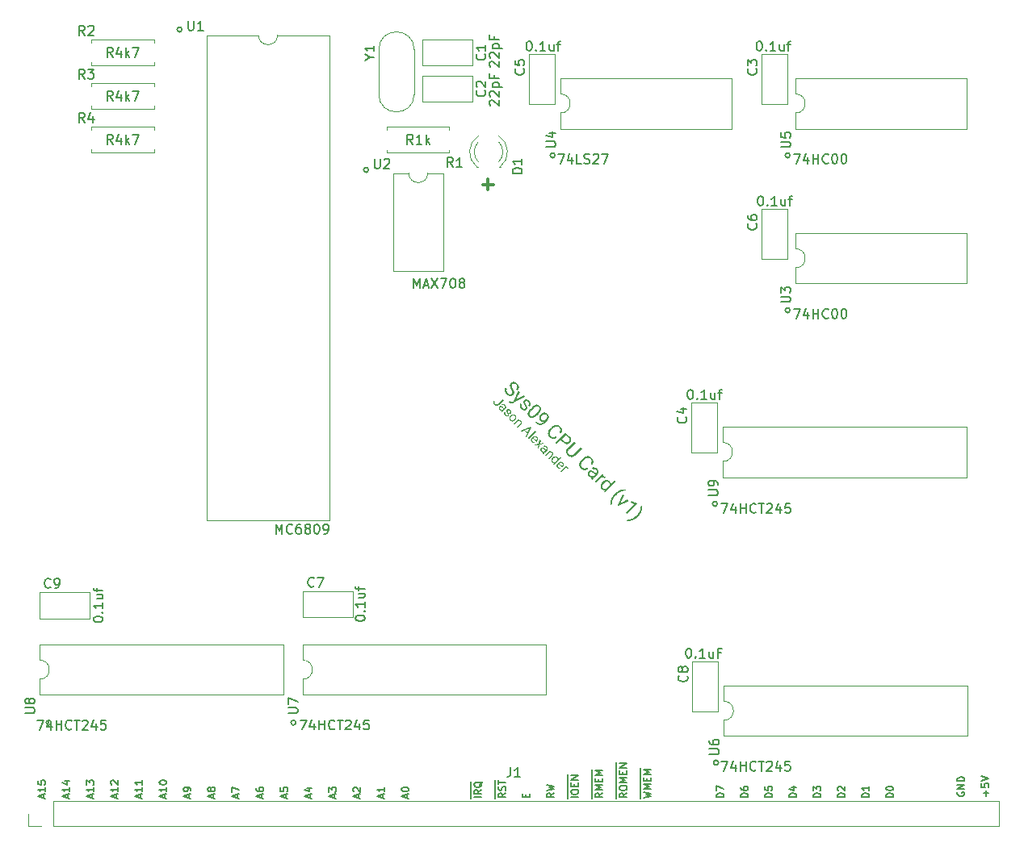
<source format=gto>
%TF.GenerationSoftware,KiCad,Pcbnew,7.0.1*%
%TF.CreationDate,2024-02-10T18:04:39+00:00*%
%TF.ProjectId,Sys09,53797330-392e-46b6-9963-61645f706362,rev?*%
%TF.SameCoordinates,Original*%
%TF.FileFunction,Legend,Top*%
%TF.FilePolarity,Positive*%
%FSLAX46Y46*%
G04 Gerber Fmt 4.6, Leading zero omitted, Abs format (unit mm)*
G04 Created by KiCad (PCBNEW 7.0.1) date 2024-02-10 18:04:39*
%MOMM*%
%LPD*%
G01*
G04 APERTURE LIST*
%ADD10C,0.150000*%
%ADD11C,0.200000*%
%ADD12C,0.300000*%
%ADD13C,0.127000*%
%ADD14C,0.120000*%
G04 APERTURE END LIST*
D10*
X89903333Y-93804619D02*
X89903333Y-92804619D01*
X89903333Y-92804619D02*
X90236666Y-93518904D01*
X90236666Y-93518904D02*
X90569999Y-92804619D01*
X90569999Y-92804619D02*
X90569999Y-93804619D01*
X90998571Y-93518904D02*
X91474761Y-93518904D01*
X90903333Y-93804619D02*
X91236666Y-92804619D01*
X91236666Y-92804619D02*
X91569999Y-93804619D01*
X91808095Y-92804619D02*
X92474761Y-93804619D01*
X92474761Y-92804619D02*
X91808095Y-93804619D01*
X92760476Y-92804619D02*
X93427142Y-92804619D01*
X93427142Y-92804619D02*
X92998571Y-93804619D01*
X93998571Y-92804619D02*
X94093809Y-92804619D01*
X94093809Y-92804619D02*
X94189047Y-92852238D01*
X94189047Y-92852238D02*
X94236666Y-92899857D01*
X94236666Y-92899857D02*
X94284285Y-92995095D01*
X94284285Y-92995095D02*
X94331904Y-93185571D01*
X94331904Y-93185571D02*
X94331904Y-93423666D01*
X94331904Y-93423666D02*
X94284285Y-93614142D01*
X94284285Y-93614142D02*
X94236666Y-93709380D01*
X94236666Y-93709380D02*
X94189047Y-93757000D01*
X94189047Y-93757000D02*
X94093809Y-93804619D01*
X94093809Y-93804619D02*
X93998571Y-93804619D01*
X93998571Y-93804619D02*
X93903333Y-93757000D01*
X93903333Y-93757000D02*
X93855714Y-93709380D01*
X93855714Y-93709380D02*
X93808095Y-93614142D01*
X93808095Y-93614142D02*
X93760476Y-93423666D01*
X93760476Y-93423666D02*
X93760476Y-93185571D01*
X93760476Y-93185571D02*
X93808095Y-92995095D01*
X93808095Y-92995095D02*
X93855714Y-92899857D01*
X93855714Y-92899857D02*
X93903333Y-92852238D01*
X93903333Y-92852238D02*
X93998571Y-92804619D01*
X94903333Y-93233190D02*
X94808095Y-93185571D01*
X94808095Y-93185571D02*
X94760476Y-93137952D01*
X94760476Y-93137952D02*
X94712857Y-93042714D01*
X94712857Y-93042714D02*
X94712857Y-92995095D01*
X94712857Y-92995095D02*
X94760476Y-92899857D01*
X94760476Y-92899857D02*
X94808095Y-92852238D01*
X94808095Y-92852238D02*
X94903333Y-92804619D01*
X94903333Y-92804619D02*
X95093809Y-92804619D01*
X95093809Y-92804619D02*
X95189047Y-92852238D01*
X95189047Y-92852238D02*
X95236666Y-92899857D01*
X95236666Y-92899857D02*
X95284285Y-92995095D01*
X95284285Y-92995095D02*
X95284285Y-93042714D01*
X95284285Y-93042714D02*
X95236666Y-93137952D01*
X95236666Y-93137952D02*
X95189047Y-93185571D01*
X95189047Y-93185571D02*
X95093809Y-93233190D01*
X95093809Y-93233190D02*
X94903333Y-93233190D01*
X94903333Y-93233190D02*
X94808095Y-93280809D01*
X94808095Y-93280809D02*
X94760476Y-93328428D01*
X94760476Y-93328428D02*
X94712857Y-93423666D01*
X94712857Y-93423666D02*
X94712857Y-93614142D01*
X94712857Y-93614142D02*
X94760476Y-93709380D01*
X94760476Y-93709380D02*
X94808095Y-93757000D01*
X94808095Y-93757000D02*
X94903333Y-93804619D01*
X94903333Y-93804619D02*
X95093809Y-93804619D01*
X95093809Y-93804619D02*
X95189047Y-93757000D01*
X95189047Y-93757000D02*
X95236666Y-93709380D01*
X95236666Y-93709380D02*
X95284285Y-93614142D01*
X95284285Y-93614142D02*
X95284285Y-93423666D01*
X95284285Y-93423666D02*
X95236666Y-93328428D01*
X95236666Y-93328428D02*
X95189047Y-93280809D01*
X95189047Y-93280809D02*
X95093809Y-93233190D01*
D11*
X121780000Y-116456000D02*
G75*
G03*
X121780000Y-116456000I-254000J0D01*
G01*
D10*
G36*
X99269305Y-105461599D02*
G01*
X99364585Y-105556879D01*
X98854672Y-106066792D01*
X98841686Y-106079294D01*
X98828568Y-106090960D01*
X98815316Y-106101792D01*
X98801932Y-106111789D01*
X98788415Y-106120951D01*
X98774765Y-106129278D01*
X98760981Y-106136771D01*
X98747065Y-106143428D01*
X98733016Y-106149251D01*
X98718834Y-106154239D01*
X98704519Y-106158392D01*
X98690071Y-106161710D01*
X98675490Y-106164193D01*
X98660776Y-106165842D01*
X98645929Y-106166655D01*
X98630949Y-106166634D01*
X98615990Y-106165785D01*
X98601165Y-106164158D01*
X98586473Y-106161755D01*
X98571914Y-106158574D01*
X98557488Y-106154615D01*
X98543195Y-106149880D01*
X98529035Y-106144367D01*
X98515007Y-106138077D01*
X98501113Y-106131009D01*
X98487352Y-106123164D01*
X98473723Y-106114542D01*
X98460228Y-106105143D01*
X98446866Y-106094967D01*
X98433636Y-106084013D01*
X98420540Y-106072282D01*
X98407576Y-106059773D01*
X98394595Y-106046365D01*
X98382410Y-106032897D01*
X98371022Y-106019370D01*
X98360430Y-106005784D01*
X98350635Y-105992139D01*
X98341636Y-105978435D01*
X98333433Y-105964673D01*
X98326027Y-105950851D01*
X98319418Y-105936971D01*
X98313605Y-105923031D01*
X98308588Y-105909033D01*
X98304368Y-105894975D01*
X98300944Y-105880859D01*
X98298317Y-105866683D01*
X98296486Y-105852449D01*
X98295452Y-105838156D01*
X98295243Y-105823916D01*
X98295844Y-105809799D01*
X98297255Y-105795803D01*
X98299477Y-105781929D01*
X98302508Y-105768177D01*
X98306350Y-105754548D01*
X98311002Y-105741040D01*
X98316464Y-105727654D01*
X98322736Y-105714391D01*
X98329819Y-105701249D01*
X98337712Y-105688229D01*
X98346414Y-105675332D01*
X98355928Y-105662556D01*
X98366251Y-105649902D01*
X98377384Y-105637371D01*
X98389328Y-105624961D01*
X98484081Y-105719714D01*
X98476619Y-105727439D01*
X98469632Y-105735216D01*
X98463119Y-105743045D01*
X98457081Y-105750926D01*
X98448912Y-105762845D01*
X98441811Y-105774882D01*
X98435777Y-105787035D01*
X98430810Y-105799306D01*
X98426910Y-105811694D01*
X98424077Y-105824199D01*
X98422312Y-105836822D01*
X98421614Y-105849562D01*
X98422053Y-105862356D01*
X98423633Y-105875076D01*
X98426355Y-105887722D01*
X98430217Y-105900294D01*
X98435221Y-105912792D01*
X98441367Y-105925216D01*
X98448653Y-105937566D01*
X98457081Y-105949842D01*
X98463333Y-105957985D01*
X98470093Y-105966095D01*
X98477360Y-105974172D01*
X98485134Y-105982216D01*
X98492538Y-105989331D01*
X98500054Y-105995980D01*
X98511539Y-106005079D01*
X98523278Y-106013129D01*
X98535269Y-106020131D01*
X98547513Y-106026083D01*
X98560010Y-106030988D01*
X98572760Y-106034843D01*
X98585763Y-106037650D01*
X98599019Y-106039408D01*
X98612527Y-106040118D01*
X98617086Y-106040121D01*
X98630816Y-106039383D01*
X98644435Y-106037497D01*
X98657943Y-106034464D01*
X98671339Y-106030284D01*
X98684625Y-106024956D01*
X98697800Y-106018481D01*
X98706521Y-106013526D01*
X98715193Y-106008062D01*
X98723816Y-106002088D01*
X98732389Y-105995604D01*
X98740913Y-105988610D01*
X98749387Y-105981106D01*
X98757813Y-105973092D01*
X99269305Y-105461599D01*
G37*
G36*
X99311118Y-105981014D02*
G01*
X99323539Y-105981736D01*
X99336049Y-105983079D01*
X99348648Y-105985041D01*
X99361337Y-105987623D01*
X99374115Y-105990825D01*
X99386983Y-105994647D01*
X99399940Y-105999089D01*
X99408627Y-106002395D01*
X99421589Y-106007830D01*
X99434349Y-106013805D01*
X99446910Y-106020320D01*
X99459269Y-106027375D01*
X99471429Y-106034969D01*
X99483388Y-106043103D01*
X99495146Y-106051777D01*
X99506704Y-106060991D01*
X99514298Y-106067433D01*
X99521802Y-106074115D01*
X99529218Y-106081037D01*
X99536544Y-106088199D01*
X99547746Y-106099759D01*
X99558278Y-106111364D01*
X99568139Y-106123014D01*
X99577330Y-106134710D01*
X99585851Y-106146450D01*
X99593701Y-106158236D01*
X99600881Y-106170067D01*
X99607390Y-106181944D01*
X99613229Y-106193865D01*
X99618398Y-106205832D01*
X99622896Y-106217844D01*
X99626725Y-106229902D01*
X99629882Y-106242004D01*
X99632370Y-106254152D01*
X99634187Y-106266345D01*
X99635333Y-106278583D01*
X99635835Y-106290761D01*
X99635673Y-106302815D01*
X99634848Y-106314745D01*
X99633359Y-106326552D01*
X99631207Y-106338236D01*
X99628391Y-106349796D01*
X99624912Y-106361233D01*
X99620770Y-106372547D01*
X99615963Y-106383737D01*
X99610494Y-106394804D01*
X99604360Y-106405748D01*
X99597564Y-106416568D01*
X99590104Y-106427265D01*
X99581980Y-106437838D01*
X99573193Y-106448288D01*
X99563742Y-106458615D01*
X99320016Y-106702341D01*
X99311103Y-106711400D01*
X99302570Y-106720373D01*
X99294417Y-106729260D01*
X99286644Y-106738060D01*
X99279250Y-106746774D01*
X99272236Y-106755401D01*
X99265602Y-106763943D01*
X99259347Y-106772397D01*
X99253472Y-106780766D01*
X99247977Y-106789048D01*
X99240447Y-106801309D01*
X99233770Y-106813375D01*
X99227949Y-106825248D01*
X99222981Y-106836926D01*
X99215085Y-106844822D01*
X99119454Y-106749191D01*
X99123162Y-106739759D01*
X99127693Y-106730759D01*
X99133536Y-106720722D01*
X99139154Y-106711945D01*
X99145610Y-106702506D01*
X99152906Y-106692403D01*
X99158928Y-106684390D01*
X99161041Y-106681636D01*
X99145035Y-106681567D01*
X99129349Y-106680789D01*
X99113983Y-106679302D01*
X99098936Y-106677107D01*
X99084208Y-106674202D01*
X99069799Y-106670590D01*
X99055710Y-106666268D01*
X99041941Y-106661238D01*
X99028491Y-106655499D01*
X99015360Y-106649051D01*
X99002549Y-106641894D01*
X98990057Y-106634029D01*
X98977884Y-106625455D01*
X98966031Y-106616172D01*
X98954498Y-106606181D01*
X98943283Y-106595481D01*
X98933701Y-106585545D01*
X98924692Y-106575480D01*
X98916258Y-106565284D01*
X98908398Y-106554958D01*
X98901113Y-106544502D01*
X98894402Y-106533916D01*
X98888265Y-106523199D01*
X98882703Y-106512352D01*
X98877715Y-106501375D01*
X98873301Y-106490268D01*
X98869462Y-106479030D01*
X98866198Y-106467662D01*
X98863507Y-106456164D01*
X98861392Y-106444536D01*
X98859850Y-106432778D01*
X98859456Y-106427928D01*
X98986945Y-106427928D01*
X98987151Y-106431242D01*
X98988267Y-106441138D01*
X98990873Y-106454107D01*
X98993666Y-106463666D01*
X98997177Y-106473079D01*
X99001408Y-106482347D01*
X99006357Y-106491470D01*
X99012024Y-106500448D01*
X99018410Y-106509282D01*
X99025515Y-106517970D01*
X99033339Y-106526513D01*
X99036107Y-106529329D01*
X99044326Y-106537150D01*
X99052863Y-106544494D01*
X99061718Y-106551359D01*
X99070891Y-106557746D01*
X99080381Y-106563656D01*
X99090189Y-106569087D01*
X99100314Y-106574040D01*
X99110758Y-106578515D01*
X99121519Y-106582512D01*
X99132597Y-106586031D01*
X99140160Y-106588111D01*
X99151573Y-106590798D01*
X99162847Y-106592871D01*
X99173982Y-106594331D01*
X99184978Y-106595176D01*
X99195836Y-106595408D01*
X99206555Y-106595026D01*
X99217135Y-106594030D01*
X99227576Y-106592421D01*
X99237879Y-106590197D01*
X99248042Y-106587360D01*
X99254741Y-106585128D01*
X99366164Y-106473705D01*
X99294573Y-106402114D01*
X99284154Y-106391891D01*
X99273869Y-106382191D01*
X99263715Y-106373014D01*
X99253694Y-106364360D01*
X99243805Y-106356230D01*
X99234048Y-106348622D01*
X99224424Y-106341537D01*
X99214932Y-106334975D01*
X99205572Y-106328936D01*
X99196344Y-106323420D01*
X99187249Y-106318427D01*
X99178286Y-106313957D01*
X99160757Y-106306586D01*
X99143757Y-106301307D01*
X99127286Y-106298119D01*
X99111344Y-106297024D01*
X99095932Y-106298021D01*
X99081049Y-106301109D01*
X99066694Y-106306290D01*
X99052869Y-106313562D01*
X99039573Y-106322926D01*
X99026807Y-106334383D01*
X99019034Y-106342658D01*
X99012100Y-106351100D01*
X99006005Y-106359709D01*
X99000750Y-106368484D01*
X98996333Y-106377426D01*
X98991749Y-106389607D01*
X98988656Y-106402085D01*
X98987055Y-106414858D01*
X98986945Y-106427928D01*
X98859456Y-106427928D01*
X98858883Y-106420889D01*
X98858495Y-106409038D01*
X98858691Y-106397392D01*
X98859471Y-106385953D01*
X98860835Y-106374719D01*
X98862783Y-106363690D01*
X98865315Y-106352867D01*
X98868431Y-106342250D01*
X98872131Y-106331838D01*
X98876415Y-106321632D01*
X98881283Y-106311632D01*
X98886734Y-106301837D01*
X98892770Y-106292248D01*
X98899390Y-106282865D01*
X98906594Y-106273687D01*
X98914382Y-106264715D01*
X98922754Y-106255948D01*
X98933382Y-106245815D01*
X98944210Y-106236471D01*
X98955239Y-106227917D01*
X98966467Y-106220152D01*
X98977896Y-106213177D01*
X98989525Y-106206992D01*
X99001354Y-106201596D01*
X99013383Y-106196990D01*
X99025613Y-106193174D01*
X99038042Y-106190147D01*
X99050672Y-106187910D01*
X99063502Y-106186462D01*
X99076532Y-106185804D01*
X99089762Y-106185936D01*
X99103192Y-106186857D01*
X99116822Y-106188568D01*
X99130595Y-106191036D01*
X99144407Y-106194273D01*
X99158258Y-106198280D01*
X99172150Y-106203055D01*
X99186081Y-106208599D01*
X99200052Y-106214913D01*
X99214063Y-106221995D01*
X99228114Y-106229847D01*
X99242204Y-106238467D01*
X99256334Y-106247857D01*
X99270504Y-106258016D01*
X99284713Y-106268944D01*
X99298963Y-106280640D01*
X99313252Y-106293106D01*
X99327581Y-106306341D01*
X99334760Y-106313247D01*
X99341949Y-106320345D01*
X99430737Y-106409132D01*
X99470743Y-106369125D01*
X99478883Y-106360483D01*
X99486192Y-106351666D01*
X99492672Y-106342672D01*
X99498322Y-106333502D01*
X99503143Y-106324157D01*
X99507133Y-106314636D01*
X99510294Y-106304939D01*
X99512626Y-106295067D01*
X99514127Y-106285018D01*
X99514799Y-106274794D01*
X99514786Y-106267880D01*
X99514045Y-106257417D01*
X99512347Y-106246955D01*
X99509694Y-106236493D01*
X99506084Y-106226030D01*
X99501518Y-106215568D01*
X99495996Y-106205106D01*
X99489518Y-106194643D01*
X99482083Y-106184181D01*
X99473693Y-106173719D01*
X99464346Y-106163256D01*
X99457583Y-106156281D01*
X99448339Y-106147448D01*
X99438966Y-106139305D01*
X99429463Y-106131853D01*
X99419830Y-106125092D01*
X99410068Y-106119022D01*
X99400176Y-106113642D01*
X99390155Y-106108954D01*
X99380004Y-106104957D01*
X99369724Y-106101650D01*
X99359314Y-106099035D01*
X99352302Y-106097675D01*
X99341977Y-106096209D01*
X99332060Y-106095495D01*
X99319470Y-106095714D01*
X99307604Y-106097272D01*
X99296462Y-106100167D01*
X99286043Y-106104400D01*
X99276348Y-106109971D01*
X99267378Y-106116880D01*
X99263164Y-106120837D01*
X99171218Y-106028891D01*
X99178714Y-106021894D01*
X99186660Y-106015447D01*
X99195057Y-106009549D01*
X99203904Y-106004199D01*
X99213202Y-105999399D01*
X99222950Y-105995147D01*
X99233148Y-105991445D01*
X99243796Y-105988292D01*
X99254895Y-105985688D01*
X99266444Y-105983632D01*
X99274394Y-105982567D01*
X99286546Y-105981429D01*
X99298787Y-105980912D01*
X99311118Y-105981014D01*
G37*
G36*
X99787114Y-107137504D02*
G01*
X99795589Y-107128158D01*
X99802676Y-107118455D01*
X99808376Y-107108396D01*
X99812689Y-107097980D01*
X99815614Y-107087208D01*
X99817152Y-107076079D01*
X99817303Y-107064594D01*
X99816067Y-107052753D01*
X99813443Y-107040133D01*
X99810507Y-107029937D01*
X99806741Y-107019116D01*
X99802146Y-107007668D01*
X99796721Y-106995594D01*
X99790466Y-106982894D01*
X99785836Y-106974079D01*
X99780836Y-106964986D01*
X99775468Y-106955615D01*
X99769731Y-106945966D01*
X99763625Y-106936038D01*
X99757151Y-106925832D01*
X99753775Y-106920625D01*
X99747087Y-106910207D01*
X99740667Y-106899966D01*
X99734514Y-106889902D01*
X99728628Y-106880015D01*
X99723010Y-106870304D01*
X99717659Y-106860771D01*
X99712575Y-106851414D01*
X99707758Y-106842234D01*
X99703209Y-106833231D01*
X99696887Y-106820058D01*
X99691166Y-106807283D01*
X99686046Y-106794905D01*
X99681528Y-106782926D01*
X99678850Y-106775161D01*
X99675354Y-106763764D01*
X99672366Y-106752606D01*
X99669888Y-106741684D01*
X99667919Y-106731000D01*
X99666458Y-106720554D01*
X99665507Y-106710345D01*
X99665064Y-106700374D01*
X99665266Y-106687448D01*
X99666372Y-106674944D01*
X99667795Y-106665844D01*
X99670507Y-106654002D01*
X99674167Y-106642429D01*
X99678776Y-106631125D01*
X99684333Y-106620090D01*
X99690839Y-106609323D01*
X99698294Y-106598825D01*
X99706697Y-106588596D01*
X99713622Y-106581100D01*
X99716049Y-106578636D01*
X99724346Y-106570772D01*
X99732919Y-106563499D01*
X99741767Y-106556816D01*
X99750891Y-106550725D01*
X99760290Y-106545224D01*
X99769965Y-106540315D01*
X99779915Y-106535996D01*
X99790141Y-106532268D01*
X99800642Y-106529131D01*
X99811419Y-106526584D01*
X99822472Y-106524629D01*
X99833800Y-106523264D01*
X99845404Y-106522490D01*
X99857283Y-106522307D01*
X99869437Y-106522715D01*
X99881868Y-106523714D01*
X99894401Y-106525326D01*
X99906823Y-106527530D01*
X99919131Y-106530327D01*
X99931328Y-106533715D01*
X99943412Y-106537696D01*
X99955384Y-106542270D01*
X99967243Y-106547435D01*
X99978990Y-106553193D01*
X99990624Y-106559542D01*
X100002146Y-106566484D01*
X100013556Y-106574018D01*
X100024853Y-106582145D01*
X100036038Y-106590864D01*
X100047110Y-106600174D01*
X100058070Y-106610077D01*
X100068918Y-106620573D01*
X100079961Y-106631984D01*
X100090369Y-106643493D01*
X100100140Y-106655102D01*
X100109275Y-106666809D01*
X100117775Y-106678615D01*
X100125638Y-106690519D01*
X100132865Y-106702522D01*
X100139456Y-106714624D01*
X100145411Y-106726825D01*
X100150730Y-106739124D01*
X100155413Y-106751522D01*
X100159460Y-106764019D01*
X100162870Y-106776614D01*
X100165645Y-106789308D01*
X100167783Y-106802101D01*
X100169286Y-106814992D01*
X100170169Y-106827793D01*
X100170407Y-106840356D01*
X100169999Y-106852682D01*
X100168946Y-106864771D01*
X100167247Y-106876622D01*
X100164902Y-106888237D01*
X100161911Y-106899614D01*
X100158275Y-106910755D01*
X100153993Y-106921658D01*
X100149066Y-106932324D01*
X100143493Y-106942752D01*
X100137274Y-106952944D01*
X100130409Y-106962898D01*
X100122899Y-106972616D01*
X100114743Y-106982096D01*
X100105942Y-106991339D01*
X100014171Y-106899568D01*
X100022895Y-106889846D01*
X100030292Y-106879455D01*
X100036363Y-106868395D01*
X100041106Y-106856666D01*
X100044522Y-106844268D01*
X100046611Y-106831201D01*
X100047307Y-106820962D01*
X100047257Y-106810347D01*
X100046808Y-106803060D01*
X100045567Y-106792098D01*
X100043555Y-106781321D01*
X100040772Y-106770730D01*
X100037218Y-106760323D01*
X100032893Y-106750101D01*
X100027796Y-106740064D01*
X100021928Y-106730213D01*
X100015290Y-106720546D01*
X100007880Y-106711065D01*
X99999699Y-106701768D01*
X99993817Y-106695673D01*
X99984476Y-106686709D01*
X99975142Y-106678503D01*
X99965813Y-106671057D01*
X99956491Y-106664369D01*
X99947175Y-106658439D01*
X99937865Y-106653269D01*
X99928562Y-106648857D01*
X99919264Y-106645204D01*
X99906877Y-106641514D01*
X99894501Y-106639172D01*
X99882364Y-106638150D01*
X99870692Y-106638416D01*
X99859487Y-106639970D01*
X99848748Y-106642813D01*
X99838475Y-106646945D01*
X99828667Y-106652365D01*
X99819326Y-106659074D01*
X99810452Y-106667072D01*
X99802950Y-106675390D01*
X99796765Y-106684027D01*
X99791896Y-106692981D01*
X99788342Y-106702253D01*
X99785752Y-106714291D01*
X99785159Y-106724279D01*
X99785883Y-106734585D01*
X99787290Y-106742524D01*
X99790380Y-106753822D01*
X99794824Y-106766398D01*
X99799046Y-106776669D01*
X99804030Y-106787658D01*
X99809776Y-106799366D01*
X99816283Y-106811793D01*
X99823553Y-106824938D01*
X99828822Y-106834101D01*
X99834430Y-106843583D01*
X99840377Y-106853385D01*
X99846662Y-106863506D01*
X99849932Y-106868686D01*
X99856454Y-106879069D01*
X99862728Y-106889295D01*
X99868753Y-106899363D01*
X99874531Y-106909274D01*
X99880060Y-106919027D01*
X99885341Y-106928622D01*
X99890374Y-106938060D01*
X99895159Y-106947340D01*
X99899696Y-106956462D01*
X99903985Y-106965427D01*
X99909953Y-106978578D01*
X99915362Y-106991375D01*
X99920213Y-107003817D01*
X99924506Y-107015904D01*
X99928249Y-107027697D01*
X99931448Y-107039256D01*
X99934105Y-107050579D01*
X99936219Y-107061669D01*
X99937790Y-107072524D01*
X99938818Y-107083145D01*
X99939303Y-107093531D01*
X99939246Y-107103683D01*
X99938645Y-107113600D01*
X99937000Y-107126459D01*
X99936438Y-107129608D01*
X99933634Y-107142037D01*
X99929782Y-107154229D01*
X99924882Y-107166185D01*
X99918935Y-107177906D01*
X99913788Y-107186542D01*
X99908051Y-107195045D01*
X99901726Y-107203416D01*
X99894811Y-107211654D01*
X99887307Y-107219759D01*
X99884675Y-107222432D01*
X99875656Y-107231002D01*
X99866410Y-107238904D01*
X99856936Y-107246136D01*
X99847234Y-107252700D01*
X99837305Y-107258595D01*
X99827149Y-107263820D01*
X99816764Y-107268377D01*
X99806153Y-107272265D01*
X99795313Y-107275483D01*
X99784246Y-107278033D01*
X99772952Y-107279914D01*
X99761430Y-107281126D01*
X99749680Y-107281669D01*
X99737703Y-107281543D01*
X99725499Y-107280748D01*
X99713066Y-107279283D01*
X99700577Y-107277206D01*
X99688158Y-107274527D01*
X99675809Y-107271246D01*
X99663529Y-107267363D01*
X99651320Y-107262878D01*
X99639180Y-107257791D01*
X99627110Y-107252103D01*
X99615111Y-107245813D01*
X99603181Y-107238921D01*
X99591321Y-107231427D01*
X99579531Y-107223331D01*
X99567811Y-107214634D01*
X99556161Y-107205335D01*
X99544580Y-107195434D01*
X99533070Y-107184931D01*
X99521630Y-107173827D01*
X99513769Y-107165789D01*
X99506199Y-107157689D01*
X99498920Y-107149525D01*
X99491931Y-107141299D01*
X99485233Y-107133009D01*
X99478826Y-107124657D01*
X99472709Y-107116241D01*
X99466883Y-107107762D01*
X99461348Y-107099221D01*
X99456103Y-107090616D01*
X99451149Y-107081948D01*
X99444262Y-107068828D01*
X99438029Y-107055566D01*
X99432451Y-107042162D01*
X99430737Y-107037663D01*
X99426114Y-107024171D01*
X99422182Y-107010742D01*
X99418942Y-106997374D01*
X99416392Y-106984068D01*
X99414533Y-106970823D01*
X99413365Y-106957640D01*
X99412888Y-106944519D01*
X99413102Y-106931460D01*
X99414007Y-106918462D01*
X99415602Y-106905526D01*
X99417050Y-106896936D01*
X99419756Y-106884259D01*
X99423069Y-106871955D01*
X99426989Y-106860024D01*
X99431518Y-106848466D01*
X99436654Y-106837281D01*
X99442398Y-106826470D01*
X99448749Y-106816032D01*
X99455708Y-106805967D01*
X99463275Y-106796275D01*
X99471449Y-106786956D01*
X99477236Y-106780951D01*
X99568655Y-106872371D01*
X99560943Y-106881562D01*
X99554126Y-106890976D01*
X99548202Y-106900612D01*
X99543174Y-106910469D01*
X99539040Y-106920549D01*
X99535800Y-106930851D01*
X99533455Y-106941375D01*
X99532004Y-106952121D01*
X99531448Y-106963090D01*
X99531786Y-106974280D01*
X99532509Y-106981863D01*
X99534351Y-106993301D01*
X99537047Y-107004649D01*
X99540597Y-107015908D01*
X99545003Y-107027077D01*
X99550262Y-107038157D01*
X99556376Y-107049147D01*
X99563344Y-107060048D01*
X99571167Y-107070859D01*
X99579844Y-107081581D01*
X99589375Y-107092214D01*
X99596204Y-107099252D01*
X99605913Y-107108597D01*
X99615627Y-107117220D01*
X99625349Y-107125121D01*
X99635076Y-107132301D01*
X99644809Y-107138758D01*
X99654549Y-107144494D01*
X99664294Y-107149509D01*
X99674046Y-107153801D01*
X99683804Y-107157372D01*
X99693569Y-107160221D01*
X99700082Y-107161719D01*
X99712880Y-107163644D01*
X99725130Y-107164154D01*
X99736831Y-107163249D01*
X99747985Y-107160930D01*
X99758590Y-107157195D01*
X99768646Y-107152046D01*
X99778154Y-107145483D01*
X99787114Y-107137504D01*
G37*
G36*
X100396923Y-107064193D02*
G01*
X100408176Y-107064981D01*
X100419394Y-107066178D01*
X100430578Y-107067786D01*
X100441728Y-107069803D01*
X100452844Y-107072230D01*
X100463892Y-107075077D01*
X100474797Y-107078308D01*
X100485557Y-107081925D01*
X100496174Y-107085928D01*
X100506646Y-107090315D01*
X100516975Y-107095088D01*
X100527160Y-107100245D01*
X100537201Y-107105788D01*
X100547097Y-107111717D01*
X100556850Y-107118030D01*
X100566459Y-107124729D01*
X100575924Y-107131813D01*
X100585246Y-107139282D01*
X100594423Y-107147136D01*
X100603456Y-107155376D01*
X100612345Y-107164000D01*
X100625510Y-107177752D01*
X100637764Y-107191766D01*
X100649105Y-107206041D01*
X100659535Y-107220578D01*
X100669054Y-107235377D01*
X100677661Y-107250438D01*
X100685356Y-107265761D01*
X100692140Y-107281345D01*
X100698012Y-107297192D01*
X100702972Y-107313300D01*
X100707021Y-107329670D01*
X100710158Y-107346302D01*
X100712384Y-107363195D01*
X100713698Y-107380351D01*
X100714100Y-107397768D01*
X100713591Y-107415447D01*
X100712191Y-107433166D01*
X100709876Y-107450747D01*
X100706647Y-107468189D01*
X100702503Y-107485493D01*
X100697446Y-107502658D01*
X100691474Y-107519684D01*
X100684587Y-107536573D01*
X100676786Y-107553322D01*
X100668071Y-107569934D01*
X100658442Y-107586406D01*
X100647898Y-107602741D01*
X100636439Y-107618937D01*
X100630367Y-107626983D01*
X100624067Y-107634994D01*
X100617538Y-107642971D01*
X100610780Y-107650913D01*
X100603793Y-107658821D01*
X100596578Y-107666694D01*
X100589135Y-107674532D01*
X100581463Y-107682336D01*
X100574970Y-107688828D01*
X100565243Y-107698323D01*
X100555406Y-107707461D01*
X100545459Y-107716243D01*
X100535402Y-107724668D01*
X100525236Y-107732737D01*
X100514960Y-107740449D01*
X100504574Y-107747805D01*
X100494079Y-107754805D01*
X100483474Y-107761448D01*
X100472760Y-107767735D01*
X100461935Y-107773665D01*
X100451001Y-107779239D01*
X100439958Y-107784456D01*
X100428805Y-107789317D01*
X100417542Y-107793822D01*
X100406169Y-107797970D01*
X100394747Y-107801733D01*
X100383336Y-107805082D01*
X100371936Y-107808017D01*
X100360547Y-107810538D01*
X100349169Y-107812645D01*
X100337802Y-107814338D01*
X100326446Y-107815617D01*
X100315101Y-107816482D01*
X100303766Y-107816933D01*
X100292443Y-107816970D01*
X100281131Y-107816593D01*
X100269830Y-107815802D01*
X100258539Y-107814597D01*
X100247260Y-107812978D01*
X100235992Y-107810945D01*
X100224734Y-107808498D01*
X100213595Y-107805646D01*
X100202595Y-107802398D01*
X100191733Y-107798754D01*
X100181009Y-107794713D01*
X100170424Y-107790276D01*
X100159978Y-107785443D01*
X100149670Y-107780214D01*
X100139500Y-107774589D01*
X100129469Y-107768567D01*
X100119576Y-107762150D01*
X100109822Y-107755336D01*
X100100206Y-107748126D01*
X100090728Y-107740520D01*
X100081390Y-107732517D01*
X100072189Y-107724119D01*
X100063127Y-107715324D01*
X100050004Y-107701616D01*
X100037788Y-107687644D01*
X100026480Y-107673409D01*
X100016079Y-107658911D01*
X100006586Y-107644149D01*
X99998001Y-107629125D01*
X99990322Y-107613837D01*
X99983552Y-107598286D01*
X99977689Y-107582472D01*
X99972733Y-107566395D01*
X99968685Y-107550054D01*
X99965544Y-107533450D01*
X99963311Y-107516583D01*
X99962050Y-107500284D01*
X100078917Y-107500284D01*
X100078990Y-107511609D01*
X100079698Y-107522736D01*
X100081041Y-107533664D01*
X100083018Y-107544393D01*
X100085630Y-107554923D01*
X100088877Y-107565254D01*
X100092759Y-107575387D01*
X100097275Y-107585321D01*
X100102426Y-107595056D01*
X100108212Y-107604592D01*
X100114632Y-107613930D01*
X100121687Y-107623069D01*
X100129377Y-107632009D01*
X100137701Y-107640750D01*
X100146487Y-107649113D01*
X100155470Y-107656830D01*
X100164653Y-107663901D01*
X100174034Y-107670327D01*
X100183615Y-107676107D01*
X100193394Y-107681242D01*
X100203371Y-107685731D01*
X100213548Y-107689574D01*
X100223923Y-107692772D01*
X100234497Y-107695323D01*
X100245270Y-107697230D01*
X100256242Y-107698490D01*
X100267412Y-107699105D01*
X100278781Y-107699074D01*
X100290349Y-107698398D01*
X100302116Y-107697075D01*
X100314013Y-107695123D01*
X100325928Y-107692510D01*
X100337860Y-107689239D01*
X100349811Y-107685308D01*
X100361779Y-107680718D01*
X100373765Y-107675468D01*
X100385769Y-107669559D01*
X100397790Y-107662990D01*
X100409830Y-107655763D01*
X100421887Y-107647875D01*
X100433962Y-107639329D01*
X100446055Y-107630123D01*
X100458166Y-107620258D01*
X100470295Y-107609733D01*
X100482441Y-107598549D01*
X100494605Y-107586705D01*
X100505193Y-107575792D01*
X100515196Y-107564810D01*
X100524615Y-107553760D01*
X100533450Y-107542641D01*
X100541701Y-107531453D01*
X100549368Y-107520197D01*
X100556451Y-107508872D01*
X100562951Y-107497479D01*
X100568866Y-107486018D01*
X100574197Y-107474487D01*
X100578944Y-107462889D01*
X100583108Y-107451221D01*
X100586687Y-107439485D01*
X100589682Y-107427681D01*
X100592094Y-107415808D01*
X100593921Y-107403867D01*
X100595160Y-107392016D01*
X100595761Y-107380373D01*
X100595724Y-107368937D01*
X100595051Y-107357707D01*
X100593739Y-107346685D01*
X100591791Y-107335870D01*
X100589205Y-107325261D01*
X100585981Y-107314860D01*
X100582120Y-107304666D01*
X100577622Y-107294678D01*
X100572486Y-107284898D01*
X100566712Y-107275324D01*
X100560302Y-107265958D01*
X100553253Y-107256799D01*
X100545568Y-107247846D01*
X100537244Y-107239101D01*
X100528693Y-107230966D01*
X100519928Y-107223451D01*
X100510949Y-107216556D01*
X100501756Y-107210280D01*
X100492349Y-107204624D01*
X100482728Y-107199588D01*
X100472894Y-107195171D01*
X100462846Y-107191373D01*
X100452583Y-107188196D01*
X100442107Y-107185638D01*
X100431417Y-107183699D01*
X100420514Y-107182381D01*
X100409396Y-107181682D01*
X100398065Y-107181602D01*
X100386519Y-107182142D01*
X100374760Y-107183302D01*
X100362898Y-107185135D01*
X100351001Y-107187650D01*
X100339067Y-107190848D01*
X100327098Y-107194729D01*
X100315094Y-107199293D01*
X100303054Y-107204539D01*
X100290978Y-107210468D01*
X100278866Y-107217080D01*
X100266719Y-107224374D01*
X100254536Y-107232351D01*
X100242318Y-107241011D01*
X100230064Y-107250353D01*
X100217774Y-107260378D01*
X100205449Y-107271086D01*
X100193088Y-107282476D01*
X100180691Y-107294549D01*
X100169999Y-107305564D01*
X100159898Y-107316631D01*
X100150390Y-107327750D01*
X100141474Y-107338921D01*
X100133150Y-107350144D01*
X100125419Y-107361419D01*
X100118279Y-107372747D01*
X100111732Y-107384126D01*
X100105777Y-107395558D01*
X100100414Y-107407041D01*
X100095644Y-107418577D01*
X100091465Y-107430165D01*
X100087879Y-107441805D01*
X100084885Y-107453497D01*
X100082483Y-107465241D01*
X100080674Y-107477037D01*
X100079478Y-107488760D01*
X100078917Y-107500284D01*
X99962050Y-107500284D01*
X99961986Y-107499453D01*
X99961567Y-107482060D01*
X99962057Y-107464403D01*
X99963475Y-107446667D01*
X99965799Y-107429077D01*
X99969030Y-107411633D01*
X99973166Y-107394336D01*
X99978209Y-107377186D01*
X99984158Y-107360183D01*
X99991013Y-107343326D01*
X99998774Y-107326616D01*
X100007441Y-107310053D01*
X100017014Y-107293636D01*
X100027494Y-107277366D01*
X100038879Y-107261243D01*
X100044912Y-107253236D01*
X100051171Y-107245266D01*
X100057657Y-107237333D01*
X100064369Y-107229437D01*
X100071308Y-107221577D01*
X100078473Y-107213753D01*
X100085865Y-107205967D01*
X100093483Y-107198217D01*
X100099800Y-107191900D01*
X100109598Y-107182343D01*
X100119516Y-107173149D01*
X100129552Y-107164319D01*
X100139708Y-107155852D01*
X100149984Y-107147748D01*
X100160378Y-107140008D01*
X100170892Y-107132630D01*
X100181525Y-107125616D01*
X100192277Y-107118966D01*
X100203149Y-107112678D01*
X100214139Y-107106754D01*
X100225250Y-107101193D01*
X100236479Y-107095996D01*
X100247827Y-107091161D01*
X100259295Y-107086690D01*
X100270882Y-107082583D01*
X100282512Y-107078861D01*
X100294107Y-107075550D01*
X100305668Y-107072649D01*
X100317195Y-107070157D01*
X100328688Y-107068076D01*
X100340146Y-107066404D01*
X100351570Y-107065142D01*
X100362960Y-107064290D01*
X100374315Y-107063848D01*
X100385636Y-107063816D01*
X100396923Y-107064193D01*
G37*
G36*
X101054001Y-107605656D02*
G01*
X100980655Y-107684968D01*
X100997699Y-107683526D01*
X101014438Y-107682972D01*
X101030873Y-107683307D01*
X101047004Y-107684529D01*
X101062831Y-107686640D01*
X101078353Y-107689640D01*
X101093571Y-107693528D01*
X101108484Y-107698304D01*
X101123093Y-107703968D01*
X101137398Y-107710521D01*
X101151399Y-107717962D01*
X101165095Y-107726291D01*
X101178487Y-107735509D01*
X101191574Y-107745614D01*
X101204357Y-107756609D01*
X101216836Y-107768491D01*
X101227070Y-107779095D01*
X101236607Y-107789741D01*
X101245445Y-107800428D01*
X101253586Y-107811158D01*
X101261029Y-107821929D01*
X101267774Y-107832742D01*
X101273822Y-107843596D01*
X101279172Y-107854493D01*
X101283824Y-107865431D01*
X101287778Y-107876412D01*
X101291034Y-107887434D01*
X101293593Y-107898497D01*
X101295454Y-107909603D01*
X101296617Y-107920750D01*
X101297082Y-107931940D01*
X101296850Y-107943171D01*
X101295920Y-107954444D01*
X101294292Y-107965758D01*
X101291966Y-107977115D01*
X101288943Y-107988513D01*
X101285222Y-107999953D01*
X101280803Y-108011435D01*
X101275686Y-108022959D01*
X101269872Y-108034524D01*
X101263359Y-108046132D01*
X101256149Y-108057781D01*
X101248242Y-108069472D01*
X101239636Y-108081205D01*
X101230333Y-108092979D01*
X101220332Y-108104796D01*
X101209633Y-108116654D01*
X101198236Y-108128554D01*
X100848527Y-108478264D01*
X100757283Y-108387020D01*
X101106993Y-108037310D01*
X101117102Y-108026556D01*
X101126243Y-108015875D01*
X101134416Y-108005269D01*
X101141620Y-107994737D01*
X101147856Y-107984278D01*
X101153123Y-107973894D01*
X101157422Y-107963584D01*
X101160752Y-107953348D01*
X101163113Y-107943186D01*
X101164507Y-107933098D01*
X101164897Y-107926413D01*
X101164698Y-107916431D01*
X101163509Y-107906420D01*
X101161330Y-107896382D01*
X101158161Y-107886316D01*
X101154002Y-107876222D01*
X101148852Y-107866101D01*
X101142713Y-107855951D01*
X101135583Y-107845774D01*
X101127463Y-107835570D01*
X101118353Y-107825337D01*
X101111730Y-107818500D01*
X101103264Y-107810447D01*
X101094579Y-107803002D01*
X101085675Y-107796164D01*
X101076551Y-107789934D01*
X101067209Y-107784312D01*
X101057648Y-107779297D01*
X101047868Y-107774890D01*
X101037869Y-107771090D01*
X101027651Y-107767899D01*
X101017213Y-107765314D01*
X101010134Y-107763929D01*
X100999474Y-107762280D01*
X100988814Y-107761149D01*
X100978154Y-107760536D01*
X100967495Y-107760442D01*
X100956835Y-107760865D01*
X100946175Y-107761807D01*
X100935515Y-107763267D01*
X100924856Y-107765245D01*
X100914196Y-107767741D01*
X100903536Y-107770756D01*
X100896430Y-107773053D01*
X100519873Y-108149610D01*
X100428629Y-108058366D01*
X100967670Y-107519325D01*
X101054001Y-107605656D01*
G37*
G36*
X102252279Y-108444574D02*
G01*
X101808518Y-109438255D01*
X101711308Y-109341045D01*
X101834312Y-109080824D01*
X101533207Y-108779719D01*
X101274039Y-108903776D01*
X101176303Y-108806040D01*
X101345359Y-108730413D01*
X101639717Y-108730413D01*
X101883970Y-108974666D01*
X102093831Y-108520201D01*
X101639717Y-108730413D01*
X101345359Y-108730413D01*
X102169458Y-108361752D01*
X102252279Y-108444574D01*
G37*
G36*
X101986268Y-109616005D02*
G01*
X101895024Y-109524761D01*
X102658665Y-108761120D01*
X102749909Y-108852364D01*
X101986268Y-109616005D01*
G37*
G36*
X102670350Y-109341338D02*
G01*
X102681641Y-109341955D01*
X102692909Y-109342972D01*
X102704153Y-109344387D01*
X102715374Y-109346201D01*
X102726572Y-109348415D01*
X102737679Y-109351022D01*
X102748582Y-109353975D01*
X102759283Y-109357273D01*
X102769781Y-109360917D01*
X102780076Y-109364906D01*
X102790169Y-109369241D01*
X102800058Y-109373921D01*
X102809744Y-109378946D01*
X102819228Y-109384317D01*
X102828509Y-109390034D01*
X102837586Y-109396096D01*
X102846461Y-109402503D01*
X102855133Y-109409256D01*
X102863602Y-109416354D01*
X102871869Y-109423798D01*
X102879932Y-109431587D01*
X102892492Y-109444678D01*
X102904160Y-109457938D01*
X102914936Y-109471366D01*
X102924819Y-109484963D01*
X102933810Y-109498728D01*
X102941908Y-109512662D01*
X102949114Y-109526765D01*
X102955428Y-109541036D01*
X102960849Y-109555476D01*
X102965377Y-109570084D01*
X102969013Y-109584861D01*
X102971757Y-109599807D01*
X102973608Y-109614921D01*
X102974567Y-109630204D01*
X102974634Y-109645656D01*
X102973808Y-109661276D01*
X102972103Y-109676963D01*
X102969487Y-109692658D01*
X102965961Y-109708361D01*
X102961525Y-109724072D01*
X102956179Y-109739792D01*
X102949922Y-109755519D01*
X102942755Y-109771255D01*
X102934678Y-109787000D01*
X102925691Y-109802752D01*
X102915793Y-109818513D01*
X102904986Y-109834282D01*
X102893268Y-109850059D01*
X102887067Y-109857951D01*
X102880639Y-109865844D01*
X102873984Y-109873740D01*
X102867101Y-109881638D01*
X102859990Y-109889538D01*
X102852652Y-109897440D01*
X102845086Y-109905344D01*
X102837293Y-109913250D01*
X102799743Y-109950800D01*
X102438101Y-109589158D01*
X102428756Y-109599316D01*
X102419978Y-109609568D01*
X102411768Y-109619912D01*
X102404126Y-109630350D01*
X102397051Y-109640881D01*
X102390543Y-109651505D01*
X102384603Y-109662222D01*
X102379231Y-109673032D01*
X102374426Y-109683936D01*
X102370189Y-109694933D01*
X102366519Y-109706023D01*
X102363417Y-109717207D01*
X102360882Y-109728483D01*
X102358915Y-109739853D01*
X102357515Y-109751316D01*
X102356683Y-109762873D01*
X102356439Y-109774358D01*
X102356760Y-109785651D01*
X102357646Y-109796752D01*
X102359096Y-109807661D01*
X102361111Y-109818378D01*
X102363691Y-109828904D01*
X102366836Y-109839237D01*
X102370545Y-109849379D01*
X102374820Y-109859329D01*
X102379659Y-109869086D01*
X102385063Y-109878652D01*
X102391031Y-109888026D01*
X102397565Y-109897208D01*
X102404663Y-109906198D01*
X102412326Y-109914996D01*
X102420554Y-109923602D01*
X102429643Y-109932349D01*
X102438816Y-109940495D01*
X102448072Y-109948039D01*
X102457411Y-109954981D01*
X102466833Y-109961322D01*
X102476339Y-109967062D01*
X102485928Y-109972200D01*
X102495600Y-109976737D01*
X102505355Y-109980672D01*
X102515194Y-109984005D01*
X102521800Y-109985894D01*
X102531804Y-109988372D01*
X102541879Y-109990477D01*
X102552025Y-109992209D01*
X102562242Y-109993568D01*
X102572531Y-109994553D01*
X102582890Y-109995166D01*
X102593320Y-109995405D01*
X102603820Y-109995270D01*
X102614392Y-109994763D01*
X102625035Y-109993882D01*
X102632170Y-109993088D01*
X102644803Y-110092053D01*
X102634244Y-110094102D01*
X102623753Y-110095820D01*
X102613332Y-110097207D01*
X102602979Y-110098263D01*
X102592695Y-110098987D01*
X102582480Y-110099379D01*
X102572333Y-110099440D01*
X102562256Y-110099170D01*
X102552248Y-110098568D01*
X102542308Y-110097635D01*
X102532438Y-110096371D01*
X102522636Y-110094775D01*
X102503239Y-110090589D01*
X102493644Y-110087999D01*
X102484118Y-110085078D01*
X102474660Y-110081825D01*
X102465272Y-110078241D01*
X102455952Y-110074325D01*
X102446702Y-110070078D01*
X102437520Y-110065499D01*
X102428407Y-110060590D01*
X102419363Y-110055348D01*
X102410388Y-110049776D01*
X102401481Y-110043871D01*
X102392644Y-110037636D01*
X102383876Y-110031069D01*
X102375176Y-110024171D01*
X102366545Y-110016941D01*
X102357983Y-110009380D01*
X102349491Y-110001487D01*
X102341066Y-109993264D01*
X102327925Y-109979568D01*
X102315654Y-109965635D01*
X102304253Y-109951466D01*
X102293723Y-109937059D01*
X102284063Y-109922414D01*
X102275274Y-109907533D01*
X102267355Y-109892415D01*
X102260307Y-109877059D01*
X102254129Y-109861466D01*
X102248822Y-109845636D01*
X102244385Y-109829569D01*
X102240819Y-109813265D01*
X102238123Y-109796724D01*
X102236298Y-109779945D01*
X102235343Y-109762930D01*
X102235259Y-109745677D01*
X102236062Y-109728385D01*
X102237770Y-109711252D01*
X102240383Y-109694278D01*
X102243900Y-109677463D01*
X102248323Y-109660807D01*
X102253650Y-109644310D01*
X102259882Y-109627973D01*
X102267019Y-109611794D01*
X102275060Y-109595774D01*
X102284006Y-109579913D01*
X102293857Y-109564212D01*
X102304613Y-109548669D01*
X102316273Y-109533285D01*
X102328838Y-109518060D01*
X102329732Y-109517040D01*
X102516185Y-109517040D01*
X102783599Y-109784455D01*
X102790267Y-109777788D01*
X102798059Y-109768798D01*
X102805377Y-109759816D01*
X102812222Y-109750840D01*
X102818595Y-109741871D01*
X102824494Y-109732909D01*
X102829921Y-109723954D01*
X102834874Y-109715006D01*
X102839355Y-109706065D01*
X102845189Y-109692665D01*
X102849959Y-109679282D01*
X102853665Y-109665913D01*
X102856307Y-109652560D01*
X102857884Y-109639223D01*
X102858174Y-109634780D01*
X102858361Y-109621609D01*
X102857475Y-109608678D01*
X102855515Y-109595988D01*
X102852482Y-109583538D01*
X102848376Y-109571329D01*
X102843196Y-109559360D01*
X102836943Y-109547632D01*
X102829616Y-109536145D01*
X102821216Y-109524898D01*
X102811743Y-109513892D01*
X102804831Y-109506688D01*
X102794278Y-109496825D01*
X102783345Y-109487965D01*
X102772033Y-109480108D01*
X102760342Y-109473253D01*
X102748271Y-109467400D01*
X102735820Y-109462550D01*
X102722991Y-109458702D01*
X102709782Y-109455857D01*
X102696193Y-109454014D01*
X102682226Y-109453173D01*
X102672703Y-109453170D01*
X102658268Y-109454029D01*
X102643784Y-109455950D01*
X102629250Y-109458931D01*
X102619533Y-109461509D01*
X102609795Y-109464557D01*
X102600034Y-109468078D01*
X102590252Y-109472070D01*
X102580447Y-109476533D01*
X102570621Y-109481468D01*
X102560773Y-109486875D01*
X102550903Y-109492753D01*
X102541011Y-109499103D01*
X102531097Y-109505924D01*
X102521161Y-109513217D01*
X102516185Y-109517040D01*
X102329732Y-109517040D01*
X102335460Y-109510508D01*
X102342308Y-109502995D01*
X102349383Y-109495522D01*
X102356683Y-109488088D01*
X102373353Y-109471419D01*
X102383275Y-109461733D01*
X102393301Y-109452419D01*
X102403432Y-109443474D01*
X102413667Y-109434899D01*
X102424006Y-109426694D01*
X102434449Y-109418860D01*
X102444996Y-109411396D01*
X102455648Y-109404302D01*
X102466403Y-109397578D01*
X102477263Y-109391224D01*
X102488227Y-109385240D01*
X102499296Y-109379626D01*
X102510468Y-109374383D01*
X102521745Y-109369509D01*
X102533126Y-109365006D01*
X102544611Y-109360873D01*
X102556158Y-109357102D01*
X102567682Y-109353731D01*
X102579183Y-109350758D01*
X102590660Y-109348184D01*
X102602114Y-109346010D01*
X102613545Y-109344234D01*
X102624953Y-109342857D01*
X102636337Y-109341879D01*
X102647698Y-109341299D01*
X102659036Y-109341119D01*
X102670350Y-109341338D01*
G37*
G36*
X103184897Y-110129954D02*
G01*
X103500040Y-110051695D01*
X103606549Y-110158204D01*
X103165420Y-110250150D01*
X103072948Y-110702685D01*
X102967316Y-110597053D01*
X103045750Y-110271908D01*
X102720606Y-110350343D01*
X102614447Y-110244184D01*
X103067157Y-110151888D01*
X103158928Y-109710583D01*
X103264560Y-109816215D01*
X103184897Y-110129954D01*
G37*
G36*
X103683105Y-110353001D02*
G01*
X103695526Y-110353724D01*
X103708036Y-110355066D01*
X103720635Y-110357028D01*
X103733324Y-110359610D01*
X103746102Y-110362812D01*
X103758970Y-110366634D01*
X103771927Y-110371077D01*
X103780615Y-110374382D01*
X103793576Y-110379818D01*
X103806337Y-110385793D01*
X103818897Y-110392307D01*
X103831257Y-110399362D01*
X103843416Y-110406956D01*
X103855375Y-110415090D01*
X103867133Y-110423764D01*
X103878691Y-110432978D01*
X103886285Y-110439420D01*
X103893789Y-110446103D01*
X103901205Y-110453025D01*
X103908532Y-110460187D01*
X103919734Y-110471746D01*
X103930265Y-110483351D01*
X103940126Y-110495002D01*
X103949317Y-110506697D01*
X103957838Y-110518438D01*
X103965688Y-110530224D01*
X103972868Y-110542055D01*
X103979377Y-110553931D01*
X103985216Y-110565853D01*
X103990385Y-110577820D01*
X103994884Y-110589832D01*
X103998712Y-110601889D01*
X104001870Y-110613992D01*
X104004357Y-110626139D01*
X104006174Y-110638332D01*
X104007321Y-110650571D01*
X104007822Y-110662748D01*
X104007661Y-110674802D01*
X104006835Y-110686732D01*
X104005347Y-110698540D01*
X104003194Y-110710223D01*
X104000379Y-110721784D01*
X103996899Y-110733221D01*
X103992757Y-110744534D01*
X103987951Y-110755725D01*
X103982481Y-110766792D01*
X103976348Y-110777735D01*
X103969551Y-110788555D01*
X103962091Y-110799252D01*
X103953967Y-110809825D01*
X103945180Y-110820275D01*
X103935729Y-110830602D01*
X103692003Y-111074328D01*
X103683090Y-111083388D01*
X103674557Y-111092361D01*
X103666404Y-111101247D01*
X103658631Y-111110047D01*
X103651237Y-111118761D01*
X103644223Y-111127389D01*
X103637589Y-111135930D01*
X103631334Y-111144384D01*
X103625460Y-111152753D01*
X103619965Y-111161035D01*
X103612434Y-111173296D01*
X103605758Y-111185363D01*
X103599936Y-111197235D01*
X103594968Y-111208913D01*
X103587072Y-111216809D01*
X103491442Y-111121179D01*
X103495149Y-111111747D01*
X103499681Y-111102746D01*
X103505523Y-111092709D01*
X103511141Y-111083933D01*
X103517598Y-111074493D01*
X103524893Y-111064390D01*
X103530916Y-111056377D01*
X103533028Y-111053623D01*
X103517022Y-111053554D01*
X103501336Y-111052776D01*
X103485970Y-111051289D01*
X103470923Y-111049094D01*
X103456195Y-111046190D01*
X103441787Y-111042577D01*
X103427698Y-111038255D01*
X103413928Y-111033225D01*
X103400478Y-111027486D01*
X103387347Y-111021038D01*
X103374536Y-111013881D01*
X103362044Y-111006016D01*
X103349872Y-110997442D01*
X103338019Y-110988159D01*
X103326485Y-110978168D01*
X103315271Y-110967468D01*
X103305688Y-110957533D01*
X103296679Y-110947467D01*
X103288245Y-110937271D01*
X103280385Y-110926945D01*
X103273100Y-110916489D01*
X103266389Y-110905903D01*
X103260252Y-110895186D01*
X103254690Y-110884339D01*
X103249702Y-110873362D01*
X103245289Y-110862255D01*
X103241450Y-110851017D01*
X103238185Y-110839650D01*
X103235495Y-110828152D01*
X103233379Y-110816523D01*
X103231837Y-110804765D01*
X103231443Y-110799915D01*
X103358932Y-110799915D01*
X103359138Y-110803229D01*
X103360254Y-110813125D01*
X103362860Y-110826095D01*
X103365653Y-110835653D01*
X103369165Y-110845066D01*
X103373395Y-110854334D01*
X103378344Y-110863457D01*
X103384011Y-110872436D01*
X103390398Y-110881269D01*
X103397503Y-110889957D01*
X103405326Y-110898500D01*
X103408094Y-110901316D01*
X103416313Y-110909138D01*
X103424850Y-110916481D01*
X103433705Y-110923346D01*
X103442878Y-110929734D01*
X103452368Y-110935643D01*
X103462176Y-110941074D01*
X103472302Y-110946027D01*
X103482745Y-110950502D01*
X103493506Y-110954499D01*
X103504585Y-110958018D01*
X103512147Y-110960098D01*
X103523560Y-110962785D01*
X103534834Y-110964858D01*
X103545969Y-110966318D01*
X103556966Y-110967163D01*
X103567823Y-110967395D01*
X103578542Y-110967013D01*
X103589122Y-110966018D01*
X103599564Y-110964408D01*
X103609866Y-110962185D01*
X103620030Y-110959348D01*
X103626728Y-110957115D01*
X103738151Y-110845692D01*
X103666560Y-110774101D01*
X103656142Y-110763878D01*
X103645856Y-110754178D01*
X103635702Y-110745001D01*
X103625681Y-110736348D01*
X103615792Y-110728217D01*
X103606035Y-110720609D01*
X103596411Y-110713524D01*
X103586919Y-110706962D01*
X103577559Y-110700923D01*
X103568331Y-110695407D01*
X103559236Y-110690414D01*
X103550273Y-110685944D01*
X103532744Y-110678573D01*
X103515744Y-110673294D01*
X103499273Y-110670107D01*
X103483332Y-110669011D01*
X103467919Y-110670008D01*
X103453036Y-110673097D01*
X103438682Y-110678277D01*
X103424857Y-110685549D01*
X103411561Y-110694914D01*
X103398794Y-110706370D01*
X103391021Y-110714645D01*
X103384087Y-110723087D01*
X103377993Y-110731696D01*
X103372737Y-110740471D01*
X103368320Y-110749413D01*
X103363736Y-110761594D01*
X103360643Y-110774072D01*
X103359042Y-110786845D01*
X103358932Y-110799915D01*
X103231443Y-110799915D01*
X103230870Y-110792876D01*
X103230482Y-110781025D01*
X103230678Y-110769380D01*
X103231458Y-110757940D01*
X103232822Y-110746706D01*
X103234770Y-110735677D01*
X103237302Y-110724854D01*
X103240418Y-110714237D01*
X103244118Y-110703826D01*
X103248402Y-110693620D01*
X103253270Y-110683619D01*
X103258722Y-110673824D01*
X103264758Y-110664235D01*
X103271377Y-110654852D01*
X103278581Y-110645674D01*
X103286369Y-110636702D01*
X103294741Y-110627935D01*
X103305369Y-110617802D01*
X103316197Y-110608458D01*
X103327226Y-110599904D01*
X103338455Y-110592139D01*
X103349883Y-110585165D01*
X103361512Y-110578979D01*
X103373341Y-110573584D01*
X103385371Y-110568978D01*
X103397600Y-110565161D01*
X103410030Y-110562134D01*
X103422659Y-110559897D01*
X103435489Y-110558449D01*
X103448519Y-110557791D01*
X103461749Y-110557923D01*
X103475179Y-110558844D01*
X103488810Y-110560555D01*
X103502582Y-110563023D01*
X103516394Y-110566261D01*
X103530246Y-110570267D01*
X103544137Y-110575042D01*
X103558069Y-110580587D01*
X103572040Y-110586900D01*
X103586050Y-110593983D01*
X103600101Y-110601834D01*
X103614191Y-110610455D01*
X103628321Y-110619844D01*
X103642491Y-110630003D01*
X103656701Y-110640931D01*
X103670950Y-110652628D01*
X103685239Y-110665093D01*
X103699568Y-110678328D01*
X103706747Y-110685234D01*
X103713936Y-110692332D01*
X103802724Y-110781120D01*
X103842731Y-110741113D01*
X103850870Y-110732471D01*
X103858180Y-110723653D01*
X103864659Y-110714659D01*
X103870310Y-110705490D01*
X103875130Y-110696144D01*
X103879121Y-110686623D01*
X103882282Y-110676926D01*
X103884613Y-110667054D01*
X103886115Y-110657005D01*
X103886786Y-110646781D01*
X103886773Y-110639867D01*
X103886032Y-110629405D01*
X103884335Y-110618942D01*
X103881681Y-110608480D01*
X103878071Y-110598018D01*
X103873505Y-110587555D01*
X103867983Y-110577093D01*
X103861505Y-110566631D01*
X103854070Y-110556168D01*
X103845680Y-110545706D01*
X103836333Y-110535244D01*
X103829571Y-110528269D01*
X103820327Y-110519435D01*
X103810953Y-110511292D01*
X103801450Y-110503840D01*
X103791817Y-110497079D01*
X103782055Y-110491009D01*
X103772163Y-110485630D01*
X103762142Y-110480941D01*
X103751991Y-110476944D01*
X103741711Y-110473638D01*
X103731301Y-110471022D01*
X103724289Y-110469662D01*
X103713965Y-110468196D01*
X103704047Y-110467482D01*
X103691457Y-110467702D01*
X103679591Y-110469259D01*
X103668449Y-110472154D01*
X103658030Y-110476387D01*
X103648336Y-110481959D01*
X103639365Y-110488868D01*
X103635151Y-110492824D01*
X103543205Y-110400878D01*
X103550701Y-110393882D01*
X103558648Y-110387434D01*
X103567044Y-110381536D01*
X103575892Y-110376186D01*
X103585189Y-110371386D01*
X103594937Y-110367135D01*
X103605135Y-110363432D01*
X103615783Y-110360279D01*
X103626882Y-110357675D01*
X103638431Y-110355620D01*
X103646381Y-110354554D01*
X103658533Y-110353417D01*
X103670774Y-110352899D01*
X103683105Y-110353001D01*
G37*
G36*
X104333869Y-110885524D02*
G01*
X104260523Y-110964836D01*
X104277566Y-110963394D01*
X104294306Y-110962840D01*
X104310741Y-110963174D01*
X104326872Y-110964397D01*
X104342698Y-110966508D01*
X104358220Y-110969508D01*
X104373438Y-110973395D01*
X104388352Y-110978171D01*
X104402961Y-110983836D01*
X104417266Y-110990388D01*
X104431266Y-110997829D01*
X104444963Y-111006159D01*
X104458354Y-111015376D01*
X104471442Y-111025482D01*
X104484225Y-111036476D01*
X104496704Y-111048359D01*
X104506938Y-111058963D01*
X104516474Y-111069609D01*
X104525313Y-111080296D01*
X104533454Y-111091025D01*
X104540897Y-111101797D01*
X104547642Y-111112610D01*
X104553690Y-111123464D01*
X104559039Y-111134361D01*
X104563691Y-111145299D01*
X104567646Y-111156279D01*
X104570902Y-111167301D01*
X104573461Y-111178365D01*
X104575322Y-111189471D01*
X104576485Y-111200618D01*
X104576950Y-111211807D01*
X104576718Y-111223038D01*
X104575788Y-111234311D01*
X104574160Y-111245626D01*
X104571834Y-111256983D01*
X104568811Y-111268381D01*
X104565090Y-111279821D01*
X104560671Y-111291303D01*
X104555554Y-111302827D01*
X104549739Y-111314392D01*
X104543227Y-111325999D01*
X104536017Y-111337649D01*
X104528109Y-111349340D01*
X104519504Y-111361072D01*
X104510201Y-111372847D01*
X104500200Y-111384663D01*
X104489501Y-111396522D01*
X104478104Y-111408422D01*
X104128394Y-111758131D01*
X104037150Y-111666887D01*
X104386860Y-111317178D01*
X104396970Y-111306423D01*
X104406111Y-111295743D01*
X104414284Y-111285137D01*
X104421488Y-111274604D01*
X104427724Y-111264146D01*
X104432991Y-111253762D01*
X104437289Y-111243452D01*
X104440620Y-111233216D01*
X104442981Y-111223054D01*
X104444374Y-111212965D01*
X104444765Y-111206281D01*
X104444566Y-111196298D01*
X104443377Y-111186288D01*
X104441198Y-111176250D01*
X104438029Y-111166184D01*
X104433869Y-111156090D01*
X104428720Y-111145969D01*
X104422580Y-111135819D01*
X104415451Y-111125642D01*
X104407331Y-111115437D01*
X104398221Y-111105205D01*
X104391598Y-111098368D01*
X104383132Y-111090315D01*
X104374447Y-111082870D01*
X104365542Y-111076032D01*
X104356419Y-111069802D01*
X104347077Y-111064180D01*
X104337516Y-111059165D01*
X104327736Y-111054758D01*
X104317736Y-111050958D01*
X104307518Y-111047766D01*
X104297081Y-111045182D01*
X104290001Y-111043797D01*
X104279342Y-111042148D01*
X104268682Y-111041017D01*
X104258022Y-111040404D01*
X104247362Y-111040309D01*
X104236703Y-111040733D01*
X104226043Y-111041675D01*
X104215383Y-111043135D01*
X104204723Y-111045113D01*
X104194064Y-111047609D01*
X104183404Y-111050624D01*
X104176297Y-111052921D01*
X103799741Y-111429478D01*
X103708497Y-111338234D01*
X104247538Y-110799193D01*
X104333869Y-110885524D01*
G37*
G36*
X104811987Y-111461872D02*
G01*
X104827518Y-111462872D01*
X104842749Y-111464734D01*
X104857679Y-111467459D01*
X104872310Y-111471046D01*
X104886640Y-111475495D01*
X104900670Y-111480806D01*
X104914400Y-111486980D01*
X104927829Y-111494016D01*
X104940959Y-111501914D01*
X104953788Y-111510674D01*
X104966317Y-111520297D01*
X104978545Y-111530782D01*
X104990474Y-111542129D01*
X105001807Y-111553959D01*
X105012336Y-111565982D01*
X105022062Y-111578196D01*
X105030985Y-111590602D01*
X105039105Y-111603200D01*
X105046421Y-111615990D01*
X105052934Y-111628972D01*
X105058644Y-111642146D01*
X105063550Y-111655512D01*
X105067653Y-111669070D01*
X105070953Y-111682820D01*
X105073449Y-111696761D01*
X105075142Y-111710895D01*
X105076032Y-111725220D01*
X105076118Y-111739737D01*
X105075401Y-111754447D01*
X105363697Y-111466151D01*
X105454941Y-111557395D01*
X104691299Y-112321036D01*
X104607425Y-112237162D01*
X104658486Y-112177327D01*
X104643380Y-112178370D01*
X104628462Y-112178558D01*
X104613732Y-112177892D01*
X104599189Y-112176373D01*
X104584834Y-112173999D01*
X104570667Y-112170772D01*
X104556688Y-112166690D01*
X104542896Y-112161754D01*
X104529293Y-112155964D01*
X104515877Y-112149320D01*
X104502649Y-112141823D01*
X104489608Y-112133471D01*
X104476756Y-112124265D01*
X104464091Y-112114205D01*
X104451615Y-112103291D01*
X104439326Y-112091523D01*
X104428151Y-112079759D01*
X104417833Y-112067673D01*
X104408372Y-112055264D01*
X104399768Y-112042534D01*
X104392021Y-112029481D01*
X104385130Y-112016107D01*
X104379096Y-112002410D01*
X104373919Y-111988391D01*
X104369599Y-111974050D01*
X104366136Y-111959386D01*
X104363529Y-111944401D01*
X104361779Y-111929093D01*
X104360939Y-111914393D01*
X104484496Y-111914393D01*
X104485002Y-111924838D01*
X104486130Y-111935109D01*
X104487878Y-111945206D01*
X104490248Y-111955129D01*
X104493238Y-111964878D01*
X104496850Y-111974453D01*
X104501082Y-111983853D01*
X104505936Y-111993080D01*
X104511410Y-112002132D01*
X104517506Y-112011010D01*
X104524222Y-112019715D01*
X104531560Y-112028245D01*
X104539518Y-112036601D01*
X104550494Y-112046973D01*
X104561707Y-112056377D01*
X104573157Y-112064811D01*
X104584844Y-112072276D01*
X104596769Y-112078772D01*
X104608930Y-112084298D01*
X104621329Y-112088856D01*
X104633965Y-112092444D01*
X104646838Y-112095063D01*
X104659948Y-112096713D01*
X104673295Y-112097393D01*
X104686880Y-112097105D01*
X104700701Y-112095847D01*
X104714760Y-112093620D01*
X104729056Y-112090424D01*
X104743589Y-112086259D01*
X104986789Y-111843058D01*
X104990538Y-111828704D01*
X104993361Y-111814591D01*
X104995259Y-111800722D01*
X104996231Y-111787095D01*
X104996279Y-111773710D01*
X104995401Y-111760569D01*
X104993597Y-111747670D01*
X104990869Y-111735013D01*
X104987215Y-111722600D01*
X104982635Y-111710428D01*
X104977131Y-111698500D01*
X104970701Y-111686814D01*
X104963345Y-111675371D01*
X104955065Y-111664170D01*
X104945859Y-111653213D01*
X104935728Y-111642497D01*
X104927242Y-111634413D01*
X104918586Y-111626963D01*
X104909761Y-111620146D01*
X104900765Y-111613962D01*
X104891600Y-111608411D01*
X104882264Y-111603494D01*
X104872759Y-111599210D01*
X104863083Y-111595559D01*
X104853238Y-111592542D01*
X104843222Y-111590158D01*
X104833037Y-111588408D01*
X104822682Y-111587290D01*
X104812156Y-111586806D01*
X104801461Y-111586956D01*
X104790595Y-111587739D01*
X104779560Y-111589155D01*
X104768436Y-111591227D01*
X104757218Y-111593977D01*
X104745905Y-111597407D01*
X104734497Y-111601514D01*
X104722995Y-111606301D01*
X104711399Y-111611766D01*
X104699707Y-111617909D01*
X104687921Y-111624731D01*
X104676041Y-111632232D01*
X104664066Y-111640411D01*
X104651996Y-111649269D01*
X104639832Y-111658805D01*
X104627573Y-111669020D01*
X104615220Y-111679913D01*
X104602772Y-111691485D01*
X104590229Y-111703736D01*
X104579276Y-111714981D01*
X104568920Y-111726212D01*
X104559163Y-111737430D01*
X104550003Y-111748634D01*
X104541440Y-111759824D01*
X104533476Y-111771001D01*
X104526109Y-111782164D01*
X104519339Y-111793313D01*
X104513168Y-111804448D01*
X104507594Y-111815570D01*
X104502618Y-111826678D01*
X104498239Y-111837772D01*
X104494458Y-111848853D01*
X104491275Y-111859920D01*
X104488690Y-111870973D01*
X104486702Y-111882013D01*
X104485346Y-111892980D01*
X104484610Y-111903773D01*
X104484496Y-111914393D01*
X104360939Y-111914393D01*
X104360886Y-111913463D01*
X104360850Y-111897511D01*
X104361670Y-111881237D01*
X104363347Y-111864641D01*
X104365905Y-111847932D01*
X104369278Y-111831321D01*
X104373466Y-111814807D01*
X104378471Y-111798391D01*
X104384291Y-111782071D01*
X104390926Y-111765849D01*
X104398378Y-111749725D01*
X104406644Y-111733697D01*
X104415727Y-111717767D01*
X104425625Y-111701935D01*
X104436339Y-111686199D01*
X104447869Y-111670561D01*
X104460214Y-111655021D01*
X104466692Y-111647287D01*
X104473375Y-111639577D01*
X104480261Y-111631892D01*
X104487351Y-111624231D01*
X104494645Y-111616595D01*
X104502143Y-111608983D01*
X104508987Y-111602139D01*
X104516630Y-111594610D01*
X104524293Y-111587288D01*
X104531976Y-111580174D01*
X104539680Y-111573267D01*
X104547404Y-111566567D01*
X104555148Y-111560074D01*
X104562912Y-111553789D01*
X104578502Y-111541841D01*
X104594172Y-111530722D01*
X104609923Y-111520432D01*
X104625755Y-111510972D01*
X104641668Y-111502341D01*
X104657662Y-111494539D01*
X104673736Y-111487567D01*
X104689892Y-111481424D01*
X104706128Y-111476111D01*
X104722445Y-111471627D01*
X104738844Y-111467972D01*
X104755323Y-111465147D01*
X104763592Y-111464045D01*
X104780024Y-111462458D01*
X104796156Y-111461734D01*
X104811987Y-111461872D01*
G37*
G36*
X105369766Y-112040754D02*
G01*
X105381057Y-112041371D01*
X105392325Y-112042388D01*
X105403569Y-112043803D01*
X105414790Y-112045618D01*
X105425988Y-112047831D01*
X105437095Y-112050438D01*
X105447999Y-112053391D01*
X105458699Y-112056689D01*
X105469197Y-112060333D01*
X105479492Y-112064322D01*
X105489585Y-112068657D01*
X105499474Y-112073337D01*
X105509160Y-112078362D01*
X105518644Y-112083733D01*
X105527925Y-112089450D01*
X105537002Y-112095512D01*
X105545877Y-112101919D01*
X105554549Y-112108672D01*
X105563018Y-112115770D01*
X105571285Y-112123214D01*
X105579348Y-112131003D01*
X105591909Y-112144094D01*
X105603577Y-112157354D01*
X105614352Y-112170782D01*
X105624235Y-112184379D01*
X105633226Y-112198144D01*
X105641324Y-112212078D01*
X105648530Y-112226181D01*
X105654844Y-112240452D01*
X105660265Y-112254892D01*
X105664793Y-112269500D01*
X105668429Y-112284277D01*
X105671173Y-112299223D01*
X105673025Y-112314338D01*
X105673983Y-112329620D01*
X105674050Y-112345072D01*
X105673224Y-112360692D01*
X105671519Y-112376379D01*
X105668903Y-112392074D01*
X105665377Y-112407777D01*
X105660941Y-112423488D01*
X105655595Y-112439208D01*
X105649338Y-112454936D01*
X105642171Y-112470672D01*
X105634094Y-112486416D01*
X105625107Y-112502168D01*
X105615210Y-112517929D01*
X105604402Y-112533698D01*
X105592684Y-112549475D01*
X105586483Y-112557367D01*
X105580055Y-112565260D01*
X105573400Y-112573156D01*
X105566517Y-112581054D01*
X105559406Y-112588954D01*
X105552068Y-112596856D01*
X105544502Y-112604760D01*
X105536709Y-112612666D01*
X105499159Y-112650216D01*
X105137517Y-112288574D01*
X105128172Y-112298732D01*
X105119394Y-112308984D01*
X105111184Y-112319328D01*
X105103542Y-112329766D01*
X105096467Y-112340297D01*
X105089959Y-112350921D01*
X105084019Y-112361638D01*
X105078647Y-112372449D01*
X105073842Y-112383352D01*
X105069605Y-112394349D01*
X105065935Y-112405440D01*
X105062833Y-112416623D01*
X105060298Y-112427900D01*
X105058331Y-112439269D01*
X105056931Y-112450732D01*
X105056099Y-112462289D01*
X105055855Y-112473774D01*
X105056176Y-112485067D01*
X105057062Y-112496168D01*
X105058512Y-112507077D01*
X105060527Y-112517795D01*
X105063107Y-112528320D01*
X105066252Y-112538653D01*
X105069961Y-112548795D01*
X105074236Y-112558745D01*
X105079075Y-112568502D01*
X105084479Y-112578068D01*
X105090447Y-112587442D01*
X105096981Y-112596624D01*
X105104079Y-112605614D01*
X105111742Y-112614412D01*
X105119970Y-112623018D01*
X105129059Y-112631765D01*
X105138232Y-112639911D01*
X105147488Y-112647455D01*
X105156827Y-112654397D01*
X105166249Y-112660738D01*
X105175755Y-112666478D01*
X105185344Y-112671616D01*
X105195016Y-112676153D01*
X105204771Y-112680088D01*
X105214610Y-112683422D01*
X105221216Y-112685310D01*
X105231220Y-112687788D01*
X105241295Y-112689893D01*
X105251441Y-112691625D01*
X105261659Y-112692984D01*
X105271947Y-112693969D01*
X105282306Y-112694582D01*
X105292736Y-112694821D01*
X105303237Y-112694687D01*
X105313808Y-112694179D01*
X105324451Y-112693299D01*
X105331586Y-112692504D01*
X105344220Y-112791469D01*
X105333660Y-112793518D01*
X105323169Y-112795237D01*
X105312748Y-112796623D01*
X105302395Y-112797679D01*
X105292111Y-112798403D01*
X105281896Y-112798795D01*
X105271750Y-112798856D01*
X105261672Y-112798586D01*
X105251664Y-112797985D01*
X105241724Y-112797052D01*
X105231854Y-112795787D01*
X105222052Y-112794191D01*
X105202655Y-112790005D01*
X105193060Y-112787415D01*
X105183534Y-112784494D01*
X105174076Y-112781241D01*
X105164688Y-112777657D01*
X105155368Y-112773741D01*
X105146118Y-112769494D01*
X105136936Y-112764916D01*
X105127823Y-112760006D01*
X105118779Y-112754764D01*
X105109804Y-112749192D01*
X105100898Y-112743288D01*
X105092060Y-112737052D01*
X105083292Y-112730485D01*
X105074592Y-112723587D01*
X105065961Y-112716357D01*
X105057400Y-112708796D01*
X105048907Y-112700904D01*
X105040483Y-112692680D01*
X105027341Y-112678984D01*
X105015070Y-112665051D01*
X105003669Y-112650882D01*
X104993139Y-112636475D01*
X104983479Y-112621831D01*
X104974690Y-112606949D01*
X104966771Y-112591831D01*
X104959723Y-112576475D01*
X104953545Y-112560883D01*
X104948238Y-112545053D01*
X104943801Y-112528986D01*
X104940235Y-112512681D01*
X104937539Y-112496140D01*
X104935714Y-112479361D01*
X104934759Y-112462346D01*
X104934675Y-112445093D01*
X104935478Y-112427801D01*
X104937186Y-112410668D01*
X104939799Y-112393694D01*
X104943317Y-112376879D01*
X104947739Y-112360223D01*
X104953066Y-112343727D01*
X104959298Y-112327389D01*
X104966435Y-112311210D01*
X104974476Y-112295190D01*
X104983422Y-112279329D01*
X104993273Y-112263628D01*
X105004029Y-112248085D01*
X105015689Y-112232701D01*
X105028255Y-112217477D01*
X105029149Y-112216457D01*
X105215601Y-112216457D01*
X105483016Y-112483871D01*
X105489683Y-112477204D01*
X105497475Y-112468214D01*
X105504793Y-112459232D01*
X105511638Y-112450256D01*
X105518011Y-112441287D01*
X105523910Y-112432325D01*
X105529337Y-112423370D01*
X105534290Y-112414422D01*
X105538771Y-112405481D01*
X105544605Y-112392081D01*
X105549375Y-112378698D01*
X105553081Y-112365329D01*
X105555723Y-112351976D01*
X105557300Y-112338639D01*
X105557590Y-112334196D01*
X105557777Y-112321025D01*
X105556891Y-112308094D01*
X105554931Y-112295404D01*
X105551898Y-112282954D01*
X105547792Y-112270745D01*
X105542612Y-112258776D01*
X105536359Y-112247048D01*
X105529032Y-112235561D01*
X105520632Y-112224314D01*
X105511159Y-112213308D01*
X105504247Y-112206104D01*
X105493694Y-112196242D01*
X105482761Y-112187382D01*
X105471449Y-112179524D01*
X105459758Y-112172669D01*
X105447687Y-112166816D01*
X105435237Y-112161966D01*
X105422407Y-112158118D01*
X105409198Y-112155273D01*
X105395610Y-112153430D01*
X105381642Y-112152589D01*
X105372119Y-112152586D01*
X105357684Y-112153445D01*
X105343200Y-112155366D01*
X105328666Y-112158348D01*
X105318949Y-112160925D01*
X105309211Y-112163974D01*
X105299450Y-112167494D01*
X105289668Y-112171486D01*
X105279864Y-112175949D01*
X105270037Y-112180884D01*
X105260189Y-112186291D01*
X105250319Y-112192169D01*
X105240427Y-112198519D01*
X105230513Y-112205340D01*
X105220577Y-112212633D01*
X105215601Y-112216457D01*
X105029149Y-112216457D01*
X105034876Y-112209924D01*
X105041725Y-112202411D01*
X105048799Y-112194938D01*
X105056099Y-112187504D01*
X105072769Y-112170835D01*
X105082691Y-112161150D01*
X105092718Y-112151835D01*
X105102848Y-112142890D01*
X105113083Y-112134315D01*
X105123422Y-112126111D01*
X105133865Y-112118276D01*
X105144412Y-112110812D01*
X105155064Y-112103718D01*
X105165820Y-112096994D01*
X105176679Y-112090640D01*
X105187644Y-112084656D01*
X105198712Y-112079042D01*
X105209884Y-112073799D01*
X105221161Y-112068926D01*
X105232542Y-112064422D01*
X105244027Y-112060289D01*
X105255574Y-112056519D01*
X105267098Y-112053147D01*
X105278599Y-112050174D01*
X105290076Y-112047601D01*
X105301531Y-112045426D01*
X105312961Y-112043650D01*
X105324369Y-112042273D01*
X105335753Y-112041295D01*
X105347114Y-112040715D01*
X105358452Y-112040535D01*
X105369766Y-112040754D01*
G37*
G36*
X106068205Y-112803401D02*
G01*
X106061510Y-112794320D01*
X106054321Y-112785240D01*
X106046639Y-112776159D01*
X106039860Y-112768592D01*
X106032738Y-112761025D01*
X106026794Y-112754971D01*
X106015494Y-112744262D01*
X106004055Y-112734595D01*
X105992475Y-112725969D01*
X105980755Y-112718386D01*
X105968896Y-112711844D01*
X105956897Y-112706344D01*
X105944758Y-112701886D01*
X105932480Y-112698470D01*
X105920061Y-112696096D01*
X105907503Y-112694763D01*
X105894804Y-112694473D01*
X105881966Y-112695224D01*
X105868989Y-112697017D01*
X105855871Y-112699852D01*
X105842613Y-112703729D01*
X105829216Y-112708647D01*
X105454063Y-113083800D01*
X105362819Y-112992556D01*
X105901860Y-112453515D01*
X105990648Y-112542303D01*
X105921162Y-112614596D01*
X105935508Y-112611773D01*
X105949593Y-112609798D01*
X105963418Y-112608670D01*
X105976983Y-112608389D01*
X105990287Y-112608955D01*
X106003331Y-112610368D01*
X106016114Y-112612629D01*
X106028637Y-112615736D01*
X106040899Y-112619691D01*
X106052901Y-112624493D01*
X106064642Y-112630143D01*
X106076123Y-112636639D01*
X106087343Y-112643983D01*
X106098303Y-112652174D01*
X106109003Y-112661212D01*
X106119442Y-112671097D01*
X106127297Y-112679286D01*
X106134192Y-112687184D01*
X106141200Y-112696277D01*
X106146826Y-112704950D01*
X106151643Y-112714539D01*
X106153132Y-112718474D01*
X106068205Y-112803401D01*
G37*
D11*
X104762000Y-79880000D02*
G75*
G03*
X104762000Y-79880000I-254000J0D01*
G01*
X129400000Y-79880000D02*
G75*
G03*
X129400000Y-79880000I-254000J0D01*
G01*
X85204000Y-81404000D02*
G75*
G03*
X85204000Y-81404000I-254000J0D01*
G01*
X129400000Y-96136000D02*
G75*
G03*
X129400000Y-96136000I-254000J0D01*
G01*
X65646000Y-66672000D02*
G75*
G03*
X65646000Y-66672000I-254000J0D01*
G01*
D10*
G36*
X100166252Y-104427164D02*
G01*
X100158230Y-104412515D01*
X100150449Y-104398012D01*
X100142910Y-104383657D01*
X100135613Y-104369449D01*
X100128558Y-104355387D01*
X100121744Y-104341473D01*
X100115171Y-104327706D01*
X100108840Y-104314085D01*
X100096904Y-104287286D01*
X100085934Y-104261074D01*
X100075930Y-104235451D01*
X100066892Y-104210416D01*
X100058821Y-104185969D01*
X100051717Y-104162110D01*
X100045579Y-104138839D01*
X100040408Y-104116156D01*
X100036202Y-104094061D01*
X100032964Y-104072555D01*
X100030692Y-104051636D01*
X100029386Y-104031306D01*
X100029094Y-104011455D01*
X100029731Y-103991973D01*
X100031298Y-103972862D01*
X100033795Y-103954121D01*
X100037220Y-103935751D01*
X100041575Y-103917750D01*
X100046860Y-103900120D01*
X100053074Y-103882859D01*
X100060218Y-103865969D01*
X100068291Y-103849449D01*
X100077293Y-103833299D01*
X100087225Y-103817519D01*
X100098086Y-103802109D01*
X100109877Y-103787069D01*
X100122597Y-103772400D01*
X100136247Y-103758101D01*
X100152460Y-103742683D01*
X100169122Y-103728408D01*
X100186233Y-103715277D01*
X100203791Y-103703288D01*
X100221798Y-103692444D01*
X100240253Y-103682742D01*
X100259156Y-103674184D01*
X100278508Y-103666769D01*
X100298308Y-103660497D01*
X100318556Y-103655369D01*
X100339253Y-103651384D01*
X100360397Y-103648542D01*
X100381990Y-103646844D01*
X100404032Y-103646288D01*
X100426521Y-103646877D01*
X100449459Y-103648608D01*
X100472565Y-103651444D01*
X100495495Y-103655410D01*
X100518247Y-103660508D01*
X100540823Y-103666736D01*
X100563222Y-103674095D01*
X100585445Y-103682586D01*
X100607490Y-103692207D01*
X100629358Y-103702959D01*
X100651050Y-103714843D01*
X100672565Y-103727857D01*
X100693903Y-103742002D01*
X100715064Y-103757278D01*
X100736048Y-103773685D01*
X100756856Y-103791223D01*
X100777487Y-103809892D01*
X100797940Y-103829692D01*
X100811530Y-103843617D01*
X100824598Y-103857690D01*
X100837143Y-103871911D01*
X100849166Y-103886281D01*
X100860667Y-103900798D01*
X100871646Y-103915463D01*
X100882102Y-103930277D01*
X100892036Y-103945238D01*
X100901447Y-103960348D01*
X100910337Y-103975605D01*
X100918704Y-103991011D01*
X100926548Y-104006565D01*
X100933871Y-104022267D01*
X100940671Y-104038116D01*
X100946949Y-104054114D01*
X100952704Y-104070260D01*
X100957950Y-104086486D01*
X100962632Y-104102659D01*
X100966751Y-104118778D01*
X100970306Y-104134844D01*
X100973298Y-104150856D01*
X100975726Y-104166815D01*
X100977591Y-104182720D01*
X100978893Y-104198572D01*
X100979631Y-104214370D01*
X100979806Y-104230115D01*
X100979417Y-104245807D01*
X100978465Y-104261445D01*
X100976950Y-104277029D01*
X100974871Y-104292560D01*
X100972228Y-104308038D01*
X100969023Y-104323462D01*
X100965327Y-104338760D01*
X100961147Y-104353792D01*
X100956485Y-104368559D01*
X100951339Y-104383061D01*
X100945710Y-104397298D01*
X100939597Y-104411269D01*
X100933002Y-104424975D01*
X100925923Y-104438416D01*
X100918361Y-104451592D01*
X100910316Y-104464502D01*
X100901788Y-104477147D01*
X100892776Y-104489527D01*
X100883281Y-104501642D01*
X100873303Y-104513491D01*
X100862842Y-104525075D01*
X100851897Y-104536394D01*
X100708978Y-104393474D01*
X100720778Y-104381189D01*
X100731765Y-104368745D01*
X100741941Y-104356143D01*
X100751304Y-104343383D01*
X100759855Y-104330465D01*
X100767594Y-104317388D01*
X100774520Y-104304152D01*
X100783387Y-104284003D01*
X100790427Y-104263497D01*
X100795639Y-104242635D01*
X100799023Y-104221416D01*
X100800580Y-104199841D01*
X100800309Y-104177910D01*
X100798233Y-104155796D01*
X100795802Y-104141102D01*
X100792535Y-104126447D01*
X100788430Y-104111831D01*
X100783489Y-104097254D01*
X100777711Y-104082716D01*
X100771096Y-104068217D01*
X100763644Y-104053757D01*
X100755355Y-104039336D01*
X100746229Y-104024955D01*
X100736267Y-104010612D01*
X100725467Y-103996309D01*
X100713831Y-103982044D01*
X100701357Y-103967819D01*
X100688047Y-103953633D01*
X100681078Y-103946554D01*
X100667917Y-103933757D01*
X100654754Y-103921686D01*
X100641588Y-103910340D01*
X100628421Y-103899721D01*
X100615251Y-103889827D01*
X100602080Y-103880659D01*
X100588906Y-103872217D01*
X100575731Y-103864501D01*
X100562553Y-103857510D01*
X100542783Y-103848386D01*
X100523008Y-103840895D01*
X100503228Y-103835037D01*
X100483444Y-103830812D01*
X100470252Y-103828902D01*
X100450711Y-103827465D01*
X100431567Y-103827693D01*
X100412822Y-103829587D01*
X100394474Y-103833147D01*
X100376524Y-103838372D01*
X100358972Y-103845262D01*
X100341818Y-103853818D01*
X100325062Y-103864040D01*
X100308704Y-103875927D01*
X100292744Y-103889480D01*
X100282325Y-103899441D01*
X100270559Y-103912187D01*
X100260135Y-103925554D01*
X100251053Y-103939540D01*
X100243313Y-103954146D01*
X100236914Y-103969372D01*
X100231857Y-103985219D01*
X100228142Y-104001685D01*
X100225769Y-104018771D01*
X100224737Y-104036477D01*
X100225047Y-104054803D01*
X100225999Y-104067365D01*
X100228678Y-104087084D01*
X100232865Y-104108042D01*
X100236494Y-104122703D01*
X100240794Y-104137916D01*
X100245764Y-104153679D01*
X100251404Y-104169994D01*
X100257715Y-104186859D01*
X100264696Y-104204276D01*
X100272347Y-104222244D01*
X100280669Y-104240763D01*
X100289661Y-104259832D01*
X100299324Y-104279453D01*
X100309657Y-104299626D01*
X100320660Y-104320349D01*
X100332333Y-104341623D01*
X100344148Y-104362974D01*
X100355442Y-104383929D01*
X100366216Y-104404486D01*
X100376469Y-104424647D01*
X100386203Y-104444411D01*
X100395416Y-104463778D01*
X100404109Y-104482748D01*
X100412281Y-104501322D01*
X100419934Y-104519498D01*
X100427066Y-104537278D01*
X100433678Y-104554661D01*
X100439770Y-104571646D01*
X100445341Y-104588236D01*
X100450392Y-104604428D01*
X100454923Y-104620223D01*
X100458934Y-104635621D01*
X100462504Y-104650696D01*
X100465646Y-104665585D01*
X100468360Y-104680290D01*
X100471630Y-104702000D01*
X100473937Y-104723293D01*
X100475282Y-104744170D01*
X100475664Y-104764630D01*
X100475084Y-104784674D01*
X100473542Y-104804302D01*
X100471037Y-104823513D01*
X100467571Y-104842308D01*
X100464725Y-104854607D01*
X100459720Y-104872782D01*
X100453689Y-104890688D01*
X100446630Y-104908327D01*
X100438544Y-104925696D01*
X100429431Y-104942798D01*
X100419291Y-104959631D01*
X100408124Y-104976196D01*
X100395930Y-104992493D01*
X100382708Y-105008521D01*
X100368460Y-105024281D01*
X100358390Y-105034638D01*
X100341777Y-105050452D01*
X100324770Y-105065059D01*
X100307371Y-105078458D01*
X100289579Y-105090651D01*
X100271394Y-105101637D01*
X100252817Y-105111415D01*
X100233847Y-105119987D01*
X100214484Y-105127352D01*
X100194728Y-105133509D01*
X100174580Y-105138460D01*
X100154038Y-105142203D01*
X100133105Y-105144739D01*
X100111778Y-105146069D01*
X100090058Y-105146191D01*
X100067946Y-105145106D01*
X100045441Y-105142815D01*
X100022846Y-105139343D01*
X100000331Y-105134717D01*
X99977896Y-105128938D01*
X99955541Y-105122005D01*
X99933266Y-105113919D01*
X99911072Y-105104679D01*
X99888958Y-105094286D01*
X99866923Y-105082739D01*
X99844970Y-105070038D01*
X99823096Y-105056184D01*
X99801302Y-105041176D01*
X99779589Y-105025015D01*
X99757956Y-105007700D01*
X99736403Y-104989231D01*
X99714931Y-104969609D01*
X99693538Y-104948834D01*
X99679877Y-104934842D01*
X99666663Y-104920634D01*
X99653894Y-104906210D01*
X99641572Y-104891570D01*
X99629696Y-104876715D01*
X99618266Y-104861643D01*
X99607282Y-104846356D01*
X99596745Y-104830853D01*
X99586654Y-104815133D01*
X99577009Y-104799198D01*
X99567810Y-104783047D01*
X99559057Y-104766680D01*
X99550751Y-104750097D01*
X99542891Y-104733299D01*
X99535477Y-104716284D01*
X99528509Y-104699053D01*
X99522124Y-104681763D01*
X99516324Y-104664570D01*
X99511110Y-104647473D01*
X99506483Y-104630472D01*
X99502441Y-104613569D01*
X99498985Y-104596762D01*
X99496116Y-104580052D01*
X99493832Y-104563438D01*
X99492135Y-104546921D01*
X99491023Y-104530500D01*
X99490498Y-104514177D01*
X99490559Y-104497949D01*
X99491205Y-104481819D01*
X99492438Y-104465785D01*
X99494257Y-104449848D01*
X99496662Y-104434007D01*
X99499706Y-104418342D01*
X99503312Y-104402929D01*
X99507479Y-104387769D01*
X99512207Y-104372862D01*
X99517497Y-104358208D01*
X99523348Y-104343807D01*
X99529761Y-104329659D01*
X99536735Y-104315763D01*
X99544270Y-104302121D01*
X99552366Y-104288731D01*
X99561024Y-104275595D01*
X99570244Y-104262711D01*
X99580024Y-104250081D01*
X99590366Y-104237703D01*
X99601270Y-104225578D01*
X99612735Y-104213706D01*
X99755654Y-104356626D01*
X99743890Y-104368953D01*
X99733010Y-104381523D01*
X99723015Y-104394336D01*
X99713903Y-104407391D01*
X99705676Y-104420689D01*
X99698333Y-104434230D01*
X99691875Y-104448013D01*
X99686300Y-104462039D01*
X99681610Y-104476307D01*
X99677803Y-104490818D01*
X99674881Y-104505572D01*
X99672844Y-104520569D01*
X99671690Y-104535808D01*
X99671421Y-104551289D01*
X99672036Y-104567014D01*
X99673535Y-104582981D01*
X99675887Y-104599038D01*
X99679062Y-104615034D01*
X99683059Y-104630968D01*
X99687879Y-104646840D01*
X99693522Y-104662651D01*
X99699987Y-104678400D01*
X99707274Y-104694088D01*
X99715384Y-104709713D01*
X99724316Y-104725277D01*
X99734071Y-104740779D01*
X99744649Y-104756220D01*
X99756049Y-104771599D01*
X99768271Y-104786916D01*
X99781316Y-104802172D01*
X99795184Y-104817366D01*
X99809874Y-104832498D01*
X99823898Y-104846162D01*
X99837872Y-104859057D01*
X99851797Y-104871182D01*
X99865673Y-104882539D01*
X99879500Y-104893127D01*
X99893277Y-104902946D01*
X99907004Y-104911995D01*
X99920683Y-104920276D01*
X99934312Y-104927788D01*
X99947891Y-104934530D01*
X99968168Y-104943202D01*
X99988334Y-104950144D01*
X100008389Y-104955355D01*
X100028333Y-104958835D01*
X100047988Y-104960630D01*
X100067175Y-104960782D01*
X100085895Y-104959291D01*
X100104148Y-104956158D01*
X100121934Y-104951383D01*
X100139252Y-104944965D01*
X100156103Y-104936904D01*
X100172486Y-104927202D01*
X100188403Y-104915856D01*
X100203852Y-104902869D01*
X100213892Y-104893298D01*
X100228038Y-104878176D01*
X100240569Y-104862716D01*
X100251485Y-104846918D01*
X100260787Y-104830783D01*
X100268474Y-104814310D01*
X100274547Y-104797499D01*
X100279004Y-104780350D01*
X100281847Y-104762864D01*
X100283076Y-104745040D01*
X100282690Y-104726878D01*
X100281535Y-104714582D01*
X100278509Y-104695195D01*
X100273873Y-104674244D01*
X100269888Y-104659408D01*
X100265188Y-104643877D01*
X100259771Y-104627651D01*
X100253639Y-104610730D01*
X100246792Y-104593114D01*
X100239229Y-104574803D01*
X100230950Y-104555797D01*
X100221956Y-104536095D01*
X100212247Y-104515699D01*
X100201821Y-104494608D01*
X100190680Y-104472822D01*
X100178824Y-104450340D01*
X100166252Y-104427164D01*
G37*
G36*
X100709767Y-105519196D02*
G01*
X101498852Y-105103334D01*
X101645456Y-105249939D01*
X100395502Y-105856096D01*
X100378405Y-105863678D01*
X100361527Y-105870695D01*
X100344869Y-105877148D01*
X100328430Y-105883038D01*
X100312211Y-105888363D01*
X100296212Y-105893125D01*
X100280431Y-105897323D01*
X100264871Y-105900956D01*
X100249530Y-105904026D01*
X100234408Y-105906532D01*
X100219506Y-105908474D01*
X100190360Y-105910666D01*
X100162093Y-105910602D01*
X100134703Y-105908283D01*
X100108191Y-105903707D01*
X100082558Y-105896876D01*
X100057802Y-105887790D01*
X100033925Y-105876447D01*
X100010925Y-105862849D01*
X99988804Y-105846995D01*
X99967561Y-105828886D01*
X99957268Y-105818985D01*
X99933317Y-105790822D01*
X99891994Y-105730022D01*
X100003066Y-105618950D01*
X100037282Y-105658957D01*
X100050292Y-105671467D01*
X100063265Y-105682941D01*
X100076201Y-105693379D01*
X100089100Y-105702780D01*
X100101962Y-105711145D01*
X100119054Y-105720686D01*
X100136080Y-105728385D01*
X100153040Y-105734241D01*
X100169935Y-105738255D01*
X100174148Y-105738971D01*
X100191511Y-105740649D01*
X100209911Y-105740419D01*
X100229347Y-105738280D01*
X100244604Y-105735424D01*
X100260444Y-105731494D01*
X100276867Y-105726491D01*
X100293873Y-105720415D01*
X100311461Y-105713265D01*
X100329633Y-105705042D01*
X100342072Y-105698964D01*
X100454723Y-105647376D01*
X100962969Y-104567452D01*
X101112469Y-104716951D01*
X100709767Y-105519196D01*
G37*
G36*
X101631506Y-106434092D02*
G01*
X101644218Y-106420072D01*
X101654849Y-106405518D01*
X101663399Y-106390429D01*
X101669868Y-106374805D01*
X101674256Y-106358647D01*
X101676563Y-106341954D01*
X101676790Y-106324726D01*
X101674935Y-106306964D01*
X101670999Y-106288034D01*
X101666595Y-106272741D01*
X101660947Y-106256508D01*
X101654054Y-106239337D01*
X101645917Y-106221226D01*
X101636535Y-106202176D01*
X101629588Y-106188954D01*
X101622089Y-106175314D01*
X101614037Y-106161258D01*
X101605431Y-106146784D01*
X101596273Y-106131892D01*
X101586561Y-106116583D01*
X101581497Y-106108772D01*
X101571466Y-106093145D01*
X101561835Y-106077784D01*
X101552606Y-106062688D01*
X101543777Y-106047857D01*
X101535349Y-106033291D01*
X101527323Y-106018991D01*
X101519697Y-106004956D01*
X101512472Y-105991186D01*
X101505649Y-105977681D01*
X101496165Y-105957922D01*
X101487583Y-105938759D01*
X101479904Y-105920193D01*
X101473126Y-105902224D01*
X101469110Y-105890576D01*
X101463865Y-105873482D01*
X101459384Y-105856743D01*
X101455667Y-105840361D01*
X101452713Y-105824335D01*
X101450522Y-105808666D01*
X101449095Y-105793352D01*
X101448431Y-105778395D01*
X101448733Y-105759006D01*
X101450393Y-105740251D01*
X101452528Y-105726600D01*
X101456595Y-105708838D01*
X101462085Y-105691479D01*
X101468999Y-105674523D01*
X101477335Y-105657970D01*
X101487094Y-105641820D01*
X101498276Y-105626073D01*
X101510881Y-105610729D01*
X101521268Y-105599486D01*
X101524909Y-105595788D01*
X101537354Y-105583992D01*
X101550213Y-105573083D01*
X101563486Y-105563059D01*
X101577171Y-105553922D01*
X101591270Y-105545672D01*
X101605782Y-105538307D01*
X101620708Y-105531829D01*
X101636046Y-105526237D01*
X101651799Y-105521531D01*
X101667964Y-105517711D01*
X101684543Y-105514778D01*
X101701535Y-105512731D01*
X101718940Y-105511570D01*
X101736759Y-105511296D01*
X101754991Y-105511907D01*
X101773636Y-105513405D01*
X101792437Y-105515824D01*
X101811069Y-105519130D01*
X101829532Y-105523325D01*
X101847827Y-105528408D01*
X101865953Y-105534379D01*
X101883910Y-105541239D01*
X101901699Y-105548987D01*
X101919319Y-105557624D01*
X101936771Y-105567148D01*
X101954054Y-105577561D01*
X101971168Y-105588863D01*
X101988114Y-105601052D01*
X102004891Y-105614130D01*
X102021500Y-105628096D01*
X102037940Y-105642951D01*
X102054211Y-105658694D01*
X102070777Y-105675810D01*
X102086388Y-105693075D01*
X102101045Y-105710487D01*
X102114748Y-105728048D01*
X102127497Y-105745757D01*
X102139292Y-105763613D01*
X102150132Y-105781618D01*
X102160019Y-105799771D01*
X102168951Y-105818072D01*
X102176930Y-105836521D01*
X102183954Y-105855118D01*
X102190024Y-105873863D01*
X102195140Y-105892756D01*
X102199302Y-105911797D01*
X102202510Y-105930986D01*
X102204764Y-105950323D01*
X102206089Y-105969524D01*
X102206446Y-105988369D01*
X102205834Y-106006858D01*
X102204254Y-106024991D01*
X102201705Y-106042769D01*
X102198188Y-106060190D01*
X102193702Y-106077256D01*
X102188248Y-106093967D01*
X102181825Y-106110321D01*
X102174434Y-106126320D01*
X102166074Y-106141963D01*
X102156745Y-106157251D01*
X102146449Y-106172182D01*
X102135183Y-106186758D01*
X102122949Y-106200979D01*
X102109747Y-106214843D01*
X101972092Y-106077188D01*
X101985178Y-106062604D01*
X101996273Y-106047018D01*
X102005379Y-106030428D01*
X102012493Y-106012834D01*
X102017618Y-105994237D01*
X102020751Y-105974637D01*
X102021795Y-105959278D01*
X102021720Y-105943355D01*
X102021048Y-105932426D01*
X102019186Y-105915983D01*
X102016168Y-105899817D01*
X102011993Y-105883929D01*
X102006662Y-105868319D01*
X102000174Y-105852986D01*
X101992529Y-105837931D01*
X101983728Y-105823154D01*
X101973770Y-105808654D01*
X101962655Y-105794432D01*
X101950384Y-105780487D01*
X101941560Y-105771345D01*
X101927549Y-105757898D01*
X101913547Y-105745590D01*
X101899555Y-105734420D01*
X101885572Y-105724388D01*
X101871598Y-105715494D01*
X101857633Y-105707738D01*
X101843678Y-105701120D01*
X101829731Y-105695641D01*
X101811151Y-105690106D01*
X101792587Y-105686593D01*
X101774380Y-105685059D01*
X101756873Y-105685458D01*
X101740065Y-105687790D01*
X101723956Y-105692055D01*
X101708547Y-105698252D01*
X101693836Y-105706383D01*
X101679825Y-105716446D01*
X101666512Y-105728443D01*
X101655260Y-105740920D01*
X101645982Y-105753875D01*
X101638678Y-105767306D01*
X101633349Y-105781215D01*
X101629462Y-105799272D01*
X101628574Y-105814254D01*
X101629660Y-105829713D01*
X101631769Y-105841620D01*
X101636404Y-105858568D01*
X101643071Y-105877432D01*
X101649404Y-105892838D01*
X101656880Y-105909322D01*
X101665498Y-105926884D01*
X101675260Y-105945524D01*
X101686164Y-105965242D01*
X101694068Y-105978986D01*
X101702480Y-105993209D01*
X101711401Y-106007912D01*
X101720829Y-106023093D01*
X101725733Y-106030864D01*
X101735516Y-106046439D01*
X101744926Y-106061778D01*
X101753965Y-106076880D01*
X101762631Y-106091746D01*
X101770925Y-106106375D01*
X101778847Y-106120768D01*
X101786396Y-106134925D01*
X101793574Y-106148845D01*
X101800379Y-106162528D01*
X101806812Y-106175975D01*
X101815764Y-106195702D01*
X101823878Y-106214897D01*
X101831155Y-106233561D01*
X101837595Y-106251692D01*
X101843208Y-106269381D01*
X101848008Y-106286718D01*
X101851993Y-106303704D01*
X101855163Y-106320338D01*
X101857520Y-106336621D01*
X101859062Y-106352552D01*
X101859790Y-106368131D01*
X101859704Y-106383359D01*
X101858803Y-106398235D01*
X101856336Y-106417523D01*
X101855492Y-106422247D01*
X101851285Y-106440890D01*
X101845507Y-106459178D01*
X101838158Y-106477113D01*
X101829238Y-106494694D01*
X101821517Y-106507648D01*
X101812912Y-106520403D01*
X101803424Y-106532959D01*
X101793052Y-106545316D01*
X101781796Y-106557474D01*
X101777847Y-106561482D01*
X101764319Y-106574338D01*
X101750450Y-106586190D01*
X101736239Y-106597039D01*
X101721686Y-106606885D01*
X101706793Y-106615727D01*
X101691558Y-106623565D01*
X101675981Y-106630400D01*
X101660064Y-106636232D01*
X101643805Y-106641060D01*
X101627204Y-106644885D01*
X101610263Y-106647706D01*
X101592980Y-106649524D01*
X101575355Y-106650338D01*
X101557390Y-106650149D01*
X101539083Y-106648956D01*
X101520434Y-106646760D01*
X101501701Y-106643644D01*
X101483072Y-106639625D01*
X101464548Y-106634703D01*
X101446129Y-106628879D01*
X101427814Y-106622152D01*
X101409605Y-106614522D01*
X101391500Y-106605989D01*
X101373501Y-106596554D01*
X101355606Y-106586216D01*
X101337816Y-106574975D01*
X101320131Y-106562832D01*
X101302551Y-106549786D01*
X101285076Y-106535837D01*
X101267705Y-106520986D01*
X101250440Y-106505232D01*
X101233279Y-106488575D01*
X101221488Y-106476519D01*
X101210134Y-106464368D01*
X101199215Y-106452123D01*
X101188732Y-106439783D01*
X101178685Y-106427349D01*
X101169074Y-106414820D01*
X101159899Y-106402197D01*
X101151160Y-106389479D01*
X101142856Y-106376666D01*
X101134989Y-106363759D01*
X101127558Y-106350757D01*
X101117228Y-106331077D01*
X101107879Y-106311184D01*
X101099511Y-106291078D01*
X101096940Y-106284329D01*
X101090006Y-106264092D01*
X101084108Y-106243948D01*
X101079247Y-106223896D01*
X101075423Y-106203937D01*
X101072634Y-106184070D01*
X101070883Y-106164296D01*
X101070167Y-106144614D01*
X101070488Y-106125025D01*
X101071845Y-106105528D01*
X101074238Y-106086124D01*
X101076410Y-106073239D01*
X101080468Y-106054223D01*
X101085438Y-106035767D01*
X101091319Y-106017870D01*
X101098112Y-106000534D01*
X101105816Y-105983757D01*
X101114431Y-105967540D01*
X101123958Y-105951882D01*
X101134397Y-105936785D01*
X101145747Y-105922247D01*
X101158008Y-105908269D01*
X101166689Y-105899262D01*
X101303818Y-106036391D01*
X101292250Y-106050178D01*
X101282023Y-106064299D01*
X101273139Y-106078752D01*
X101265596Y-106093539D01*
X101259394Y-106108659D01*
X101254535Y-106124112D01*
X101251017Y-106139898D01*
X101248841Y-106156017D01*
X101248007Y-106172469D01*
X101248514Y-106189255D01*
X101249598Y-106200630D01*
X101252361Y-106217786D01*
X101256405Y-106234808D01*
X101261731Y-106251696D01*
X101268339Y-106268450D01*
X101276228Y-106285070D01*
X101285399Y-106301555D01*
X101295851Y-106317906D01*
X101307585Y-106334124D01*
X101320600Y-106350207D01*
X101334897Y-106366155D01*
X101345141Y-106376713D01*
X101359704Y-106390730D01*
X101374276Y-106403665D01*
X101388858Y-106415517D01*
X101403448Y-106426286D01*
X101418049Y-106435973D01*
X101432658Y-106444577D01*
X101447277Y-106452098D01*
X101461904Y-106458537D01*
X101476541Y-106463893D01*
X101491188Y-106468166D01*
X101500957Y-106470414D01*
X101520155Y-106473301D01*
X101538530Y-106474066D01*
X101556082Y-106472709D01*
X101572812Y-106469229D01*
X101588719Y-106463628D01*
X101603804Y-106455905D01*
X101618066Y-106446059D01*
X101631506Y-106434092D01*
G37*
G36*
X102873696Y-106036029D02*
G01*
X102897688Y-106039165D01*
X102921500Y-106043933D01*
X102945131Y-106050335D01*
X102968580Y-106058368D01*
X102991849Y-106068035D01*
X103014937Y-106079334D01*
X103037844Y-106092266D01*
X103060570Y-106106831D01*
X103083115Y-106123028D01*
X103105479Y-106140858D01*
X103127662Y-106160321D01*
X103138686Y-106170664D01*
X103149665Y-106181416D01*
X103160339Y-106192309D01*
X103170616Y-106203241D01*
X103189976Y-106225223D01*
X103207744Y-106247361D01*
X103223921Y-106269655D01*
X103238506Y-106292106D01*
X103251500Y-106314712D01*
X103262902Y-106337475D01*
X103272712Y-106360395D01*
X103280931Y-106383470D01*
X103287559Y-106406702D01*
X103292594Y-106430090D01*
X103296039Y-106453634D01*
X103297891Y-106477335D01*
X103298152Y-106501192D01*
X103296822Y-106525205D01*
X103293900Y-106549375D01*
X103289428Y-106573816D01*
X103283380Y-106598577D01*
X103275758Y-106623660D01*
X103266560Y-106649063D01*
X103255787Y-106674787D01*
X103243439Y-106700832D01*
X103229516Y-106727198D01*
X103221964Y-106740501D01*
X103214018Y-106753884D01*
X103205678Y-106767347D01*
X103196945Y-106780891D01*
X103187817Y-106794515D01*
X103178296Y-106808219D01*
X103168381Y-106822003D01*
X103158073Y-106835868D01*
X103147370Y-106849812D01*
X103136274Y-106863837D01*
X103124784Y-106877942D01*
X103112900Y-106892128D01*
X103100623Y-106906393D01*
X103087952Y-106920739D01*
X103074886Y-106935164D01*
X103061428Y-106949670D01*
X103047575Y-106964257D01*
X103033329Y-106978923D01*
X102854877Y-107157375D01*
X102839816Y-107172275D01*
X102824838Y-107186772D01*
X102809943Y-107200865D01*
X102795129Y-107214556D01*
X102780398Y-107227844D01*
X102765749Y-107240728D01*
X102751183Y-107253210D01*
X102736698Y-107265289D01*
X102722296Y-107276964D01*
X102707976Y-107288237D01*
X102693738Y-107299106D01*
X102679583Y-107309573D01*
X102665510Y-107319636D01*
X102651519Y-107329296D01*
X102637610Y-107338554D01*
X102623784Y-107347408D01*
X102610040Y-107355859D01*
X102596378Y-107363908D01*
X102582798Y-107371553D01*
X102569301Y-107378795D01*
X102555885Y-107385634D01*
X102529302Y-107398104D01*
X102503047Y-107408961D01*
X102477122Y-107418206D01*
X102451525Y-107425839D01*
X102426258Y-107431859D01*
X102413747Y-107434265D01*
X102388905Y-107437853D01*
X102364257Y-107439801D01*
X102339801Y-107440107D01*
X102315539Y-107438773D01*
X102291471Y-107435797D01*
X102267595Y-107431181D01*
X102243913Y-107424924D01*
X102220424Y-107417025D01*
X102197129Y-107407486D01*
X102174026Y-107396306D01*
X102151117Y-107383485D01*
X102128402Y-107369024D01*
X102105879Y-107352921D01*
X102083550Y-107335177D01*
X102061414Y-107315793D01*
X102050419Y-107305485D01*
X102039472Y-107294767D01*
X102028896Y-107283968D01*
X102008942Y-107262221D01*
X101990584Y-107240276D01*
X101973821Y-107218134D01*
X101958654Y-107195795D01*
X101945082Y-107173258D01*
X101933107Y-107150524D01*
X101922727Y-107127592D01*
X101913942Y-107104463D01*
X101906753Y-107081137D01*
X101901160Y-107057613D01*
X101897163Y-107033891D01*
X101894841Y-107010771D01*
X102073359Y-107010771D01*
X102074021Y-107026472D01*
X102075745Y-107041927D01*
X102078529Y-107057136D01*
X102082374Y-107072097D01*
X102087280Y-107086812D01*
X102093248Y-107101280D01*
X102100276Y-107115501D01*
X102108365Y-107129476D01*
X102117516Y-107143203D01*
X102127727Y-107156684D01*
X102139000Y-107169918D01*
X102151333Y-107182906D01*
X102164104Y-107195062D01*
X102177082Y-107206195D01*
X102190268Y-107216307D01*
X102203661Y-107225397D01*
X102217263Y-107233465D01*
X102231072Y-107240510D01*
X102245088Y-107246534D01*
X102259313Y-107251536D01*
X102273745Y-107255516D01*
X102288384Y-107258474D01*
X102303232Y-107260410D01*
X102318287Y-107261324D01*
X102333549Y-107261216D01*
X102349020Y-107260086D01*
X102364698Y-107257934D01*
X102380584Y-107254760D01*
X102396777Y-107250506D01*
X102413311Y-107245178D01*
X102430187Y-107238777D01*
X102447404Y-107231302D01*
X102464963Y-107222754D01*
X102482863Y-107213133D01*
X102501104Y-107202438D01*
X102519687Y-107190670D01*
X102538611Y-107177829D01*
X102557876Y-107163914D01*
X102577483Y-107148926D01*
X102597430Y-107132864D01*
X102617720Y-107115729D01*
X102638350Y-107097521D01*
X102659322Y-107078239D01*
X102680636Y-107057884D01*
X102905938Y-106832582D01*
X102916721Y-106821704D01*
X102927223Y-106810915D01*
X102947384Y-106789606D01*
X102966423Y-106768654D01*
X102984340Y-106748061D01*
X103001133Y-106727825D01*
X103016804Y-106707947D01*
X103031352Y-106688426D01*
X103044778Y-106669264D01*
X103057081Y-106650459D01*
X103068261Y-106632012D01*
X103078318Y-106613923D01*
X103087252Y-106596192D01*
X103095064Y-106578819D01*
X103101753Y-106561803D01*
X103107320Y-106545145D01*
X103111763Y-106528845D01*
X103115142Y-106512845D01*
X103117447Y-106497022D01*
X103118678Y-106481376D01*
X103118837Y-106465906D01*
X103117922Y-106450614D01*
X103115933Y-106435498D01*
X103112872Y-106420559D01*
X103108736Y-106405797D01*
X103103528Y-106391212D01*
X103097246Y-106376804D01*
X103089891Y-106362572D01*
X103081462Y-106348518D01*
X103071960Y-106334640D01*
X103061384Y-106320939D01*
X103049736Y-106307415D01*
X103037013Y-106294067D01*
X103023797Y-106281474D01*
X103010401Y-106269947D01*
X102996827Y-106259488D01*
X102983073Y-106250096D01*
X102969141Y-106241771D01*
X102955030Y-106234513D01*
X102940739Y-106228323D01*
X102926270Y-106223200D01*
X102911623Y-106219144D01*
X102896796Y-106216155D01*
X102881790Y-106214233D01*
X102866606Y-106213379D01*
X102851242Y-106213592D01*
X102835700Y-106214872D01*
X102819978Y-106217219D01*
X102804078Y-106220633D01*
X102787970Y-106225066D01*
X102771560Y-106230532D01*
X102754848Y-106237033D01*
X102737833Y-106244569D01*
X102720516Y-106253138D01*
X102702897Y-106262742D01*
X102684976Y-106273380D01*
X102666752Y-106285053D01*
X102648226Y-106297759D01*
X102629397Y-106311500D01*
X102610267Y-106326276D01*
X102590834Y-106342085D01*
X102571099Y-106358929D01*
X102551061Y-106376808D01*
X102530722Y-106395720D01*
X102510080Y-106415667D01*
X102290042Y-106635706D01*
X102279208Y-106646638D01*
X102268653Y-106657489D01*
X102248377Y-106678949D01*
X102229214Y-106700087D01*
X102211163Y-106720901D01*
X102194224Y-106741393D01*
X102178398Y-106761562D01*
X102163684Y-106781408D01*
X102150083Y-106800932D01*
X102137594Y-106820132D01*
X102126218Y-106839010D01*
X102115954Y-106857565D01*
X102106803Y-106875797D01*
X102098764Y-106893706D01*
X102091837Y-106911292D01*
X102086023Y-106928556D01*
X102081321Y-106945496D01*
X102077739Y-106962185D01*
X102075218Y-106978627D01*
X102073758Y-106994822D01*
X102073359Y-107010771D01*
X101894841Y-107010771D01*
X101894761Y-107009973D01*
X101893955Y-106985857D01*
X101894745Y-106961543D01*
X101897130Y-106937033D01*
X101898921Y-106924703D01*
X101903657Y-106899863D01*
X101909902Y-106874760D01*
X101917656Y-106849394D01*
X101926919Y-106823765D01*
X101937692Y-106797872D01*
X101949974Y-106771716D01*
X101963766Y-106745297D01*
X101971227Y-106731989D01*
X101979067Y-106718615D01*
X101987283Y-106705175D01*
X101995877Y-106691669D01*
X102004848Y-106678098D01*
X102014196Y-106664461D01*
X102023922Y-106650758D01*
X102034025Y-106636989D01*
X102044505Y-106623154D01*
X102055363Y-106609254D01*
X102066598Y-106595287D01*
X102078210Y-106581255D01*
X102090200Y-106567157D01*
X102102567Y-106552994D01*
X102115311Y-106538764D01*
X102128433Y-106524469D01*
X102141931Y-106510108D01*
X102155808Y-106495681D01*
X102339524Y-106311965D01*
X102354388Y-106297261D01*
X102369173Y-106282957D01*
X102383879Y-106269053D01*
X102398506Y-106255549D01*
X102413054Y-106242445D01*
X102427522Y-106229741D01*
X102441912Y-106217436D01*
X102456222Y-106205532D01*
X102470453Y-106194028D01*
X102484605Y-106182923D01*
X102498677Y-106172219D01*
X102512671Y-106161914D01*
X102526585Y-106152010D01*
X102540420Y-106142505D01*
X102554176Y-106133401D01*
X102567853Y-106124696D01*
X102581451Y-106116391D01*
X102594969Y-106108486D01*
X102608408Y-106100981D01*
X102621769Y-106093876D01*
X102648251Y-106080866D01*
X102674418Y-106069456D01*
X102700267Y-106059645D01*
X102725800Y-106051435D01*
X102751016Y-106044824D01*
X102775915Y-106039813D01*
X102800632Y-106036418D01*
X102825167Y-106034655D01*
X102849522Y-106034526D01*
X102873696Y-106036029D01*
G37*
G36*
X103679516Y-106870417D02*
G01*
X103694989Y-106871404D01*
X103710410Y-106872984D01*
X103725776Y-106875155D01*
X103741089Y-106877919D01*
X103756349Y-106881275D01*
X103771531Y-106885174D01*
X103786547Y-106889635D01*
X103801397Y-106894658D01*
X103816080Y-106900242D01*
X103830596Y-106906387D01*
X103844946Y-106913093D01*
X103859129Y-106920361D01*
X103873145Y-106928191D01*
X103886995Y-106936581D01*
X103900679Y-106945533D01*
X103914196Y-106955047D01*
X103927546Y-106965121D01*
X103940730Y-106975757D01*
X103953747Y-106986955D01*
X103966598Y-106998714D01*
X103979282Y-107011034D01*
X103998521Y-107031208D01*
X104016295Y-107051789D01*
X104032606Y-107072778D01*
X104047452Y-107094173D01*
X104060834Y-107115976D01*
X104072752Y-107138186D01*
X104083207Y-107160803D01*
X104092197Y-107183827D01*
X104099723Y-107207258D01*
X104105785Y-107231097D01*
X104110382Y-107255342D01*
X104113516Y-107279995D01*
X104115186Y-107305055D01*
X104115391Y-107330522D01*
X104114133Y-107356396D01*
X104111410Y-107382677D01*
X104107288Y-107409175D01*
X104101762Y-107435631D01*
X104094835Y-107462046D01*
X104086505Y-107488419D01*
X104076772Y-107514752D01*
X104065638Y-107541044D01*
X104053101Y-107567294D01*
X104039161Y-107593503D01*
X104031665Y-107606593D01*
X104023819Y-107619672D01*
X104015622Y-107632740D01*
X104007075Y-107645799D01*
X103998177Y-107658847D01*
X103988928Y-107671885D01*
X103979329Y-107684912D01*
X103969379Y-107697929D01*
X103959079Y-107710936D01*
X103948428Y-107723933D01*
X103937426Y-107736920D01*
X103926074Y-107749896D01*
X103914371Y-107762862D01*
X103902318Y-107775817D01*
X103889914Y-107788762D01*
X103877159Y-107801698D01*
X103837152Y-107841704D01*
X103817506Y-107861108D01*
X103797948Y-107879936D01*
X103778480Y-107898189D01*
X103759100Y-107915866D01*
X103739809Y-107932968D01*
X103720608Y-107949496D01*
X103701495Y-107965447D01*
X103682471Y-107980824D01*
X103663536Y-107995625D01*
X103644690Y-108009851D01*
X103625933Y-108023502D01*
X103607265Y-108036578D01*
X103588685Y-108049078D01*
X103570195Y-108061003D01*
X103551794Y-108072353D01*
X103533481Y-108083128D01*
X103515258Y-108093327D01*
X103497123Y-108102951D01*
X103479077Y-108112000D01*
X103461121Y-108120474D01*
X103443253Y-108128372D01*
X103425474Y-108135696D01*
X103407784Y-108142444D01*
X103390183Y-108148616D01*
X103372671Y-108154214D01*
X103355248Y-108159236D01*
X103337914Y-108163683D01*
X103320669Y-108167555D01*
X103303512Y-108170851D01*
X103286445Y-108173572D01*
X103269467Y-108175718D01*
X103252577Y-108177289D01*
X103235779Y-108178310D01*
X103219008Y-108178809D01*
X103202266Y-108178783D01*
X103185551Y-108178235D01*
X103168863Y-108177163D01*
X103152204Y-108175568D01*
X103135572Y-108173449D01*
X103118968Y-108170808D01*
X103102392Y-108167643D01*
X103085844Y-108163954D01*
X103069323Y-108159742D01*
X103052830Y-108155007D01*
X103036365Y-108149749D01*
X103019928Y-108143967D01*
X103003518Y-108137662D01*
X102987136Y-108130834D01*
X102970782Y-108123482D01*
X102954456Y-108115607D01*
X102938157Y-108107209D01*
X102921886Y-108098287D01*
X102905643Y-108088842D01*
X102889428Y-108078874D01*
X102873241Y-108068382D01*
X102857081Y-108057367D01*
X102840949Y-108045829D01*
X102824845Y-108033767D01*
X102808768Y-108021182D01*
X102792719Y-108008074D01*
X102776698Y-107994442D01*
X102760705Y-107980287D01*
X102744740Y-107965609D01*
X102728802Y-107950408D01*
X102702218Y-107923824D01*
X102817765Y-107808278D01*
X102846717Y-107837230D01*
X102868276Y-107857432D01*
X102889854Y-107876386D01*
X102911450Y-107894091D01*
X102933064Y-107910549D01*
X102954698Y-107925758D01*
X102976349Y-107939719D01*
X102998019Y-107952432D01*
X103019708Y-107963897D01*
X103041415Y-107974113D01*
X103063140Y-107983082D01*
X103084885Y-107990802D01*
X103106647Y-107997274D01*
X103128428Y-108002498D01*
X103150228Y-108006474D01*
X103172046Y-108009202D01*
X103193883Y-108010681D01*
X103215852Y-108010831D01*
X103237936Y-108009571D01*
X103260136Y-108006900D01*
X103282451Y-108002818D01*
X103304881Y-107997326D01*
X103327426Y-107990423D01*
X103350086Y-107982109D01*
X103372861Y-107972385D01*
X103395752Y-107961250D01*
X103418757Y-107948705D01*
X103441878Y-107934749D01*
X103465114Y-107919382D01*
X103488465Y-107902605D01*
X103511931Y-107884417D01*
X103523708Y-107874795D01*
X103535513Y-107864819D01*
X103547347Y-107854491D01*
X103559209Y-107843810D01*
X103541473Y-107845162D01*
X103523797Y-107845861D01*
X103506181Y-107845908D01*
X103488626Y-107845303D01*
X103471130Y-107844045D01*
X103453695Y-107842135D01*
X103436319Y-107839573D01*
X103419004Y-107836358D01*
X103401749Y-107832491D01*
X103384554Y-107827972D01*
X103373124Y-107824596D01*
X103356272Y-107818939D01*
X103339766Y-107812527D01*
X103323608Y-107805361D01*
X103307796Y-107797441D01*
X103292332Y-107788767D01*
X103277214Y-107779339D01*
X103262444Y-107769156D01*
X103248020Y-107758220D01*
X103233944Y-107746529D01*
X103220214Y-107734084D01*
X103211254Y-107725368D01*
X103199882Y-107713634D01*
X103189059Y-107701725D01*
X103178785Y-107689642D01*
X103169059Y-107677383D01*
X103159883Y-107664950D01*
X103151256Y-107652342D01*
X103143178Y-107639559D01*
X103135649Y-107626601D01*
X103125385Y-107606837D01*
X103116356Y-107586680D01*
X103108562Y-107566129D01*
X103102004Y-107545185D01*
X103096681Y-107523848D01*
X103095181Y-107516648D01*
X103091543Y-107494878D01*
X103089117Y-107472997D01*
X103088723Y-107465847D01*
X103274000Y-107465847D01*
X103275076Y-107487779D01*
X103278063Y-107509069D01*
X103282960Y-107529715D01*
X103289768Y-107549718D01*
X103298487Y-107569078D01*
X103309117Y-107587795D01*
X103321657Y-107605869D01*
X103331079Y-107617561D01*
X103341350Y-107628967D01*
X103346804Y-107634563D01*
X103359969Y-107646974D01*
X103373703Y-107658446D01*
X103388006Y-107668978D01*
X103402879Y-107678572D01*
X103418320Y-107687226D01*
X103434331Y-107694941D01*
X103450910Y-107701716D01*
X103468059Y-107707553D01*
X103485776Y-107712450D01*
X103504063Y-107716408D01*
X103516570Y-107718525D01*
X103535424Y-107720929D01*
X103554083Y-107722418D01*
X103572548Y-107722990D01*
X103590818Y-107722646D01*
X103608895Y-107721386D01*
X103626777Y-107719210D01*
X103644464Y-107716118D01*
X103661957Y-107712110D01*
X103679256Y-107707185D01*
X103696361Y-107701345D01*
X103707656Y-107696942D01*
X103763455Y-107641143D01*
X103780168Y-107623974D01*
X103796023Y-107606750D01*
X103811020Y-107589470D01*
X103825160Y-107572135D01*
X103838443Y-107554744D01*
X103850868Y-107537297D01*
X103862435Y-107519795D01*
X103873145Y-107502238D01*
X103882998Y-107484625D01*
X103891993Y-107466956D01*
X103900131Y-107449232D01*
X103907411Y-107431452D01*
X103913834Y-107413617D01*
X103919399Y-107395727D01*
X103924107Y-107377780D01*
X103927958Y-107359779D01*
X103930955Y-107341931D01*
X103933037Y-107324513D01*
X103934204Y-107307526D01*
X103934455Y-107290967D01*
X103933792Y-107274839D01*
X103932214Y-107259140D01*
X103929721Y-107243871D01*
X103926313Y-107229032D01*
X103921989Y-107214623D01*
X103916751Y-107200643D01*
X103907178Y-107180480D01*
X103899652Y-107167574D01*
X103891211Y-107155099D01*
X103881855Y-107143053D01*
X103871583Y-107131437D01*
X103866105Y-107125791D01*
X103854651Y-107114888D01*
X103842926Y-107104817D01*
X103830930Y-107095576D01*
X103812427Y-107083272D01*
X103793312Y-107072837D01*
X103773588Y-107064272D01*
X103753252Y-107057576D01*
X103732306Y-107052749D01*
X103710749Y-107049791D01*
X103688581Y-107048702D01*
X103673463Y-107049014D01*
X103658074Y-107050158D01*
X103650278Y-107051041D01*
X103634656Y-107053404D01*
X103619113Y-107056543D01*
X103603648Y-107060461D01*
X103588260Y-107065155D01*
X103572951Y-107070627D01*
X103557721Y-107076876D01*
X103542568Y-107083902D01*
X103527493Y-107091706D01*
X103512497Y-107100287D01*
X103497579Y-107109645D01*
X103482738Y-107119780D01*
X103467976Y-107130693D01*
X103453293Y-107142383D01*
X103438687Y-107154850D01*
X103424159Y-107168094D01*
X103409710Y-107182116D01*
X103396054Y-107196185D01*
X103383118Y-107210361D01*
X103370902Y-107224644D01*
X103359405Y-107239034D01*
X103348628Y-107253531D01*
X103338571Y-107268134D01*
X103329233Y-107282845D01*
X103320615Y-107297663D01*
X103312717Y-107312587D01*
X103305539Y-107327618D01*
X103299080Y-107342757D01*
X103293341Y-107358002D01*
X103288321Y-107373354D01*
X103284022Y-107388813D01*
X103280442Y-107404379D01*
X103277581Y-107420052D01*
X103275539Y-107435603D01*
X103274345Y-107450868D01*
X103274000Y-107465847D01*
X103088723Y-107465847D01*
X103087904Y-107451005D01*
X103087902Y-107428903D01*
X103089113Y-107406689D01*
X103090593Y-107391818D01*
X103092613Y-107376897D01*
X103095171Y-107361927D01*
X103098267Y-107346908D01*
X103101903Y-107331840D01*
X103106077Y-107316722D01*
X103110790Y-107301555D01*
X103116042Y-107286339D01*
X103118870Y-107278712D01*
X103124941Y-107263525D01*
X103131442Y-107248497D01*
X103138372Y-107233627D01*
X103145733Y-107218915D01*
X103153523Y-107204362D01*
X103161743Y-107189967D01*
X103170393Y-107175730D01*
X103179472Y-107161652D01*
X103188982Y-107147732D01*
X103198921Y-107133971D01*
X103209289Y-107120367D01*
X103220088Y-107106922D01*
X103231316Y-107093636D01*
X103242974Y-107080507D01*
X103255062Y-107067537D01*
X103267580Y-107054726D01*
X103281341Y-107041285D01*
X103295253Y-107028335D01*
X103309315Y-107015877D01*
X103323527Y-107003911D01*
X103337889Y-106992436D01*
X103352401Y-106981452D01*
X103367064Y-106970960D01*
X103381876Y-106960959D01*
X103396838Y-106951450D01*
X103411951Y-106942432D01*
X103427214Y-106933906D01*
X103442627Y-106925871D01*
X103458190Y-106918328D01*
X103473903Y-106911276D01*
X103489766Y-106904715D01*
X103505779Y-106898646D01*
X103521841Y-106893119D01*
X103537849Y-106888184D01*
X103553803Y-106883841D01*
X103569705Y-106880090D01*
X103585552Y-106876932D01*
X103601347Y-106874365D01*
X103617087Y-106872391D01*
X103632775Y-106871010D01*
X103648409Y-106870220D01*
X103663989Y-106870023D01*
X103679516Y-106870417D01*
G37*
G36*
X104953662Y-109495149D02*
G01*
X104941711Y-109504431D01*
X104929744Y-109513392D01*
X104905763Y-109530349D01*
X104881718Y-109546021D01*
X104857609Y-109560407D01*
X104833437Y-109573509D01*
X104809200Y-109585325D01*
X104784900Y-109595857D01*
X104760536Y-109605103D01*
X104736109Y-109613064D01*
X104711618Y-109619739D01*
X104687062Y-109625130D01*
X104662444Y-109629235D01*
X104637761Y-109632055D01*
X104613015Y-109633590D01*
X104588205Y-109633840D01*
X104563331Y-109632805D01*
X104538516Y-109630492D01*
X104513882Y-109626908D01*
X104489428Y-109622053D01*
X104465156Y-109615927D01*
X104441065Y-109608531D01*
X104417154Y-109599863D01*
X104393425Y-109589925D01*
X104369876Y-109578717D01*
X104346509Y-109566237D01*
X104323322Y-109552487D01*
X104300317Y-109537466D01*
X104277492Y-109521174D01*
X104254848Y-109503611D01*
X104232385Y-109484778D01*
X104221222Y-109474884D01*
X104210104Y-109464673D01*
X104199031Y-109454145D01*
X104188003Y-109443298D01*
X104176268Y-109431296D01*
X104164951Y-109419173D01*
X104154050Y-109406931D01*
X104143567Y-109394569D01*
X104133500Y-109382087D01*
X104123850Y-109369485D01*
X104114617Y-109356764D01*
X104105801Y-109343923D01*
X104097402Y-109330962D01*
X104089420Y-109317881D01*
X104081854Y-109304680D01*
X104074706Y-109291360D01*
X104067974Y-109277920D01*
X104061660Y-109264360D01*
X104055762Y-109250680D01*
X104045218Y-109222962D01*
X104036341Y-109194764D01*
X104029131Y-109166087D01*
X104023590Y-109136931D01*
X104021444Y-109122174D01*
X104019716Y-109107296D01*
X104018404Y-109092299D01*
X104017509Y-109077182D01*
X104017031Y-109061945D01*
X104016971Y-109046589D01*
X104017327Y-109031112D01*
X104018099Y-109015516D01*
X104019289Y-108999800D01*
X104020907Y-108984030D01*
X104022930Y-108968303D01*
X104025359Y-108952620D01*
X104028193Y-108936981D01*
X104031433Y-108921385D01*
X104035078Y-108905834D01*
X104039129Y-108890325D01*
X104043586Y-108874861D01*
X104048449Y-108859440D01*
X104053716Y-108844063D01*
X104059390Y-108828730D01*
X104065469Y-108813440D01*
X104071954Y-108798194D01*
X104078844Y-108782991D01*
X104086140Y-108767833D01*
X104093842Y-108752718D01*
X104101949Y-108737647D01*
X104110462Y-108722619D01*
X104119380Y-108707635D01*
X104128704Y-108692695D01*
X104138433Y-108677799D01*
X104148568Y-108662946D01*
X104159109Y-108648137D01*
X104170056Y-108633372D01*
X104181407Y-108618650D01*
X104193165Y-108603972D01*
X104205328Y-108589338D01*
X104217897Y-108574747D01*
X104230871Y-108560200D01*
X104244251Y-108545697D01*
X104258037Y-108531237D01*
X104272228Y-108516822D01*
X104376193Y-108412856D01*
X104395113Y-108394356D01*
X104414169Y-108376559D01*
X104433360Y-108359465D01*
X104452687Y-108343074D01*
X104472150Y-108327387D01*
X104491748Y-108312403D01*
X104511482Y-108298122D01*
X104531352Y-108284545D01*
X104551357Y-108271670D01*
X104571499Y-108259499D01*
X104591776Y-108248031D01*
X104612188Y-108237267D01*
X104632737Y-108227205D01*
X104653421Y-108217847D01*
X104674241Y-108209192D01*
X104695196Y-108201241D01*
X104716187Y-108194023D01*
X104737111Y-108187570D01*
X104757970Y-108181883D01*
X104778763Y-108176960D01*
X104799490Y-108172802D01*
X104820152Y-108169409D01*
X104840748Y-108166781D01*
X104861278Y-108164918D01*
X104881742Y-108163820D01*
X104902140Y-108163487D01*
X104922472Y-108163919D01*
X104942739Y-108165116D01*
X104962940Y-108167078D01*
X104983075Y-108169804D01*
X105003144Y-108173296D01*
X105023148Y-108177552D01*
X105043000Y-108182552D01*
X105062616Y-108188274D01*
X105081995Y-108194717D01*
X105101138Y-108201882D01*
X105120045Y-108209769D01*
X105138715Y-108218378D01*
X105157148Y-108227708D01*
X105175345Y-108237760D01*
X105193306Y-108248534D01*
X105211030Y-108260030D01*
X105228518Y-108272247D01*
X105245769Y-108285186D01*
X105262783Y-108298847D01*
X105279562Y-108313230D01*
X105296103Y-108328334D01*
X105312409Y-108344160D01*
X105322974Y-108354913D01*
X105333219Y-108365721D01*
X105352749Y-108387502D01*
X105370997Y-108409503D01*
X105387964Y-108431725D01*
X105403651Y-108454166D01*
X105418056Y-108476827D01*
X105431180Y-108499708D01*
X105443023Y-108522810D01*
X105453585Y-108546131D01*
X105462866Y-108569672D01*
X105470866Y-108593433D01*
X105477585Y-108617415D01*
X105483023Y-108641616D01*
X105487180Y-108666038D01*
X105490056Y-108690679D01*
X105491650Y-108715540D01*
X105492011Y-108740429D01*
X105491120Y-108765216D01*
X105488976Y-108789903D01*
X105485580Y-108814488D01*
X105480932Y-108838974D01*
X105475031Y-108863358D01*
X105467879Y-108887642D01*
X105459474Y-108911824D01*
X105449816Y-108935907D01*
X105438907Y-108959888D01*
X105426745Y-108983769D01*
X105413331Y-109007548D01*
X105398664Y-109031227D01*
X105382746Y-109054806D01*
X105365575Y-109078283D01*
X105347151Y-109101660D01*
X105204232Y-108958741D01*
X105217570Y-108940393D01*
X105230013Y-108922266D01*
X105241563Y-108904359D01*
X105252217Y-108886672D01*
X105261977Y-108869205D01*
X105270843Y-108851958D01*
X105278814Y-108834931D01*
X105285891Y-108818124D01*
X105292073Y-108801537D01*
X105297361Y-108785170D01*
X105301754Y-108769023D01*
X105305253Y-108753096D01*
X105307857Y-108737389D01*
X105309567Y-108721903D01*
X105310382Y-108706636D01*
X105310303Y-108691589D01*
X105309423Y-108676685D01*
X105307704Y-108661847D01*
X105305146Y-108647075D01*
X105301749Y-108632368D01*
X105297513Y-108617727D01*
X105292438Y-108603152D01*
X105286524Y-108588643D01*
X105279771Y-108574200D01*
X105272179Y-108559823D01*
X105263749Y-108545511D01*
X105254479Y-108531265D01*
X105244370Y-108517085D01*
X105233423Y-108502971D01*
X105221636Y-108488922D01*
X105209011Y-108474939D01*
X105195546Y-108461023D01*
X105178338Y-108444606D01*
X105160799Y-108429442D01*
X105142929Y-108415530D01*
X105124728Y-108402871D01*
X105106196Y-108391464D01*
X105087332Y-108381309D01*
X105068138Y-108372406D01*
X105048613Y-108364756D01*
X105028756Y-108358358D01*
X105008569Y-108353212D01*
X104988050Y-108349318D01*
X104967201Y-108346677D01*
X104946020Y-108345288D01*
X104924508Y-108345151D01*
X104902665Y-108346267D01*
X104880491Y-108348635D01*
X104858185Y-108352264D01*
X104835813Y-108357164D01*
X104813374Y-108363335D01*
X104790871Y-108370777D01*
X104768301Y-108379489D01*
X104745665Y-108389472D01*
X104722964Y-108400726D01*
X104700197Y-108413251D01*
X104677364Y-108427047D01*
X104654465Y-108442113D01*
X104631501Y-108458450D01*
X104608470Y-108476058D01*
X104585374Y-108494937D01*
X104573802Y-108504853D01*
X104562212Y-108515086D01*
X104550607Y-108525637D01*
X104538985Y-108536506D01*
X104527346Y-108547693D01*
X104515691Y-108559197D01*
X104410673Y-108664216D01*
X104399793Y-108675238D01*
X104389197Y-108686263D01*
X104378885Y-108697290D01*
X104368857Y-108708319D01*
X104349651Y-108730383D01*
X104331580Y-108752455D01*
X104314645Y-108774535D01*
X104298844Y-108796624D01*
X104284179Y-108818720D01*
X104270649Y-108840825D01*
X104258253Y-108862939D01*
X104246993Y-108885060D01*
X104236868Y-108907190D01*
X104227878Y-108929328D01*
X104220023Y-108951474D01*
X104213303Y-108973628D01*
X104207718Y-108995791D01*
X104203269Y-109017961D01*
X104200055Y-109039926D01*
X104198111Y-109061538D01*
X104197439Y-109082796D01*
X104198037Y-109103700D01*
X104199907Y-109124250D01*
X104203046Y-109144447D01*
X104207457Y-109164290D01*
X104213139Y-109183780D01*
X104220091Y-109202915D01*
X104228314Y-109221697D01*
X104237808Y-109240126D01*
X104248572Y-109258200D01*
X104260608Y-109275921D01*
X104273914Y-109293289D01*
X104288491Y-109310302D01*
X104304339Y-109326962D01*
X104319138Y-109341342D01*
X104333924Y-109354870D01*
X104348699Y-109367547D01*
X104363461Y-109379373D01*
X104378211Y-109390347D01*
X104392948Y-109400470D01*
X104407673Y-109409742D01*
X104422386Y-109418162D01*
X104437086Y-109425732D01*
X104451774Y-109432449D01*
X104466450Y-109438316D01*
X104481113Y-109443331D01*
X104495764Y-109447495D01*
X104510402Y-109450808D01*
X104532337Y-109454181D01*
X104539643Y-109454879D01*
X104561928Y-109455632D01*
X104577144Y-109454941D01*
X104592648Y-109453296D01*
X104608441Y-109450697D01*
X104624521Y-109447144D01*
X104640889Y-109442636D01*
X104657545Y-109437175D01*
X104674488Y-109430759D01*
X104691720Y-109423389D01*
X104709239Y-109415066D01*
X104727047Y-109405788D01*
X104745142Y-109395556D01*
X104763525Y-109384370D01*
X104782196Y-109372229D01*
X104801155Y-109359135D01*
X104810742Y-109352230D01*
X104953662Y-109495149D01*
G37*
G36*
X106277576Y-109343018D02*
G01*
X106288468Y-109354086D01*
X106299033Y-109365180D01*
X106309273Y-109376302D01*
X106319187Y-109387450D01*
X106338037Y-109409826D01*
X106355583Y-109432310D01*
X106371826Y-109454900D01*
X106386764Y-109477597D01*
X106400400Y-109500401D01*
X106412731Y-109523312D01*
X106423759Y-109546330D01*
X106433483Y-109569455D01*
X106441904Y-109592687D01*
X106449020Y-109616026D01*
X106454833Y-109639471D01*
X106459343Y-109663024D01*
X106462549Y-109686684D01*
X106464451Y-109710450D01*
X106465081Y-109734106D01*
X106464471Y-109757436D01*
X106462622Y-109780439D01*
X106459532Y-109803114D01*
X106455203Y-109825463D01*
X106449633Y-109847484D01*
X106442824Y-109869179D01*
X106434774Y-109890547D01*
X106425485Y-109911588D01*
X106414956Y-109932302D01*
X106403187Y-109952689D01*
X106390178Y-109972749D01*
X106375929Y-109992482D01*
X106360440Y-110011888D01*
X106343711Y-110030967D01*
X106325742Y-110049719D01*
X106306064Y-110068631D01*
X106286180Y-110086214D01*
X106266090Y-110102469D01*
X106245794Y-110117396D01*
X106225293Y-110130994D01*
X106204586Y-110143264D01*
X106183674Y-110154205D01*
X106162556Y-110163818D01*
X106141233Y-110172103D01*
X106119703Y-110179059D01*
X106097968Y-110184687D01*
X106076028Y-110188987D01*
X106053882Y-110191958D01*
X106031530Y-110193601D01*
X106008973Y-110193916D01*
X105986210Y-110192902D01*
X105963376Y-110190594D01*
X105940540Y-110186960D01*
X105917702Y-110181999D01*
X105894862Y-110175712D01*
X105872019Y-110168098D01*
X105849175Y-110159159D01*
X105826329Y-110148893D01*
X105803481Y-110137300D01*
X105780630Y-110124382D01*
X105757778Y-110110137D01*
X105734923Y-110094566D01*
X105712067Y-110077668D01*
X105689208Y-110059445D01*
X105677778Y-110049835D01*
X105666347Y-110039895D01*
X105654916Y-110029622D01*
X105643485Y-110019018D01*
X105632053Y-110008083D01*
X105620620Y-109996816D01*
X105366628Y-109742824D01*
X104943923Y-110165529D01*
X104801794Y-110023399D01*
X105198705Y-109626488D01*
X105482964Y-109626488D01*
X105738535Y-109882059D01*
X105752781Y-109895887D01*
X105767027Y-109908881D01*
X105781273Y-109921040D01*
X105795519Y-109932364D01*
X105809765Y-109942853D01*
X105824011Y-109952507D01*
X105838256Y-109961326D01*
X105852502Y-109969311D01*
X105866748Y-109976460D01*
X105880994Y-109982775D01*
X105895240Y-109988255D01*
X105909486Y-109992900D01*
X105930855Y-109998303D01*
X105952224Y-110001827D01*
X105966469Y-110003132D01*
X105987821Y-110003512D01*
X106008942Y-110001985D01*
X106029831Y-109998552D01*
X106050489Y-109993213D01*
X106070916Y-109985968D01*
X106091111Y-109976816D01*
X106104446Y-109969656D01*
X106117678Y-109961649D01*
X106130807Y-109952795D01*
X106143834Y-109943093D01*
X106156757Y-109932544D01*
X106169578Y-109921149D01*
X106182296Y-109908906D01*
X106193917Y-109896809D01*
X106204763Y-109884539D01*
X106214834Y-109872093D01*
X106224129Y-109859473D01*
X106232650Y-109846677D01*
X106240394Y-109833707D01*
X106250558Y-109813925D01*
X106258978Y-109793749D01*
X106265654Y-109773180D01*
X106270585Y-109752217D01*
X106273772Y-109730861D01*
X106275214Y-109709112D01*
X106275207Y-109694395D01*
X106273825Y-109672279D01*
X106270667Y-109650349D01*
X106265732Y-109628604D01*
X106261455Y-109614210D01*
X106256388Y-109599898D01*
X106250532Y-109585669D01*
X106243886Y-109571522D01*
X106236451Y-109557457D01*
X106228225Y-109543474D01*
X106219211Y-109529574D01*
X106209406Y-109515755D01*
X106198812Y-109502019D01*
X106187429Y-109488366D01*
X106175256Y-109474794D01*
X106168873Y-109468039D01*
X105905143Y-109204309D01*
X105482964Y-109626488D01*
X105198705Y-109626488D01*
X105879875Y-108945317D01*
X106277576Y-109343018D01*
G37*
G36*
X107590436Y-110655877D02*
G01*
X106856098Y-111390215D01*
X106836734Y-111408646D01*
X106817069Y-111425904D01*
X106797105Y-111441990D01*
X106776840Y-111456905D01*
X106756276Y-111470647D01*
X106735411Y-111483217D01*
X106714245Y-111494615D01*
X106692780Y-111504841D01*
X106671014Y-111513894D01*
X106648948Y-111521776D01*
X106626582Y-111528486D01*
X106603916Y-111534023D01*
X106580949Y-111538389D01*
X106557682Y-111541582D01*
X106534115Y-111543603D01*
X106510248Y-111544453D01*
X106486299Y-111544118D01*
X106462485Y-111542586D01*
X106438807Y-111539857D01*
X106415264Y-111535931D01*
X106391858Y-111530809D01*
X106368587Y-111524490D01*
X106345452Y-111516975D01*
X106322452Y-111508262D01*
X106299589Y-111498353D01*
X106276861Y-111487247D01*
X106254268Y-111474944D01*
X106231812Y-111461445D01*
X106209491Y-111446749D01*
X106187305Y-111430856D01*
X106165256Y-111413766D01*
X106143342Y-111395479D01*
X106103862Y-111359157D01*
X106092970Y-111348079D01*
X106082405Y-111336955D01*
X106072167Y-111325783D01*
X106062255Y-111314565D01*
X106043410Y-111291988D01*
X106025871Y-111269224D01*
X106009638Y-111246273D01*
X105994710Y-111223135D01*
X105981089Y-111199809D01*
X105968772Y-111176297D01*
X105957762Y-111152597D01*
X105948058Y-111128710D01*
X105939659Y-111104636D01*
X105932566Y-111080375D01*
X105926778Y-111055927D01*
X105922296Y-111031292D01*
X105919121Y-111006470D01*
X105917250Y-110981460D01*
X105916785Y-110956482D01*
X105917690Y-110931752D01*
X105919968Y-110907271D01*
X105923617Y-110883038D01*
X105928637Y-110859055D01*
X105935029Y-110835320D01*
X105942792Y-110811835D01*
X105951927Y-110788598D01*
X105962434Y-110765610D01*
X105974312Y-110742870D01*
X105987562Y-110720380D01*
X106002183Y-110698138D01*
X106018176Y-110676145D01*
X106035540Y-110654401D01*
X106054276Y-110632906D01*
X106074383Y-110611659D01*
X106810300Y-109875742D01*
X106950851Y-110016293D01*
X106219408Y-110747735D01*
X106205191Y-110762456D01*
X106191887Y-110777272D01*
X106179496Y-110792182D01*
X106168018Y-110807186D01*
X106157452Y-110822286D01*
X106147800Y-110837480D01*
X106139061Y-110852768D01*
X106131235Y-110868151D01*
X106124322Y-110883629D01*
X106118321Y-110899201D01*
X106113234Y-110914868D01*
X106109060Y-110930629D01*
X106105799Y-110946485D01*
X106103450Y-110962435D01*
X106102015Y-110978481D01*
X106101493Y-110994620D01*
X106101926Y-111010734D01*
X106103290Y-111026768D01*
X106105586Y-111042722D01*
X106108813Y-111058595D01*
X106112972Y-111074389D01*
X106118062Y-111090102D01*
X106124084Y-111105734D01*
X106131038Y-111121287D01*
X106138922Y-111136760D01*
X106147739Y-111152152D01*
X106157486Y-111167464D01*
X106168166Y-111182696D01*
X106179776Y-111197847D01*
X106192319Y-111212919D01*
X106205792Y-111227910D01*
X106220198Y-111242821D01*
X106235329Y-111257449D01*
X106250520Y-111271128D01*
X106265770Y-111283860D01*
X106281080Y-111295643D01*
X106296450Y-111306479D01*
X106311879Y-111316366D01*
X106327368Y-111325306D01*
X106342916Y-111333298D01*
X106358525Y-111340341D01*
X106374192Y-111346437D01*
X106389920Y-111351585D01*
X106405707Y-111355785D01*
X106421554Y-111359037D01*
X106437460Y-111361341D01*
X106453426Y-111362697D01*
X106469452Y-111363105D01*
X106485464Y-111362583D01*
X106501390Y-111361148D01*
X106517229Y-111358800D01*
X106532982Y-111355538D01*
X106548649Y-111351364D01*
X106564230Y-111346277D01*
X106579724Y-111340277D01*
X106595131Y-111333363D01*
X106610453Y-111325537D01*
X106625688Y-111316798D01*
X106640836Y-111307146D01*
X106655898Y-111296581D01*
X106670874Y-111285103D01*
X106685764Y-111272711D01*
X106700567Y-111259407D01*
X106715284Y-111245190D01*
X107447516Y-110512958D01*
X107590436Y-110655877D01*
G37*
G36*
X108237390Y-112778878D02*
G01*
X108225439Y-112788159D01*
X108213473Y-112797120D01*
X108189491Y-112814077D01*
X108165446Y-112829749D01*
X108141337Y-112844136D01*
X108117165Y-112857237D01*
X108092928Y-112869054D01*
X108068628Y-112879585D01*
X108044264Y-112888831D01*
X108019837Y-112896792D01*
X107995346Y-112903467D01*
X107970791Y-112908858D01*
X107946172Y-112912963D01*
X107921489Y-112915784D01*
X107896743Y-112917319D01*
X107871933Y-112917568D01*
X107847059Y-112916533D01*
X107822244Y-112914220D01*
X107797610Y-112910636D01*
X107773157Y-112905781D01*
X107748884Y-112899655D01*
X107724793Y-112892259D01*
X107700882Y-112883591D01*
X107677153Y-112873653D01*
X107653605Y-112862445D01*
X107630237Y-112849965D01*
X107607050Y-112836215D01*
X107584045Y-112821194D01*
X107561220Y-112804902D01*
X107538576Y-112787339D01*
X107516114Y-112768506D01*
X107504950Y-112758612D01*
X107493832Y-112748401D01*
X107482759Y-112737873D01*
X107471731Y-112727026D01*
X107459996Y-112715024D01*
X107448679Y-112702901D01*
X107437778Y-112690659D01*
X107427295Y-112678297D01*
X107417228Y-112665815D01*
X107407578Y-112653213D01*
X107398345Y-112640492D01*
X107389529Y-112627651D01*
X107381130Y-112614690D01*
X107373148Y-112601609D01*
X107365582Y-112588408D01*
X107358434Y-112575088D01*
X107351703Y-112561648D01*
X107345388Y-112548088D01*
X107339490Y-112534408D01*
X107328946Y-112506690D01*
X107320069Y-112478492D01*
X107312859Y-112449815D01*
X107307318Y-112420659D01*
X107305172Y-112405902D01*
X107303444Y-112391024D01*
X107302132Y-112376027D01*
X107301237Y-112360910D01*
X107300760Y-112345673D01*
X107300699Y-112330317D01*
X107301055Y-112314840D01*
X107301828Y-112299244D01*
X107303017Y-112283528D01*
X107304635Y-112267758D01*
X107306658Y-112252031D01*
X107309087Y-112236348D01*
X107311921Y-112220709D01*
X107315161Y-112205114D01*
X107318806Y-112189562D01*
X107322858Y-112174053D01*
X107327314Y-112158589D01*
X107332177Y-112143168D01*
X107337445Y-112127791D01*
X107343118Y-112112458D01*
X107349197Y-112097168D01*
X107355682Y-112081922D01*
X107362572Y-112066720D01*
X107369868Y-112051561D01*
X107377570Y-112036446D01*
X107385677Y-112021375D01*
X107394190Y-112006347D01*
X107403108Y-111991363D01*
X107412432Y-111976423D01*
X107422161Y-111961527D01*
X107432297Y-111946674D01*
X107442837Y-111931865D01*
X107453784Y-111917100D01*
X107465136Y-111902378D01*
X107476893Y-111887700D01*
X107489056Y-111873066D01*
X107501625Y-111858475D01*
X107514599Y-111843928D01*
X107527979Y-111829425D01*
X107541765Y-111814966D01*
X107555956Y-111800550D01*
X107659921Y-111696584D01*
X107678841Y-111678084D01*
X107697897Y-111660287D01*
X107717088Y-111643193D01*
X107736415Y-111626803D01*
X107755878Y-111611115D01*
X107775476Y-111596131D01*
X107795210Y-111581850D01*
X107815080Y-111568273D01*
X107835085Y-111555398D01*
X107855227Y-111543227D01*
X107875504Y-111531759D01*
X107895916Y-111520995D01*
X107916465Y-111510933D01*
X107937149Y-111501575D01*
X107957969Y-111492920D01*
X107978924Y-111484969D01*
X107999915Y-111477751D01*
X108020839Y-111471299D01*
X108041698Y-111465611D01*
X108062491Y-111460688D01*
X108083219Y-111456530D01*
X108103880Y-111453137D01*
X108124476Y-111450510D01*
X108145006Y-111448647D01*
X108165470Y-111447549D01*
X108185868Y-111447215D01*
X108206200Y-111447647D01*
X108226467Y-111448844D01*
X108246668Y-111450806D01*
X108266803Y-111453532D01*
X108286872Y-111457024D01*
X108306876Y-111461280D01*
X108326728Y-111466280D01*
X108346344Y-111472002D01*
X108365723Y-111478445D01*
X108384866Y-111485610D01*
X108403773Y-111493497D01*
X108422443Y-111502106D01*
X108440876Y-111511436D01*
X108459073Y-111521488D01*
X108477034Y-111532262D01*
X108494758Y-111543758D01*
X108512246Y-111555975D01*
X108529497Y-111568914D01*
X108546511Y-111582575D01*
X108563290Y-111596958D01*
X108579831Y-111612062D01*
X108596137Y-111627888D01*
X108606702Y-111638641D01*
X108616947Y-111649449D01*
X108636477Y-111671230D01*
X108654725Y-111693232D01*
X108671692Y-111715453D01*
X108687379Y-111737894D01*
X108701784Y-111760555D01*
X108714908Y-111783436D01*
X108726751Y-111806538D01*
X108737313Y-111829859D01*
X108746594Y-111853400D01*
X108754594Y-111877162D01*
X108761313Y-111901143D01*
X108766751Y-111925344D01*
X108770908Y-111949766D01*
X108773784Y-111974407D01*
X108775378Y-111999268D01*
X108775739Y-112024157D01*
X108774848Y-112048944D01*
X108772704Y-112073631D01*
X108769308Y-112098217D01*
X108764660Y-112122702D01*
X108758759Y-112147086D01*
X108751607Y-112171370D01*
X108743202Y-112195553D01*
X108733544Y-112219635D01*
X108722635Y-112243616D01*
X108710473Y-112267497D01*
X108697059Y-112291276D01*
X108682392Y-112314956D01*
X108666474Y-112338534D01*
X108649303Y-112362011D01*
X108630879Y-112385388D01*
X108487960Y-112242469D01*
X108501298Y-112224121D01*
X108513742Y-112205994D01*
X108525291Y-112188087D01*
X108535945Y-112170400D01*
X108545705Y-112152933D01*
X108554571Y-112135686D01*
X108562542Y-112118659D01*
X108569619Y-112101852D01*
X108575801Y-112085265D01*
X108581089Y-112068898D01*
X108585482Y-112052751D01*
X108588981Y-112036824D01*
X108591585Y-112021117D01*
X108593295Y-112005631D01*
X108594110Y-111990364D01*
X108594031Y-111975317D01*
X108593151Y-111960413D01*
X108591432Y-111945575D01*
X108588874Y-111930803D01*
X108585477Y-111916096D01*
X108581241Y-111901455D01*
X108576166Y-111886881D01*
X108570252Y-111872371D01*
X108563499Y-111857928D01*
X108555908Y-111843551D01*
X108547477Y-111829239D01*
X108538207Y-111814993D01*
X108528098Y-111800813D01*
X108517151Y-111786699D01*
X108505364Y-111772650D01*
X108492739Y-111758668D01*
X108479274Y-111744751D01*
X108462066Y-111728334D01*
X108444527Y-111713170D01*
X108426657Y-111699259D01*
X108408456Y-111686599D01*
X108389924Y-111675192D01*
X108371061Y-111665037D01*
X108351866Y-111656134D01*
X108332341Y-111648484D01*
X108312484Y-111642086D01*
X108292297Y-111636940D01*
X108271778Y-111633046D01*
X108250929Y-111630405D01*
X108229748Y-111629016D01*
X108208236Y-111628879D01*
X108186393Y-111629995D01*
X108164220Y-111632363D01*
X108141913Y-111635992D01*
X108119541Y-111640892D01*
X108097103Y-111647063D01*
X108074599Y-111654505D01*
X108052029Y-111663217D01*
X108029393Y-111673200D01*
X108006692Y-111684454D01*
X107983925Y-111696979D01*
X107961092Y-111710775D01*
X107938193Y-111725841D01*
X107915229Y-111742178D01*
X107892199Y-111759786D01*
X107869102Y-111778665D01*
X107857530Y-111788581D01*
X107845941Y-111798814D01*
X107834335Y-111809366D01*
X107822713Y-111820235D01*
X107811074Y-111831421D01*
X107799419Y-111842926D01*
X107694401Y-111947944D01*
X107683521Y-111958966D01*
X107672925Y-111969991D01*
X107662613Y-111981018D01*
X107652585Y-111992047D01*
X107633379Y-112014111D01*
X107615308Y-112036183D01*
X107598373Y-112058263D01*
X107582572Y-112080352D01*
X107567907Y-112102448D01*
X107554377Y-112124553D01*
X107541982Y-112146667D01*
X107530721Y-112168788D01*
X107520596Y-112190918D01*
X107511606Y-112213056D01*
X107503751Y-112235202D01*
X107497031Y-112257356D01*
X107491446Y-112279519D01*
X107486997Y-112301689D01*
X107483783Y-112323655D01*
X107481839Y-112345266D01*
X107481167Y-112366524D01*
X107481765Y-112387428D01*
X107483635Y-112407978D01*
X107486775Y-112428175D01*
X107491185Y-112448018D01*
X107496867Y-112467508D01*
X107503819Y-112486643D01*
X107512042Y-112505425D01*
X107521536Y-112523854D01*
X107532301Y-112541929D01*
X107544336Y-112559650D01*
X107557642Y-112577017D01*
X107572219Y-112594030D01*
X107588067Y-112610690D01*
X107602866Y-112625070D01*
X107617653Y-112638598D01*
X107632427Y-112651275D01*
X107647189Y-112663101D01*
X107661939Y-112674075D01*
X107676676Y-112684198D01*
X107691401Y-112693470D01*
X107706114Y-112701891D01*
X107720814Y-112709460D01*
X107735502Y-112716178D01*
X107750178Y-112722044D01*
X107764841Y-112727059D01*
X107779492Y-112731223D01*
X107794131Y-112734536D01*
X107816065Y-112737909D01*
X107823371Y-112738607D01*
X107845656Y-112739360D01*
X107860872Y-112738669D01*
X107876377Y-112737024D01*
X107892169Y-112734425D01*
X107908249Y-112730872D01*
X107924617Y-112726364D01*
X107941273Y-112720903D01*
X107958216Y-112714487D01*
X107975448Y-112707118D01*
X107992968Y-112698794D01*
X108010775Y-112689516D01*
X108028870Y-112679284D01*
X108047253Y-112668098D01*
X108065924Y-112655957D01*
X108084883Y-112642863D01*
X108094471Y-112635958D01*
X108237390Y-112778878D01*
G37*
G36*
X108846257Y-112628101D02*
G01*
X108864888Y-112629185D01*
X108883653Y-112631198D01*
X108902552Y-112634141D01*
X108921585Y-112638015D01*
X108940752Y-112642818D01*
X108960054Y-112648551D01*
X108979490Y-112655214D01*
X108992521Y-112660173D01*
X109011963Y-112668326D01*
X109031104Y-112677288D01*
X109049945Y-112687060D01*
X109068484Y-112697642D01*
X109086723Y-112709034D01*
X109104661Y-112721235D01*
X109122299Y-112734246D01*
X109139636Y-112748066D01*
X109151026Y-112757730D01*
X109162283Y-112767753D01*
X109173407Y-112778136D01*
X109184397Y-112788879D01*
X109201200Y-112806219D01*
X109216997Y-112823626D01*
X109231789Y-112841102D01*
X109245575Y-112858645D01*
X109258356Y-112876256D01*
X109270131Y-112893935D01*
X109280901Y-112911681D01*
X109290665Y-112929496D01*
X109299424Y-112947378D01*
X109307177Y-112965329D01*
X109313925Y-112983347D01*
X109319667Y-113001433D01*
X109324403Y-113019586D01*
X109328135Y-113037808D01*
X109330860Y-113056098D01*
X109332580Y-113074455D01*
X109333333Y-113092721D01*
X109333090Y-113110802D01*
X109331852Y-113128698D01*
X109329619Y-113146408D01*
X109326391Y-113163934D01*
X109322167Y-113181275D01*
X109316948Y-113198430D01*
X109310734Y-113215401D01*
X109303525Y-113232186D01*
X109295321Y-113248786D01*
X109286121Y-113265202D01*
X109275926Y-113281432D01*
X109264735Y-113297477D01*
X109252550Y-113313337D01*
X109239369Y-113329012D01*
X109225193Y-113344502D01*
X108859603Y-113710092D01*
X108846235Y-113723681D01*
X108833435Y-113737140D01*
X108821206Y-113750470D01*
X108809545Y-113763670D01*
X108798455Y-113776741D01*
X108787934Y-113789682D01*
X108777983Y-113802494D01*
X108768601Y-113815176D01*
X108759789Y-113827728D01*
X108751546Y-113840151D01*
X108740250Y-113858543D01*
X108730236Y-113876643D01*
X108721503Y-113894452D01*
X108714052Y-113911969D01*
X108702208Y-113923813D01*
X108558762Y-113780367D01*
X108564323Y-113766219D01*
X108571120Y-113752718D01*
X108579884Y-113737662D01*
X108588310Y-113724498D01*
X108597995Y-113710339D01*
X108608939Y-113695184D01*
X108617972Y-113683165D01*
X108621141Y-113679034D01*
X108597133Y-113678930D01*
X108573604Y-113677763D01*
X108550554Y-113675533D01*
X108527983Y-113672240D01*
X108505892Y-113667884D01*
X108484279Y-113662464D01*
X108463146Y-113655982D01*
X108442492Y-113648436D01*
X108422316Y-113639828D01*
X108402620Y-113630156D01*
X108383403Y-113619421D01*
X108364665Y-113607623D01*
X108346407Y-113594762D01*
X108328627Y-113580838D01*
X108311327Y-113565851D01*
X108294505Y-113549801D01*
X108280131Y-113534898D01*
X108266618Y-113519800D01*
X108253967Y-113504506D01*
X108242177Y-113489017D01*
X108231249Y-113473333D01*
X108221183Y-113457453D01*
X108211978Y-113441378D01*
X108203634Y-113425108D01*
X108196152Y-113408643D01*
X108189532Y-113391982D01*
X108183774Y-113375125D01*
X108178877Y-113358074D01*
X108174841Y-113340826D01*
X108171667Y-113323384D01*
X108169355Y-113305746D01*
X108168763Y-113298472D01*
X108359998Y-113298472D01*
X108360306Y-113303442D01*
X108361980Y-113318287D01*
X108365889Y-113337741D01*
X108370079Y-113352078D01*
X108375346Y-113366198D01*
X108381691Y-113380100D01*
X108389115Y-113393785D01*
X108397616Y-113407252D01*
X108407196Y-113420502D01*
X108417853Y-113433535D01*
X108429589Y-113446350D01*
X108433740Y-113450573D01*
X108446069Y-113462305D01*
X108458875Y-113473321D01*
X108472157Y-113483619D01*
X108485916Y-113493200D01*
X108500151Y-113502064D01*
X108514863Y-113510210D01*
X108530052Y-113517640D01*
X108545717Y-113524352D01*
X108561858Y-113530348D01*
X108578476Y-113535626D01*
X108589820Y-113538746D01*
X108606939Y-113542777D01*
X108623850Y-113545887D01*
X108640553Y-113548076D01*
X108657048Y-113549344D01*
X108673334Y-113549692D01*
X108689412Y-113549119D01*
X108705283Y-113547626D01*
X108720944Y-113545211D01*
X108736398Y-113541876D01*
X108751644Y-113537621D01*
X108761692Y-113534272D01*
X108928826Y-113367138D01*
X108821439Y-113259751D01*
X108805812Y-113244416D01*
X108790383Y-113229867D01*
X108775153Y-113216101D01*
X108760121Y-113203121D01*
X108745287Y-113190924D01*
X108730652Y-113179513D01*
X108716216Y-113168885D01*
X108701977Y-113159042D01*
X108687938Y-113149984D01*
X108674096Y-113141710D01*
X108660453Y-113134220D01*
X108647009Y-113127515D01*
X108620715Y-113116459D01*
X108595215Y-113108540D01*
X108570509Y-113103759D01*
X108546597Y-113102116D01*
X108523478Y-113103611D01*
X108501153Y-113108244D01*
X108479622Y-113116015D01*
X108458884Y-113126923D01*
X108438940Y-113140970D01*
X108419790Y-113158154D01*
X108408131Y-113170567D01*
X108397730Y-113183230D01*
X108388588Y-113196143D01*
X108380704Y-113209306D01*
X108374079Y-113222719D01*
X108367203Y-113240991D01*
X108362564Y-113259707D01*
X108360162Y-113278867D01*
X108359998Y-113298472D01*
X108168763Y-113298472D01*
X108167904Y-113287913D01*
X108167322Y-113270137D01*
X108167616Y-113252669D01*
X108168786Y-113235509D01*
X108170832Y-113218658D01*
X108173754Y-113202115D01*
X108177552Y-113185881D01*
X108182226Y-113169955D01*
X108187776Y-113154337D01*
X108194202Y-113139028D01*
X108201504Y-113124028D01*
X108209682Y-113109336D01*
X108218736Y-113094952D01*
X108228665Y-113080877D01*
X108239471Y-113067110D01*
X108251153Y-113053652D01*
X108263710Y-113040502D01*
X108279653Y-113025302D01*
X108295895Y-113011286D01*
X108312438Y-112998455D01*
X108329281Y-112986808D01*
X108346424Y-112976346D01*
X108363868Y-112967068D01*
X108381611Y-112958975D01*
X108399655Y-112952066D01*
X108417999Y-112946341D01*
X108436643Y-112941801D01*
X108455588Y-112938445D01*
X108474833Y-112936273D01*
X108494378Y-112935286D01*
X108514223Y-112935484D01*
X108534368Y-112936866D01*
X108554814Y-112939432D01*
X108575472Y-112943134D01*
X108596190Y-112947990D01*
X108616968Y-112953999D01*
X108637805Y-112961162D01*
X108658702Y-112969479D01*
X108679659Y-112978949D01*
X108700675Y-112989573D01*
X108721751Y-113001350D01*
X108742886Y-113014281D01*
X108764081Y-113028366D01*
X108785336Y-113043604D01*
X108806650Y-113059995D01*
X108828024Y-113077541D01*
X108849458Y-113096239D01*
X108870951Y-113116092D01*
X108881720Y-113126451D01*
X108892504Y-113137098D01*
X109025685Y-113270279D01*
X109085695Y-113210268D01*
X109097904Y-113197305D01*
X109108869Y-113184078D01*
X109118588Y-113170588D01*
X109127064Y-113156834D01*
X109134294Y-113142816D01*
X109140280Y-113128534D01*
X109145022Y-113113989D01*
X109148519Y-113099180D01*
X109150771Y-113084107D01*
X109151779Y-113068771D01*
X109151759Y-113058400D01*
X109150647Y-113042706D01*
X109148101Y-113027013D01*
X109144121Y-113011319D01*
X109138706Y-112995626D01*
X109131857Y-112979932D01*
X109123574Y-112964239D01*
X109113857Y-112948545D01*
X109102705Y-112932852D01*
X109090119Y-112917158D01*
X109076099Y-112901465D01*
X109065955Y-112891002D01*
X109052089Y-112877752D01*
X109038029Y-112865537D01*
X109023774Y-112854359D01*
X109009325Y-112844218D01*
X108994682Y-112835113D01*
X108979844Y-112827044D01*
X108964812Y-112820011D01*
X108949586Y-112814015D01*
X108934166Y-112809055D01*
X108918551Y-112805132D01*
X108908033Y-112803092D01*
X108892546Y-112800893D01*
X108877670Y-112799823D01*
X108858785Y-112800152D01*
X108840986Y-112802488D01*
X108824272Y-112806831D01*
X108808645Y-112813180D01*
X108794103Y-112821537D01*
X108780646Y-112831901D01*
X108774325Y-112837835D01*
X108636407Y-112699916D01*
X108647651Y-112689422D01*
X108659571Y-112679751D01*
X108672166Y-112670903D01*
X108685437Y-112662879D01*
X108699383Y-112655678D01*
X108714005Y-112649301D01*
X108729302Y-112643748D01*
X108745274Y-112639018D01*
X108761922Y-112635111D01*
X108779246Y-112632028D01*
X108791170Y-112630431D01*
X108809399Y-112628724D01*
X108827761Y-112627948D01*
X108846257Y-112628101D01*
G37*
G36*
X109942423Y-113822217D02*
G01*
X109932380Y-113808596D01*
X109921597Y-113794975D01*
X109910074Y-113781354D01*
X109899905Y-113770004D01*
X109889223Y-113758653D01*
X109880307Y-113749572D01*
X109863357Y-113733509D01*
X109846197Y-113719008D01*
X109828828Y-113706070D01*
X109811249Y-113694694D01*
X109793460Y-113684882D01*
X109775461Y-113676632D01*
X109757253Y-113669945D01*
X109738835Y-113664821D01*
X109720207Y-113661259D01*
X109701370Y-113659261D01*
X109682322Y-113658825D01*
X109663065Y-113659952D01*
X109643599Y-113662641D01*
X109623922Y-113666894D01*
X109604036Y-113672709D01*
X109583940Y-113680087D01*
X109021210Y-114242816D01*
X108884345Y-114105950D01*
X109692906Y-113297389D01*
X109826087Y-113430570D01*
X109721858Y-113539010D01*
X109743377Y-113534776D01*
X109764506Y-113531813D01*
X109785243Y-113530120D01*
X109805590Y-113529699D01*
X109825546Y-113530548D01*
X109845112Y-113532668D01*
X109864287Y-113536059D01*
X109883071Y-113540720D01*
X109901464Y-113546653D01*
X109919467Y-113553856D01*
X109937079Y-113562330D01*
X109954300Y-113572074D01*
X109971131Y-113583090D01*
X109987571Y-113595376D01*
X110003620Y-113608933D01*
X110019278Y-113623761D01*
X110031061Y-113636045D01*
X110041404Y-113647892D01*
X110051916Y-113661531D01*
X110060355Y-113674541D01*
X110067580Y-113688924D01*
X110069814Y-113694826D01*
X109942423Y-113822217D01*
G37*
G36*
X110203732Y-113955559D02*
G01*
X110227028Y-113957059D01*
X110249875Y-113959853D01*
X110272271Y-113963939D01*
X110294216Y-113969320D01*
X110315712Y-113975993D01*
X110336756Y-113983960D01*
X110357351Y-113993221D01*
X110377495Y-114003775D01*
X110397189Y-114015622D01*
X110416433Y-114028763D01*
X110435227Y-114043197D01*
X110453570Y-114058924D01*
X110471462Y-114075945D01*
X110488462Y-114093691D01*
X110504256Y-114111724D01*
X110518845Y-114130046D01*
X110532229Y-114148655D01*
X110544409Y-114167552D01*
X110555383Y-114186737D01*
X110565152Y-114206210D01*
X110573717Y-114225971D01*
X110581076Y-114246020D01*
X110587231Y-114266356D01*
X110592180Y-114286981D01*
X110595925Y-114307893D01*
X110598464Y-114329093D01*
X110599799Y-114350581D01*
X110599928Y-114372357D01*
X110598853Y-114394421D01*
X111031296Y-113961978D01*
X111168162Y-114098844D01*
X110022700Y-115244306D01*
X109896889Y-115118494D01*
X109973481Y-115028742D01*
X109950822Y-115030306D01*
X109928444Y-115030588D01*
X109906349Y-115029590D01*
X109884535Y-115027311D01*
X109863002Y-115023750D01*
X109841752Y-115018909D01*
X109820783Y-115012786D01*
X109800096Y-115005383D01*
X109779690Y-114996698D01*
X109759566Y-114986732D01*
X109739724Y-114975485D01*
X109720164Y-114962957D01*
X109700885Y-114949149D01*
X109681888Y-114934059D01*
X109663173Y-114917687D01*
X109644740Y-114900035D01*
X109627978Y-114882389D01*
X109612501Y-114864260D01*
X109598310Y-114845648D01*
X109585404Y-114826552D01*
X109573783Y-114806973D01*
X109563447Y-114786911D01*
X109554396Y-114766366D01*
X109546631Y-114745337D01*
X109540150Y-114723826D01*
X109534955Y-114701831D01*
X109531045Y-114679353D01*
X109528420Y-114656391D01*
X109527161Y-114634341D01*
X109712495Y-114634341D01*
X109713255Y-114650008D01*
X109714946Y-114665415D01*
X109717569Y-114680561D01*
X109721123Y-114695445D01*
X109725609Y-114710068D01*
X109731026Y-114724430D01*
X109737375Y-114738531D01*
X109744655Y-114752371D01*
X109752867Y-114765950D01*
X109762010Y-114779267D01*
X109772085Y-114792323D01*
X109783091Y-114805119D01*
X109795029Y-114817653D01*
X109811493Y-114833211D01*
X109828312Y-114847316D01*
X109845487Y-114859968D01*
X109863018Y-114871165D01*
X109880904Y-114880909D01*
X109899147Y-114889199D01*
X109917745Y-114896035D01*
X109936698Y-114901417D01*
X109956008Y-114905346D01*
X109975673Y-114907820D01*
X109995694Y-114908841D01*
X110016071Y-114908409D01*
X110036803Y-114906522D01*
X110057891Y-114903181D01*
X110079335Y-114898387D01*
X110101135Y-114892139D01*
X110465935Y-114527339D01*
X110471558Y-114505807D01*
X110475793Y-114484638D01*
X110478640Y-114463834D01*
X110480099Y-114443394D01*
X110480170Y-114423317D01*
X110478853Y-114403605D01*
X110476147Y-114384256D01*
X110472054Y-114365271D01*
X110466573Y-114346651D01*
X110459704Y-114328394D01*
X110451447Y-114310501D01*
X110441802Y-114292973D01*
X110430770Y-114275808D01*
X110418349Y-114259007D01*
X110404540Y-114242570D01*
X110389343Y-114226497D01*
X110376614Y-114214371D01*
X110363631Y-114203196D01*
X110350393Y-114192970D01*
X110336899Y-114183694D01*
X110323151Y-114175368D01*
X110309148Y-114167992D01*
X110294890Y-114161566D01*
X110280376Y-114156090D01*
X110265608Y-114151565D01*
X110250585Y-114147989D01*
X110235307Y-114145363D01*
X110219774Y-114143687D01*
X110203986Y-114142961D01*
X110187943Y-114143185D01*
X110171645Y-114144359D01*
X110155092Y-114146483D01*
X110138406Y-114149592D01*
X110121578Y-114153717D01*
X110104609Y-114158861D01*
X110087498Y-114165023D01*
X110070244Y-114172202D01*
X110052849Y-114180400D01*
X110035312Y-114189615D01*
X110017633Y-114199848D01*
X109999813Y-114211099D01*
X109981850Y-114223368D01*
X109963746Y-114236654D01*
X109945499Y-114250959D01*
X109927111Y-114266281D01*
X109908581Y-114282621D01*
X109889909Y-114299979D01*
X109871095Y-114318355D01*
X109854665Y-114335223D01*
X109839132Y-114352070D01*
X109824495Y-114368897D01*
X109810755Y-114385703D01*
X109797912Y-114402488D01*
X109785965Y-114419253D01*
X109774914Y-114435997D01*
X109764761Y-114452721D01*
X109755503Y-114469424D01*
X109747142Y-114486107D01*
X109739678Y-114502769D01*
X109733110Y-114519410D01*
X109727439Y-114536031D01*
X109722664Y-114552631D01*
X109718786Y-114569211D01*
X109715805Y-114585770D01*
X109713770Y-114602222D01*
X109712667Y-114618412D01*
X109712495Y-114634341D01*
X109527161Y-114634341D01*
X109527081Y-114632946D01*
X109527026Y-114609019D01*
X109528257Y-114584607D01*
X109530773Y-114559713D01*
X109534609Y-114534650D01*
X109539668Y-114509733D01*
X109545951Y-114484962D01*
X109553457Y-114460337D01*
X109562187Y-114435858D01*
X109572141Y-114411525D01*
X109583318Y-114387338D01*
X109595718Y-114363297D01*
X109609342Y-114339402D01*
X109624189Y-114315653D01*
X109640260Y-114292050D01*
X109657554Y-114268593D01*
X109676072Y-114245282D01*
X109685790Y-114233682D01*
X109695814Y-114222117D01*
X109706143Y-114210590D01*
X109716778Y-114199098D01*
X109727720Y-114187644D01*
X109738967Y-114176225D01*
X109749232Y-114165961D01*
X109760696Y-114154667D01*
X109772191Y-114143684D01*
X109783716Y-114133012D01*
X109795272Y-114122651D01*
X109806857Y-114112601D01*
X109818474Y-114102863D01*
X109830120Y-114093435D01*
X109853504Y-114075512D01*
X109877009Y-114058834D01*
X109900636Y-114043399D01*
X109924384Y-114029209D01*
X109948253Y-114016263D01*
X109972244Y-114004560D01*
X109996356Y-113994102D01*
X110020589Y-113984888D01*
X110044944Y-113976918D01*
X110069420Y-113970192D01*
X110094017Y-113964710D01*
X110118735Y-113960472D01*
X110131140Y-113958819D01*
X110155788Y-113956439D01*
X110179985Y-113955352D01*
X110203732Y-113955559D01*
G37*
G36*
X111031296Y-115386962D02*
G01*
X111052344Y-115366264D01*
X111073639Y-115346017D01*
X111095181Y-115326224D01*
X111116969Y-115306882D01*
X111139004Y-115287993D01*
X111161286Y-115269557D01*
X111183815Y-115251573D01*
X111206590Y-115234041D01*
X111229612Y-115216961D01*
X111252881Y-115200334D01*
X111276396Y-115184160D01*
X111300159Y-115168437D01*
X111324168Y-115153167D01*
X111348424Y-115138350D01*
X111372926Y-115123985D01*
X111397676Y-115110072D01*
X111422610Y-115096667D01*
X111447668Y-115083825D01*
X111472849Y-115071547D01*
X111498154Y-115059833D01*
X111523582Y-115048682D01*
X111549133Y-115038094D01*
X111574808Y-115028070D01*
X111600606Y-115018609D01*
X111626527Y-115009711D01*
X111652572Y-115001377D01*
X111678740Y-114993606D01*
X111705032Y-114986399D01*
X111731447Y-114979755D01*
X111757985Y-114973675D01*
X111784647Y-114968158D01*
X111811432Y-114963204D01*
X111838047Y-114958881D01*
X111864134Y-114955189D01*
X111889693Y-114952128D01*
X111914723Y-114949699D01*
X111939224Y-114947900D01*
X111963197Y-114946733D01*
X111986642Y-114946198D01*
X112009558Y-114946293D01*
X112031946Y-114947020D01*
X112053805Y-114948378D01*
X112075136Y-114950368D01*
X112095938Y-114952989D01*
X112116212Y-114956241D01*
X112135958Y-114960124D01*
X112155175Y-114964638D01*
X112173863Y-114969784D01*
X112111484Y-115088489D01*
X112087408Y-115085825D01*
X112062952Y-115084150D01*
X112038115Y-115083465D01*
X112012898Y-115083768D01*
X111987300Y-115085060D01*
X111961322Y-115087342D01*
X111934964Y-115090612D01*
X111908225Y-115094872D01*
X111881106Y-115100120D01*
X111853606Y-115106358D01*
X111825726Y-115113585D01*
X111797466Y-115121801D01*
X111783193Y-115126280D01*
X111768825Y-115131006D01*
X111754362Y-115135979D01*
X111739803Y-115141200D01*
X111725150Y-115146668D01*
X111710402Y-115152383D01*
X111695558Y-115158345D01*
X111680620Y-115164555D01*
X111665671Y-115171005D01*
X111650763Y-115177657D01*
X111635898Y-115184509D01*
X111621074Y-115191562D01*
X111606292Y-115198816D01*
X111591551Y-115206272D01*
X111576852Y-115213928D01*
X111562194Y-115221785D01*
X111547579Y-115229844D01*
X111533005Y-115238103D01*
X111518472Y-115246563D01*
X111503981Y-115255225D01*
X111489532Y-115264087D01*
X111475124Y-115273150D01*
X111460758Y-115282414D01*
X111446434Y-115291880D01*
X111432152Y-115301546D01*
X111417911Y-115311413D01*
X111403711Y-115321482D01*
X111389553Y-115331751D01*
X111375437Y-115342221D01*
X111361363Y-115352893D01*
X111347330Y-115363765D01*
X111333339Y-115374838D01*
X111319389Y-115386113D01*
X111305481Y-115397588D01*
X111291615Y-115409264D01*
X111277791Y-115421141D01*
X111264008Y-115433220D01*
X111250266Y-115445499D01*
X111236567Y-115457979D01*
X111222909Y-115470661D01*
X111159213Y-115532777D01*
X111141508Y-115550686D01*
X111124154Y-115568653D01*
X111107151Y-115586675D01*
X111090501Y-115604755D01*
X111074202Y-115622891D01*
X111058254Y-115641083D01*
X111042658Y-115659332D01*
X111027414Y-115677637D01*
X111012521Y-115696000D01*
X110997980Y-115714418D01*
X110983791Y-115732893D01*
X110969953Y-115751425D01*
X110956467Y-115770013D01*
X110943333Y-115788658D01*
X110930550Y-115807359D01*
X110918119Y-115826117D01*
X110906039Y-115844932D01*
X110894311Y-115863803D01*
X110882935Y-115882730D01*
X110871910Y-115901714D01*
X110861237Y-115920755D01*
X110850915Y-115939852D01*
X110840946Y-115959006D01*
X110831327Y-115978216D01*
X110822061Y-115997483D01*
X110813146Y-116016806D01*
X110804582Y-116036186D01*
X110796371Y-116055623D01*
X110788511Y-116075116D01*
X110781002Y-116094665D01*
X110773845Y-116114271D01*
X110767040Y-116133934D01*
X110759450Y-116157435D01*
X110752473Y-116180694D01*
X110746109Y-116203710D01*
X110740358Y-116226483D01*
X110735219Y-116249013D01*
X110730693Y-116271301D01*
X110726780Y-116293347D01*
X110723480Y-116315150D01*
X110720792Y-116336710D01*
X110718717Y-116358027D01*
X110717255Y-116379102D01*
X110716406Y-116399934D01*
X110716170Y-116420523D01*
X110716546Y-116440870D01*
X110717535Y-116460975D01*
X110719137Y-116480836D01*
X110607275Y-116536372D01*
X110602140Y-116516968D01*
X110597656Y-116497052D01*
X110593824Y-116476624D01*
X110590644Y-116455684D01*
X110588116Y-116434232D01*
X110586240Y-116412268D01*
X110585015Y-116389791D01*
X110584442Y-116366803D01*
X110584522Y-116343303D01*
X110585253Y-116319291D01*
X110586635Y-116294767D01*
X110588670Y-116269730D01*
X110591357Y-116244182D01*
X110594695Y-116218122D01*
X110598685Y-116191550D01*
X110603327Y-116164465D01*
X110608414Y-116137874D01*
X110614036Y-116111430D01*
X110620193Y-116085134D01*
X110626884Y-116058987D01*
X110634110Y-116032987D01*
X110641870Y-116007135D01*
X110650165Y-115981432D01*
X110658995Y-115955877D01*
X110668359Y-115930469D01*
X110678258Y-115905210D01*
X110688692Y-115880099D01*
X110699660Y-115855135D01*
X110711163Y-115830320D01*
X110723200Y-115805653D01*
X110735772Y-115781134D01*
X110748879Y-115756763D01*
X110762520Y-115732540D01*
X110776696Y-115708465D01*
X110791407Y-115684538D01*
X110806652Y-115660760D01*
X110822432Y-115637129D01*
X110838746Y-115613646D01*
X110855596Y-115590311D01*
X110872979Y-115567125D01*
X110890898Y-115544086D01*
X110909351Y-115521196D01*
X110928338Y-115498453D01*
X110947861Y-115475859D01*
X110967918Y-115453413D01*
X110988509Y-115431114D01*
X111009635Y-115408964D01*
X111031296Y-115386962D01*
G37*
G36*
X111570337Y-116416614D02*
G01*
X112389690Y-115994173D01*
X112529451Y-116133934D01*
X111433735Y-116655340D01*
X111329243Y-116550848D01*
X111847754Y-115452237D01*
X111987515Y-115591998D01*
X111570337Y-116416614D01*
G37*
G36*
X112284935Y-117506541D02*
G01*
X112147280Y-117368885D01*
X113052437Y-116463728D01*
X112673160Y-116290803D01*
X112797656Y-116166308D01*
X113341697Y-116407139D01*
X113363017Y-116428459D01*
X112284935Y-117506541D01*
G37*
G36*
X113437240Y-117807646D02*
G01*
X113416431Y-117828116D01*
X113395391Y-117848138D01*
X113374121Y-117867711D01*
X113352620Y-117886837D01*
X113330890Y-117905514D01*
X113308929Y-117923743D01*
X113286737Y-117941524D01*
X113264316Y-117958856D01*
X113241664Y-117975740D01*
X113218781Y-117992176D01*
X113195669Y-118008163D01*
X113172326Y-118023703D01*
X113148753Y-118038794D01*
X113124949Y-118053437D01*
X113100916Y-118067631D01*
X113076651Y-118081377D01*
X113052217Y-118094661D01*
X113027605Y-118107402D01*
X113002817Y-118119599D01*
X112977851Y-118131254D01*
X112952709Y-118142366D01*
X112927390Y-118152936D01*
X112901895Y-118162962D01*
X112876222Y-118172446D01*
X112850372Y-118181386D01*
X112824346Y-118189784D01*
X112798143Y-118197639D01*
X112771763Y-118204951D01*
X112745206Y-118211721D01*
X112718472Y-118217947D01*
X112691562Y-118223631D01*
X112664475Y-118228771D01*
X112637555Y-118233319D01*
X112611147Y-118237223D01*
X112585251Y-118240483D01*
X112559868Y-118243099D01*
X112534996Y-118245072D01*
X112510636Y-118246402D01*
X112486789Y-118247088D01*
X112463453Y-118247130D01*
X112440629Y-118246528D01*
X112418318Y-118245283D01*
X112396518Y-118243394D01*
X112375230Y-118240862D01*
X112354455Y-118237686D01*
X112334191Y-118233867D01*
X112314440Y-118229404D01*
X112295200Y-118224297D01*
X112349946Y-118111646D01*
X112375351Y-118114384D01*
X112401160Y-118116017D01*
X112427374Y-118116547D01*
X112453994Y-118115972D01*
X112481019Y-118114293D01*
X112508448Y-118111510D01*
X112536283Y-118107623D01*
X112564523Y-118102631D01*
X112593168Y-118096535D01*
X112622218Y-118089335D01*
X112636895Y-118085321D01*
X112651673Y-118081031D01*
X112666553Y-118076465D01*
X112681534Y-118071622D01*
X112696616Y-118066504D01*
X112711799Y-118061110D01*
X112727083Y-118055439D01*
X112742469Y-118049493D01*
X112757956Y-118043270D01*
X112773545Y-118036771D01*
X112789234Y-118029997D01*
X112805025Y-118022946D01*
X112820840Y-118015652D01*
X112836602Y-118008147D01*
X112852309Y-118000431D01*
X112867964Y-117992505D01*
X112883565Y-117984368D01*
X112899112Y-117976020D01*
X112914606Y-117967461D01*
X112930047Y-117958691D01*
X112945434Y-117949711D01*
X112960768Y-117940520D01*
X112976048Y-117931118D01*
X112991275Y-117921506D01*
X113006448Y-117911682D01*
X113021568Y-117901648D01*
X113036634Y-117891403D01*
X113051647Y-117880948D01*
X113066607Y-117870281D01*
X113081513Y-117859404D01*
X113096365Y-117848316D01*
X113111164Y-117837017D01*
X113125910Y-117825508D01*
X113140602Y-117813788D01*
X113155240Y-117801857D01*
X113169826Y-117789715D01*
X113184357Y-117777362D01*
X113198836Y-117764799D01*
X113213260Y-117752025D01*
X113227632Y-117739040D01*
X113241949Y-117725844D01*
X113256214Y-117712438D01*
X113270425Y-117698821D01*
X113284582Y-117684993D01*
X113308271Y-117661304D01*
X113327534Y-117641786D01*
X113346369Y-117622186D01*
X113364777Y-117602503D01*
X113382757Y-117582738D01*
X113400310Y-117562891D01*
X113417434Y-117542961D01*
X113434131Y-117522950D01*
X113450401Y-117502856D01*
X113466242Y-117482680D01*
X113481656Y-117462421D01*
X113496642Y-117442080D01*
X113511201Y-117421657D01*
X113525331Y-117401152D01*
X113539034Y-117380565D01*
X113552310Y-117359895D01*
X113565157Y-117339143D01*
X113577614Y-117318327D01*
X113589652Y-117297532D01*
X113601270Y-117276758D01*
X113612468Y-117256004D01*
X113623247Y-117235270D01*
X113633607Y-117214557D01*
X113643547Y-117193865D01*
X113653067Y-117173193D01*
X113662168Y-117152542D01*
X113670850Y-117131911D01*
X113679112Y-117111301D01*
X113686955Y-117090712D01*
X113694378Y-117070143D01*
X113701382Y-117049594D01*
X113707966Y-117029067D01*
X113714131Y-117008559D01*
X113719912Y-116988187D01*
X113725214Y-116968063D01*
X113730037Y-116948188D01*
X113734381Y-116928562D01*
X113738246Y-116909185D01*
X113741631Y-116890056D01*
X113744538Y-116871176D01*
X113746965Y-116852545D01*
X113748914Y-116834163D01*
X113750383Y-116816030D01*
X113751373Y-116798146D01*
X113751884Y-116780510D01*
X113751916Y-116763123D01*
X113751468Y-116745985D01*
X113750542Y-116729096D01*
X113749137Y-116712455D01*
X113861788Y-116657709D01*
X113866897Y-116676940D01*
X113871366Y-116696667D01*
X113875196Y-116716890D01*
X113878386Y-116737608D01*
X113880937Y-116758821D01*
X113882848Y-116780530D01*
X113884120Y-116802735D01*
X113884752Y-116825435D01*
X113884745Y-116848631D01*
X113884098Y-116872323D01*
X113882812Y-116896510D01*
X113880887Y-116921192D01*
X113878321Y-116946370D01*
X113875117Y-116972044D01*
X113871272Y-116998213D01*
X113866789Y-117024878D01*
X113861742Y-117051687D01*
X113856141Y-117078354D01*
X113849988Y-117104879D01*
X113843281Y-117131262D01*
X113836022Y-117157503D01*
X113828209Y-117183602D01*
X113819843Y-117209560D01*
X113810924Y-117235375D01*
X113801451Y-117261049D01*
X113791426Y-117286581D01*
X113780848Y-117311970D01*
X113769716Y-117337218D01*
X113758031Y-117362325D01*
X113745793Y-117387289D01*
X113733002Y-117412111D01*
X113719658Y-117436792D01*
X113705847Y-117461312D01*
X113691524Y-117485653D01*
X113676689Y-117509815D01*
X113661342Y-117533799D01*
X113645483Y-117557603D01*
X113629112Y-117581229D01*
X113612229Y-117604675D01*
X113594834Y-117627943D01*
X113576926Y-117651032D01*
X113558507Y-117673942D01*
X113539576Y-117696673D01*
X113520133Y-117719226D01*
X113510220Y-117730435D01*
X113500178Y-117741599D01*
X113490008Y-117752718D01*
X113479711Y-117763793D01*
X113469285Y-117774823D01*
X113458732Y-117785809D01*
X113448050Y-117796750D01*
X113437240Y-117807646D01*
G37*
D12*
X98308857Y-82935000D02*
X97166000Y-82935000D01*
X97737428Y-83506428D02*
X97737428Y-82363571D01*
D10*
X112282745Y-146827142D02*
X111919888Y-147081142D01*
X112282745Y-147262571D02*
X111520745Y-147262571D01*
X111520745Y-147262571D02*
X111520745Y-146972285D01*
X111520745Y-146972285D02*
X111557031Y-146899714D01*
X111557031Y-146899714D02*
X111593317Y-146863428D01*
X111593317Y-146863428D02*
X111665888Y-146827142D01*
X111665888Y-146827142D02*
X111774745Y-146827142D01*
X111774745Y-146827142D02*
X111847317Y-146863428D01*
X111847317Y-146863428D02*
X111883602Y-146899714D01*
X111883602Y-146899714D02*
X111919888Y-146972285D01*
X111919888Y-146972285D02*
X111919888Y-147262571D01*
X111520745Y-146355428D02*
X111520745Y-146210285D01*
X111520745Y-146210285D02*
X111557031Y-146137714D01*
X111557031Y-146137714D02*
X111629602Y-146065142D01*
X111629602Y-146065142D02*
X111774745Y-146028857D01*
X111774745Y-146028857D02*
X112028745Y-146028857D01*
X112028745Y-146028857D02*
X112173888Y-146065142D01*
X112173888Y-146065142D02*
X112246460Y-146137714D01*
X112246460Y-146137714D02*
X112282745Y-146210285D01*
X112282745Y-146210285D02*
X112282745Y-146355428D01*
X112282745Y-146355428D02*
X112246460Y-146428000D01*
X112246460Y-146428000D02*
X112173888Y-146500571D01*
X112173888Y-146500571D02*
X112028745Y-146536857D01*
X112028745Y-146536857D02*
X111774745Y-146536857D01*
X111774745Y-146536857D02*
X111629602Y-146500571D01*
X111629602Y-146500571D02*
X111557031Y-146428000D01*
X111557031Y-146428000D02*
X111520745Y-146355428D01*
X112282745Y-145702285D02*
X111520745Y-145702285D01*
X111520745Y-145702285D02*
X112065031Y-145448285D01*
X112065031Y-145448285D02*
X111520745Y-145194285D01*
X111520745Y-145194285D02*
X112282745Y-145194285D01*
X111883602Y-144831428D02*
X111883602Y-144577428D01*
X112282745Y-144468571D02*
X112282745Y-144831428D01*
X112282745Y-144831428D02*
X111520745Y-144831428D01*
X111520745Y-144831428D02*
X111520745Y-144468571D01*
X112282745Y-144141999D02*
X111520745Y-144141999D01*
X111520745Y-144141999D02*
X112282745Y-143706570D01*
X112282745Y-143706570D02*
X111520745Y-143706570D01*
X111179660Y-147367800D02*
X111179660Y-143601342D01*
D11*
X51930000Y-139430000D02*
G75*
G03*
X51930000Y-139430000I-254000J0D01*
G01*
X121888000Y-143624000D02*
G75*
G03*
X121888000Y-143624000I-254000J0D01*
G01*
X77584000Y-139430000D02*
G75*
G03*
X77584000Y-139430000I-254000J0D01*
G01*
D13*
X73965031Y-147298857D02*
X73965031Y-146936000D01*
X74182745Y-147371428D02*
X73420745Y-147117428D01*
X73420745Y-147117428D02*
X74182745Y-146863428D01*
X73420745Y-146282857D02*
X73420745Y-146427999D01*
X73420745Y-146427999D02*
X73457031Y-146500571D01*
X73457031Y-146500571D02*
X73493317Y-146536857D01*
X73493317Y-146536857D02*
X73602174Y-146609428D01*
X73602174Y-146609428D02*
X73747317Y-146645714D01*
X73747317Y-146645714D02*
X74037602Y-146645714D01*
X74037602Y-146645714D02*
X74110174Y-146609428D01*
X74110174Y-146609428D02*
X74146460Y-146573142D01*
X74146460Y-146573142D02*
X74182745Y-146500571D01*
X74182745Y-146500571D02*
X74182745Y-146355428D01*
X74182745Y-146355428D02*
X74146460Y-146282857D01*
X74146460Y-146282857D02*
X74110174Y-146246571D01*
X74110174Y-146246571D02*
X74037602Y-146210285D01*
X74037602Y-146210285D02*
X73856174Y-146210285D01*
X73856174Y-146210285D02*
X73783602Y-146246571D01*
X73783602Y-146246571D02*
X73747317Y-146282857D01*
X73747317Y-146282857D02*
X73711031Y-146355428D01*
X73711031Y-146355428D02*
X73711031Y-146500571D01*
X73711031Y-146500571D02*
X73747317Y-146573142D01*
X73747317Y-146573142D02*
X73783602Y-146609428D01*
X73783602Y-146609428D02*
X73856174Y-146645714D01*
D10*
X53645031Y-147298857D02*
X53645031Y-146936000D01*
X53862745Y-147371428D02*
X53100745Y-147117428D01*
X53100745Y-147117428D02*
X53862745Y-146863428D01*
X53862745Y-146210285D02*
X53862745Y-146645714D01*
X53862745Y-146427999D02*
X53100745Y-146427999D01*
X53100745Y-146427999D02*
X53209602Y-146500571D01*
X53209602Y-146500571D02*
X53282174Y-146573142D01*
X53282174Y-146573142D02*
X53318460Y-146645714D01*
X53354745Y-145557143D02*
X53862745Y-145557143D01*
X53064460Y-145738571D02*
X53608745Y-145920000D01*
X53608745Y-145920000D02*
X53608745Y-145448285D01*
X66345031Y-147298857D02*
X66345031Y-146936000D01*
X66562745Y-147371428D02*
X65800745Y-147117428D01*
X65800745Y-147117428D02*
X66562745Y-146863428D01*
X66562745Y-146573142D02*
X66562745Y-146427999D01*
X66562745Y-146427999D02*
X66526460Y-146355428D01*
X66526460Y-146355428D02*
X66490174Y-146319142D01*
X66490174Y-146319142D02*
X66381317Y-146246571D01*
X66381317Y-146246571D02*
X66236174Y-146210285D01*
X66236174Y-146210285D02*
X65945888Y-146210285D01*
X65945888Y-146210285D02*
X65873317Y-146246571D01*
X65873317Y-146246571D02*
X65837031Y-146282857D01*
X65837031Y-146282857D02*
X65800745Y-146355428D01*
X65800745Y-146355428D02*
X65800745Y-146500571D01*
X65800745Y-146500571D02*
X65837031Y-146573142D01*
X65837031Y-146573142D02*
X65873317Y-146609428D01*
X65873317Y-146609428D02*
X65945888Y-146645714D01*
X65945888Y-146645714D02*
X66127317Y-146645714D01*
X66127317Y-146645714D02*
X66199888Y-146609428D01*
X66199888Y-146609428D02*
X66236174Y-146573142D01*
X66236174Y-146573142D02*
X66272460Y-146500571D01*
X66272460Y-146500571D02*
X66272460Y-146355428D01*
X66272460Y-146355428D02*
X66236174Y-146282857D01*
X66236174Y-146282857D02*
X66199888Y-146246571D01*
X66199888Y-146246571D02*
X66127317Y-146210285D01*
X63805031Y-147298857D02*
X63805031Y-146936000D01*
X64022745Y-147371428D02*
X63260745Y-147117428D01*
X63260745Y-147117428D02*
X64022745Y-146863428D01*
X64022745Y-146210285D02*
X64022745Y-146645714D01*
X64022745Y-146427999D02*
X63260745Y-146427999D01*
X63260745Y-146427999D02*
X63369602Y-146500571D01*
X63369602Y-146500571D02*
X63442174Y-146573142D01*
X63442174Y-146573142D02*
X63478460Y-146645714D01*
X63260745Y-145738571D02*
X63260745Y-145666000D01*
X63260745Y-145666000D02*
X63297031Y-145593428D01*
X63297031Y-145593428D02*
X63333317Y-145557143D01*
X63333317Y-145557143D02*
X63405888Y-145520857D01*
X63405888Y-145520857D02*
X63551031Y-145484571D01*
X63551031Y-145484571D02*
X63732460Y-145484571D01*
X63732460Y-145484571D02*
X63877602Y-145520857D01*
X63877602Y-145520857D02*
X63950174Y-145557143D01*
X63950174Y-145557143D02*
X63986460Y-145593428D01*
X63986460Y-145593428D02*
X64022745Y-145666000D01*
X64022745Y-145666000D02*
X64022745Y-145738571D01*
X64022745Y-145738571D02*
X63986460Y-145811143D01*
X63986460Y-145811143D02*
X63950174Y-145847428D01*
X63950174Y-145847428D02*
X63877602Y-145883714D01*
X63877602Y-145883714D02*
X63732460Y-145920000D01*
X63732460Y-145920000D02*
X63551031Y-145920000D01*
X63551031Y-145920000D02*
X63405888Y-145883714D01*
X63405888Y-145883714D02*
X63333317Y-145847428D01*
X63333317Y-145847428D02*
X63297031Y-145811143D01*
X63297031Y-145811143D02*
X63260745Y-145738571D01*
X84125031Y-147298857D02*
X84125031Y-146936000D01*
X84342745Y-147371428D02*
X83580745Y-147117428D01*
X83580745Y-147117428D02*
X84342745Y-146863428D01*
X83653317Y-146645714D02*
X83617031Y-146609428D01*
X83617031Y-146609428D02*
X83580745Y-146536857D01*
X83580745Y-146536857D02*
X83580745Y-146355428D01*
X83580745Y-146355428D02*
X83617031Y-146282857D01*
X83617031Y-146282857D02*
X83653317Y-146246571D01*
X83653317Y-146246571D02*
X83725888Y-146210285D01*
X83725888Y-146210285D02*
X83798460Y-146210285D01*
X83798460Y-146210285D02*
X83907317Y-146246571D01*
X83907317Y-146246571D02*
X84342745Y-146681999D01*
X84342745Y-146681999D02*
X84342745Y-146210285D01*
X99582745Y-146827142D02*
X99219888Y-147081142D01*
X99582745Y-147262571D02*
X98820745Y-147262571D01*
X98820745Y-147262571D02*
X98820745Y-146972285D01*
X98820745Y-146972285D02*
X98857031Y-146899714D01*
X98857031Y-146899714D02*
X98893317Y-146863428D01*
X98893317Y-146863428D02*
X98965888Y-146827142D01*
X98965888Y-146827142D02*
X99074745Y-146827142D01*
X99074745Y-146827142D02*
X99147317Y-146863428D01*
X99147317Y-146863428D02*
X99183602Y-146899714D01*
X99183602Y-146899714D02*
X99219888Y-146972285D01*
X99219888Y-146972285D02*
X99219888Y-147262571D01*
X99546460Y-146536857D02*
X99582745Y-146428000D01*
X99582745Y-146428000D02*
X99582745Y-146246571D01*
X99582745Y-146246571D02*
X99546460Y-146174000D01*
X99546460Y-146174000D02*
X99510174Y-146137714D01*
X99510174Y-146137714D02*
X99437602Y-146101428D01*
X99437602Y-146101428D02*
X99365031Y-146101428D01*
X99365031Y-146101428D02*
X99292460Y-146137714D01*
X99292460Y-146137714D02*
X99256174Y-146174000D01*
X99256174Y-146174000D02*
X99219888Y-146246571D01*
X99219888Y-146246571D02*
X99183602Y-146391714D01*
X99183602Y-146391714D02*
X99147317Y-146464285D01*
X99147317Y-146464285D02*
X99111031Y-146500571D01*
X99111031Y-146500571D02*
X99038460Y-146536857D01*
X99038460Y-146536857D02*
X98965888Y-146536857D01*
X98965888Y-146536857D02*
X98893317Y-146500571D01*
X98893317Y-146500571D02*
X98857031Y-146464285D01*
X98857031Y-146464285D02*
X98820745Y-146391714D01*
X98820745Y-146391714D02*
X98820745Y-146210285D01*
X98820745Y-146210285D02*
X98857031Y-146101428D01*
X98820745Y-145883714D02*
X98820745Y-145448286D01*
X99582745Y-145666000D02*
X98820745Y-145666000D01*
X98479660Y-147367800D02*
X98479660Y-145451915D01*
X61265031Y-147298857D02*
X61265031Y-146936000D01*
X61482745Y-147371428D02*
X60720745Y-147117428D01*
X60720745Y-147117428D02*
X61482745Y-146863428D01*
X61482745Y-146210285D02*
X61482745Y-146645714D01*
X61482745Y-146427999D02*
X60720745Y-146427999D01*
X60720745Y-146427999D02*
X60829602Y-146500571D01*
X60829602Y-146500571D02*
X60902174Y-146573142D01*
X60902174Y-146573142D02*
X60938460Y-146645714D01*
X61482745Y-145484571D02*
X61482745Y-145920000D01*
X61482745Y-145702285D02*
X60720745Y-145702285D01*
X60720745Y-145702285D02*
X60829602Y-145774857D01*
X60829602Y-145774857D02*
X60902174Y-145847428D01*
X60902174Y-145847428D02*
X60938460Y-145920000D01*
X79045031Y-147298857D02*
X79045031Y-146936000D01*
X79262745Y-147371428D02*
X78500745Y-147117428D01*
X78500745Y-147117428D02*
X79262745Y-146863428D01*
X78754745Y-146282857D02*
X79262745Y-146282857D01*
X78464460Y-146464285D02*
X79008745Y-146645714D01*
X79008745Y-146645714D02*
X79008745Y-146173999D01*
X56185031Y-147298857D02*
X56185031Y-146936000D01*
X56402745Y-147371428D02*
X55640745Y-147117428D01*
X55640745Y-147117428D02*
X56402745Y-146863428D01*
X56402745Y-146210285D02*
X56402745Y-146645714D01*
X56402745Y-146427999D02*
X55640745Y-146427999D01*
X55640745Y-146427999D02*
X55749602Y-146500571D01*
X55749602Y-146500571D02*
X55822174Y-146573142D01*
X55822174Y-146573142D02*
X55858460Y-146645714D01*
X55640745Y-145956285D02*
X55640745Y-145484571D01*
X55640745Y-145484571D02*
X55931031Y-145738571D01*
X55931031Y-145738571D02*
X55931031Y-145629714D01*
X55931031Y-145629714D02*
X55967317Y-145557143D01*
X55967317Y-145557143D02*
X56003602Y-145520857D01*
X56003602Y-145520857D02*
X56076174Y-145484571D01*
X56076174Y-145484571D02*
X56257602Y-145484571D01*
X56257602Y-145484571D02*
X56330174Y-145520857D01*
X56330174Y-145520857D02*
X56366460Y-145557143D01*
X56366460Y-145557143D02*
X56402745Y-145629714D01*
X56402745Y-145629714D02*
X56402745Y-145847428D01*
X56402745Y-145847428D02*
X56366460Y-145920000D01*
X56366460Y-145920000D02*
X56330174Y-145956285D01*
X71425031Y-147298857D02*
X71425031Y-146936000D01*
X71642745Y-147371428D02*
X70880745Y-147117428D01*
X70880745Y-147117428D02*
X71642745Y-146863428D01*
X70880745Y-146681999D02*
X70880745Y-146173999D01*
X70880745Y-146173999D02*
X71642745Y-146500571D01*
X58725031Y-147298857D02*
X58725031Y-146936000D01*
X58942745Y-147371428D02*
X58180745Y-147117428D01*
X58180745Y-147117428D02*
X58942745Y-146863428D01*
X58942745Y-146210285D02*
X58942745Y-146645714D01*
X58942745Y-146427999D02*
X58180745Y-146427999D01*
X58180745Y-146427999D02*
X58289602Y-146500571D01*
X58289602Y-146500571D02*
X58362174Y-146573142D01*
X58362174Y-146573142D02*
X58398460Y-146645714D01*
X58253317Y-145920000D02*
X58217031Y-145883714D01*
X58217031Y-145883714D02*
X58180745Y-145811143D01*
X58180745Y-145811143D02*
X58180745Y-145629714D01*
X58180745Y-145629714D02*
X58217031Y-145557143D01*
X58217031Y-145557143D02*
X58253317Y-145520857D01*
X58253317Y-145520857D02*
X58325888Y-145484571D01*
X58325888Y-145484571D02*
X58398460Y-145484571D01*
X58398460Y-145484571D02*
X58507317Y-145520857D01*
X58507317Y-145520857D02*
X58942745Y-145956285D01*
X58942745Y-145956285D02*
X58942745Y-145484571D01*
X140222745Y-147262571D02*
X139460745Y-147262571D01*
X139460745Y-147262571D02*
X139460745Y-147081142D01*
X139460745Y-147081142D02*
X139497031Y-146972285D01*
X139497031Y-146972285D02*
X139569602Y-146899714D01*
X139569602Y-146899714D02*
X139642174Y-146863428D01*
X139642174Y-146863428D02*
X139787317Y-146827142D01*
X139787317Y-146827142D02*
X139896174Y-146827142D01*
X139896174Y-146827142D02*
X140041317Y-146863428D01*
X140041317Y-146863428D02*
X140113888Y-146899714D01*
X140113888Y-146899714D02*
X140186460Y-146972285D01*
X140186460Y-146972285D02*
X140222745Y-147081142D01*
X140222745Y-147081142D02*
X140222745Y-147262571D01*
X139460745Y-146355428D02*
X139460745Y-146282857D01*
X139460745Y-146282857D02*
X139497031Y-146210285D01*
X139497031Y-146210285D02*
X139533317Y-146174000D01*
X139533317Y-146174000D02*
X139605888Y-146137714D01*
X139605888Y-146137714D02*
X139751031Y-146101428D01*
X139751031Y-146101428D02*
X139932460Y-146101428D01*
X139932460Y-146101428D02*
X140077602Y-146137714D01*
X140077602Y-146137714D02*
X140150174Y-146174000D01*
X140150174Y-146174000D02*
X140186460Y-146210285D01*
X140186460Y-146210285D02*
X140222745Y-146282857D01*
X140222745Y-146282857D02*
X140222745Y-146355428D01*
X140222745Y-146355428D02*
X140186460Y-146428000D01*
X140186460Y-146428000D02*
X140150174Y-146464285D01*
X140150174Y-146464285D02*
X140077602Y-146500571D01*
X140077602Y-146500571D02*
X139932460Y-146536857D01*
X139932460Y-146536857D02*
X139751031Y-146536857D01*
X139751031Y-146536857D02*
X139605888Y-146500571D01*
X139605888Y-146500571D02*
X139533317Y-146464285D01*
X139533317Y-146464285D02*
X139497031Y-146428000D01*
X139497031Y-146428000D02*
X139460745Y-146355428D01*
X137682745Y-147262571D02*
X136920745Y-147262571D01*
X136920745Y-147262571D02*
X136920745Y-147081142D01*
X136920745Y-147081142D02*
X136957031Y-146972285D01*
X136957031Y-146972285D02*
X137029602Y-146899714D01*
X137029602Y-146899714D02*
X137102174Y-146863428D01*
X137102174Y-146863428D02*
X137247317Y-146827142D01*
X137247317Y-146827142D02*
X137356174Y-146827142D01*
X137356174Y-146827142D02*
X137501317Y-146863428D01*
X137501317Y-146863428D02*
X137573888Y-146899714D01*
X137573888Y-146899714D02*
X137646460Y-146972285D01*
X137646460Y-146972285D02*
X137682745Y-147081142D01*
X137682745Y-147081142D02*
X137682745Y-147262571D01*
X137682745Y-146101428D02*
X137682745Y-146536857D01*
X137682745Y-146319142D02*
X136920745Y-146319142D01*
X136920745Y-146319142D02*
X137029602Y-146391714D01*
X137029602Y-146391714D02*
X137102174Y-146464285D01*
X137102174Y-146464285D02*
X137138460Y-146536857D01*
X114060745Y-147335142D02*
X114822745Y-147153714D01*
X114822745Y-147153714D02*
X114278460Y-147008571D01*
X114278460Y-147008571D02*
X114822745Y-146863428D01*
X114822745Y-146863428D02*
X114060745Y-146682000D01*
X114822745Y-146391714D02*
X114060745Y-146391714D01*
X114060745Y-146391714D02*
X114605031Y-146137714D01*
X114605031Y-146137714D02*
X114060745Y-145883714D01*
X114060745Y-145883714D02*
X114822745Y-145883714D01*
X114423602Y-145520857D02*
X114423602Y-145266857D01*
X114822745Y-145158000D02*
X114822745Y-145520857D01*
X114822745Y-145520857D02*
X114060745Y-145520857D01*
X114060745Y-145520857D02*
X114060745Y-145158000D01*
X114822745Y-144831428D02*
X114060745Y-144831428D01*
X114060745Y-144831428D02*
X114605031Y-144577428D01*
X114605031Y-144577428D02*
X114060745Y-144323428D01*
X114060745Y-144323428D02*
X114822745Y-144323428D01*
X113719660Y-147367800D02*
X113719660Y-144218200D01*
D13*
X124982745Y-147262571D02*
X124220745Y-147262571D01*
X124220745Y-147262571D02*
X124220745Y-147081142D01*
X124220745Y-147081142D02*
X124257031Y-146972285D01*
X124257031Y-146972285D02*
X124329602Y-146899714D01*
X124329602Y-146899714D02*
X124402174Y-146863428D01*
X124402174Y-146863428D02*
X124547317Y-146827142D01*
X124547317Y-146827142D02*
X124656174Y-146827142D01*
X124656174Y-146827142D02*
X124801317Y-146863428D01*
X124801317Y-146863428D02*
X124873888Y-146899714D01*
X124873888Y-146899714D02*
X124946460Y-146972285D01*
X124946460Y-146972285D02*
X124982745Y-147081142D01*
X124982745Y-147081142D02*
X124982745Y-147262571D01*
X124220745Y-146174000D02*
X124220745Y-146319142D01*
X124220745Y-146319142D02*
X124257031Y-146391714D01*
X124257031Y-146391714D02*
X124293317Y-146428000D01*
X124293317Y-146428000D02*
X124402174Y-146500571D01*
X124402174Y-146500571D02*
X124547317Y-146536857D01*
X124547317Y-146536857D02*
X124837602Y-146536857D01*
X124837602Y-146536857D02*
X124910174Y-146500571D01*
X124910174Y-146500571D02*
X124946460Y-146464285D01*
X124946460Y-146464285D02*
X124982745Y-146391714D01*
X124982745Y-146391714D02*
X124982745Y-146246571D01*
X124982745Y-146246571D02*
X124946460Y-146174000D01*
X124946460Y-146174000D02*
X124910174Y-146137714D01*
X124910174Y-146137714D02*
X124837602Y-146101428D01*
X124837602Y-146101428D02*
X124656174Y-146101428D01*
X124656174Y-146101428D02*
X124583602Y-146137714D01*
X124583602Y-146137714D02*
X124547317Y-146174000D01*
X124547317Y-146174000D02*
X124511031Y-146246571D01*
X124511031Y-146246571D02*
X124511031Y-146391714D01*
X124511031Y-146391714D02*
X124547317Y-146464285D01*
X124547317Y-146464285D02*
X124583602Y-146500571D01*
X124583602Y-146500571D02*
X124656174Y-146536857D01*
D10*
X122442745Y-147262571D02*
X121680745Y-147262571D01*
X121680745Y-147262571D02*
X121680745Y-147081142D01*
X121680745Y-147081142D02*
X121717031Y-146972285D01*
X121717031Y-146972285D02*
X121789602Y-146899714D01*
X121789602Y-146899714D02*
X121862174Y-146863428D01*
X121862174Y-146863428D02*
X122007317Y-146827142D01*
X122007317Y-146827142D02*
X122116174Y-146827142D01*
X122116174Y-146827142D02*
X122261317Y-146863428D01*
X122261317Y-146863428D02*
X122333888Y-146899714D01*
X122333888Y-146899714D02*
X122406460Y-146972285D01*
X122406460Y-146972285D02*
X122442745Y-147081142D01*
X122442745Y-147081142D02*
X122442745Y-147262571D01*
X121680745Y-146573142D02*
X121680745Y-146065142D01*
X121680745Y-146065142D02*
X122442745Y-146391714D01*
X68885031Y-147298857D02*
X68885031Y-146936000D01*
X69102745Y-147371428D02*
X68340745Y-147117428D01*
X68340745Y-147117428D02*
X69102745Y-146863428D01*
X68667317Y-146500571D02*
X68631031Y-146573142D01*
X68631031Y-146573142D02*
X68594745Y-146609428D01*
X68594745Y-146609428D02*
X68522174Y-146645714D01*
X68522174Y-146645714D02*
X68485888Y-146645714D01*
X68485888Y-146645714D02*
X68413317Y-146609428D01*
X68413317Y-146609428D02*
X68377031Y-146573142D01*
X68377031Y-146573142D02*
X68340745Y-146500571D01*
X68340745Y-146500571D02*
X68340745Y-146355428D01*
X68340745Y-146355428D02*
X68377031Y-146282857D01*
X68377031Y-146282857D02*
X68413317Y-146246571D01*
X68413317Y-146246571D02*
X68485888Y-146210285D01*
X68485888Y-146210285D02*
X68522174Y-146210285D01*
X68522174Y-146210285D02*
X68594745Y-146246571D01*
X68594745Y-146246571D02*
X68631031Y-146282857D01*
X68631031Y-146282857D02*
X68667317Y-146355428D01*
X68667317Y-146355428D02*
X68667317Y-146500571D01*
X68667317Y-146500571D02*
X68703602Y-146573142D01*
X68703602Y-146573142D02*
X68739888Y-146609428D01*
X68739888Y-146609428D02*
X68812460Y-146645714D01*
X68812460Y-146645714D02*
X68957602Y-146645714D01*
X68957602Y-146645714D02*
X69030174Y-146609428D01*
X69030174Y-146609428D02*
X69066460Y-146573142D01*
X69066460Y-146573142D02*
X69102745Y-146500571D01*
X69102745Y-146500571D02*
X69102745Y-146355428D01*
X69102745Y-146355428D02*
X69066460Y-146282857D01*
X69066460Y-146282857D02*
X69030174Y-146246571D01*
X69030174Y-146246571D02*
X68957602Y-146210285D01*
X68957602Y-146210285D02*
X68812460Y-146210285D01*
X68812460Y-146210285D02*
X68739888Y-146246571D01*
X68739888Y-146246571D02*
X68703602Y-146282857D01*
X68703602Y-146282857D02*
X68667317Y-146355428D01*
D13*
X51105031Y-147298857D02*
X51105031Y-146936000D01*
X51322745Y-147371428D02*
X50560745Y-147117428D01*
X50560745Y-147117428D02*
X51322745Y-146863428D01*
X51322745Y-146210285D02*
X51322745Y-146645714D01*
X51322745Y-146427999D02*
X50560745Y-146427999D01*
X50560745Y-146427999D02*
X50669602Y-146500571D01*
X50669602Y-146500571D02*
X50742174Y-146573142D01*
X50742174Y-146573142D02*
X50778460Y-146645714D01*
X50560745Y-145520857D02*
X50560745Y-145883714D01*
X50560745Y-145883714D02*
X50923602Y-145920000D01*
X50923602Y-145920000D02*
X50887317Y-145883714D01*
X50887317Y-145883714D02*
X50851031Y-145811143D01*
X50851031Y-145811143D02*
X50851031Y-145629714D01*
X50851031Y-145629714D02*
X50887317Y-145557143D01*
X50887317Y-145557143D02*
X50923602Y-145520857D01*
X50923602Y-145520857D02*
X50996174Y-145484571D01*
X50996174Y-145484571D02*
X51177602Y-145484571D01*
X51177602Y-145484571D02*
X51250174Y-145520857D01*
X51250174Y-145520857D02*
X51286460Y-145557143D01*
X51286460Y-145557143D02*
X51322745Y-145629714D01*
X51322745Y-145629714D02*
X51322745Y-145811143D01*
X51322745Y-145811143D02*
X51286460Y-145883714D01*
X51286460Y-145883714D02*
X51250174Y-145920000D01*
D10*
X86665031Y-147298857D02*
X86665031Y-146936000D01*
X86882745Y-147371428D02*
X86120745Y-147117428D01*
X86120745Y-147117428D02*
X86882745Y-146863428D01*
X86882745Y-146210285D02*
X86882745Y-146645714D01*
X86882745Y-146427999D02*
X86120745Y-146427999D01*
X86120745Y-146427999D02*
X86229602Y-146500571D01*
X86229602Y-146500571D02*
X86302174Y-146573142D01*
X86302174Y-146573142D02*
X86338460Y-146645714D01*
X132602745Y-147262571D02*
X131840745Y-147262571D01*
X131840745Y-147262571D02*
X131840745Y-147081142D01*
X131840745Y-147081142D02*
X131877031Y-146972285D01*
X131877031Y-146972285D02*
X131949602Y-146899714D01*
X131949602Y-146899714D02*
X132022174Y-146863428D01*
X132022174Y-146863428D02*
X132167317Y-146827142D01*
X132167317Y-146827142D02*
X132276174Y-146827142D01*
X132276174Y-146827142D02*
X132421317Y-146863428D01*
X132421317Y-146863428D02*
X132493888Y-146899714D01*
X132493888Y-146899714D02*
X132566460Y-146972285D01*
X132566460Y-146972285D02*
X132602745Y-147081142D01*
X132602745Y-147081142D02*
X132602745Y-147262571D01*
X131840745Y-146573142D02*
X131840745Y-146101428D01*
X131840745Y-146101428D02*
X132131031Y-146355428D01*
X132131031Y-146355428D02*
X132131031Y-146246571D01*
X132131031Y-146246571D02*
X132167317Y-146174000D01*
X132167317Y-146174000D02*
X132203602Y-146137714D01*
X132203602Y-146137714D02*
X132276174Y-146101428D01*
X132276174Y-146101428D02*
X132457602Y-146101428D01*
X132457602Y-146101428D02*
X132530174Y-146137714D01*
X132530174Y-146137714D02*
X132566460Y-146174000D01*
X132566460Y-146174000D02*
X132602745Y-146246571D01*
X132602745Y-146246571D02*
X132602745Y-146464285D01*
X132602745Y-146464285D02*
X132566460Y-146536857D01*
X132566460Y-146536857D02*
X132530174Y-146573142D01*
D13*
X101723602Y-147262571D02*
X101723602Y-147008571D01*
X102122745Y-146899714D02*
X102122745Y-147262571D01*
X102122745Y-147262571D02*
X101360745Y-147262571D01*
X101360745Y-147262571D02*
X101360745Y-146899714D01*
D10*
X130062745Y-147262571D02*
X129300745Y-147262571D01*
X129300745Y-147262571D02*
X129300745Y-147081142D01*
X129300745Y-147081142D02*
X129337031Y-146972285D01*
X129337031Y-146972285D02*
X129409602Y-146899714D01*
X129409602Y-146899714D02*
X129482174Y-146863428D01*
X129482174Y-146863428D02*
X129627317Y-146827142D01*
X129627317Y-146827142D02*
X129736174Y-146827142D01*
X129736174Y-146827142D02*
X129881317Y-146863428D01*
X129881317Y-146863428D02*
X129953888Y-146899714D01*
X129953888Y-146899714D02*
X130026460Y-146972285D01*
X130026460Y-146972285D02*
X130062745Y-147081142D01*
X130062745Y-147081142D02*
X130062745Y-147262571D01*
X129554745Y-146174000D02*
X130062745Y-146174000D01*
X129264460Y-146355428D02*
X129808745Y-146536857D01*
X129808745Y-146536857D02*
X129808745Y-146065142D01*
X146977031Y-146723428D02*
X146940745Y-146796000D01*
X146940745Y-146796000D02*
X146940745Y-146904857D01*
X146940745Y-146904857D02*
X146977031Y-147013714D01*
X146977031Y-147013714D02*
X147049602Y-147086285D01*
X147049602Y-147086285D02*
X147122174Y-147122571D01*
X147122174Y-147122571D02*
X147267317Y-147158857D01*
X147267317Y-147158857D02*
X147376174Y-147158857D01*
X147376174Y-147158857D02*
X147521317Y-147122571D01*
X147521317Y-147122571D02*
X147593888Y-147086285D01*
X147593888Y-147086285D02*
X147666460Y-147013714D01*
X147666460Y-147013714D02*
X147702745Y-146904857D01*
X147702745Y-146904857D02*
X147702745Y-146832285D01*
X147702745Y-146832285D02*
X147666460Y-146723428D01*
X147666460Y-146723428D02*
X147630174Y-146687142D01*
X147630174Y-146687142D02*
X147376174Y-146687142D01*
X147376174Y-146687142D02*
X147376174Y-146832285D01*
X147702745Y-146360571D02*
X146940745Y-146360571D01*
X146940745Y-146360571D02*
X147702745Y-145925142D01*
X147702745Y-145925142D02*
X146940745Y-145925142D01*
X147702745Y-145562285D02*
X146940745Y-145562285D01*
X146940745Y-145562285D02*
X146940745Y-145380856D01*
X146940745Y-145380856D02*
X146977031Y-145271999D01*
X146977031Y-145271999D02*
X147049602Y-145199428D01*
X147049602Y-145199428D02*
X147122174Y-145163142D01*
X147122174Y-145163142D02*
X147267317Y-145126856D01*
X147267317Y-145126856D02*
X147376174Y-145126856D01*
X147376174Y-145126856D02*
X147521317Y-145163142D01*
X147521317Y-145163142D02*
X147593888Y-145199428D01*
X147593888Y-145199428D02*
X147666460Y-145271999D01*
X147666460Y-145271999D02*
X147702745Y-145380856D01*
X147702745Y-145380856D02*
X147702745Y-145562285D01*
X107202745Y-147262571D02*
X106440745Y-147262571D01*
X106440745Y-146754571D02*
X106440745Y-146609428D01*
X106440745Y-146609428D02*
X106477031Y-146536857D01*
X106477031Y-146536857D02*
X106549602Y-146464285D01*
X106549602Y-146464285D02*
X106694745Y-146428000D01*
X106694745Y-146428000D02*
X106948745Y-146428000D01*
X106948745Y-146428000D02*
X107093888Y-146464285D01*
X107093888Y-146464285D02*
X107166460Y-146536857D01*
X107166460Y-146536857D02*
X107202745Y-146609428D01*
X107202745Y-146609428D02*
X107202745Y-146754571D01*
X107202745Y-146754571D02*
X107166460Y-146827143D01*
X107166460Y-146827143D02*
X107093888Y-146899714D01*
X107093888Y-146899714D02*
X106948745Y-146936000D01*
X106948745Y-146936000D02*
X106694745Y-146936000D01*
X106694745Y-146936000D02*
X106549602Y-146899714D01*
X106549602Y-146899714D02*
X106477031Y-146827143D01*
X106477031Y-146827143D02*
X106440745Y-146754571D01*
X106803602Y-146101428D02*
X106803602Y-145847428D01*
X107202745Y-145738571D02*
X107202745Y-146101428D01*
X107202745Y-146101428D02*
X106440745Y-146101428D01*
X106440745Y-146101428D02*
X106440745Y-145738571D01*
X107202745Y-145411999D02*
X106440745Y-145411999D01*
X106440745Y-145411999D02*
X107202745Y-144976570D01*
X107202745Y-144976570D02*
X106440745Y-144976570D01*
X106099660Y-147367800D02*
X106099660Y-144871342D01*
X97042745Y-147262571D02*
X96280745Y-147262571D01*
X97042745Y-146464285D02*
X96679888Y-146718285D01*
X97042745Y-146899714D02*
X96280745Y-146899714D01*
X96280745Y-146899714D02*
X96280745Y-146609428D01*
X96280745Y-146609428D02*
X96317031Y-146536857D01*
X96317031Y-146536857D02*
X96353317Y-146500571D01*
X96353317Y-146500571D02*
X96425888Y-146464285D01*
X96425888Y-146464285D02*
X96534745Y-146464285D01*
X96534745Y-146464285D02*
X96607317Y-146500571D01*
X96607317Y-146500571D02*
X96643602Y-146536857D01*
X96643602Y-146536857D02*
X96679888Y-146609428D01*
X96679888Y-146609428D02*
X96679888Y-146899714D01*
X97115317Y-145629714D02*
X97079031Y-145702285D01*
X97079031Y-145702285D02*
X97006460Y-145774857D01*
X97006460Y-145774857D02*
X96897602Y-145883714D01*
X96897602Y-145883714D02*
X96861317Y-145956285D01*
X96861317Y-145956285D02*
X96861317Y-146028857D01*
X97042745Y-145992571D02*
X97006460Y-146065143D01*
X97006460Y-146065143D02*
X96933888Y-146137714D01*
X96933888Y-146137714D02*
X96788745Y-146174000D01*
X96788745Y-146174000D02*
X96534745Y-146174000D01*
X96534745Y-146174000D02*
X96389602Y-146137714D01*
X96389602Y-146137714D02*
X96317031Y-146065143D01*
X96317031Y-146065143D02*
X96280745Y-145992571D01*
X96280745Y-145992571D02*
X96280745Y-145847428D01*
X96280745Y-145847428D02*
X96317031Y-145774857D01*
X96317031Y-145774857D02*
X96389602Y-145702285D01*
X96389602Y-145702285D02*
X96534745Y-145666000D01*
X96534745Y-145666000D02*
X96788745Y-145666000D01*
X96788745Y-145666000D02*
X96933888Y-145702285D01*
X96933888Y-145702285D02*
X97006460Y-145774857D01*
X97006460Y-145774857D02*
X97042745Y-145847428D01*
X97042745Y-145847428D02*
X97042745Y-145992571D01*
X95939660Y-147367800D02*
X95939660Y-145597057D01*
X135142745Y-147262571D02*
X134380745Y-147262571D01*
X134380745Y-147262571D02*
X134380745Y-147081142D01*
X134380745Y-147081142D02*
X134417031Y-146972285D01*
X134417031Y-146972285D02*
X134489602Y-146899714D01*
X134489602Y-146899714D02*
X134562174Y-146863428D01*
X134562174Y-146863428D02*
X134707317Y-146827142D01*
X134707317Y-146827142D02*
X134816174Y-146827142D01*
X134816174Y-146827142D02*
X134961317Y-146863428D01*
X134961317Y-146863428D02*
X135033888Y-146899714D01*
X135033888Y-146899714D02*
X135106460Y-146972285D01*
X135106460Y-146972285D02*
X135142745Y-147081142D01*
X135142745Y-147081142D02*
X135142745Y-147262571D01*
X134453317Y-146536857D02*
X134417031Y-146500571D01*
X134417031Y-146500571D02*
X134380745Y-146428000D01*
X134380745Y-146428000D02*
X134380745Y-146246571D01*
X134380745Y-146246571D02*
X134417031Y-146174000D01*
X134417031Y-146174000D02*
X134453317Y-146137714D01*
X134453317Y-146137714D02*
X134525888Y-146101428D01*
X134525888Y-146101428D02*
X134598460Y-146101428D01*
X134598460Y-146101428D02*
X134707317Y-146137714D01*
X134707317Y-146137714D02*
X135142745Y-146573142D01*
X135142745Y-146573142D02*
X135142745Y-146101428D01*
X127522745Y-147262571D02*
X126760745Y-147262571D01*
X126760745Y-147262571D02*
X126760745Y-147081142D01*
X126760745Y-147081142D02*
X126797031Y-146972285D01*
X126797031Y-146972285D02*
X126869602Y-146899714D01*
X126869602Y-146899714D02*
X126942174Y-146863428D01*
X126942174Y-146863428D02*
X127087317Y-146827142D01*
X127087317Y-146827142D02*
X127196174Y-146827142D01*
X127196174Y-146827142D02*
X127341317Y-146863428D01*
X127341317Y-146863428D02*
X127413888Y-146899714D01*
X127413888Y-146899714D02*
X127486460Y-146972285D01*
X127486460Y-146972285D02*
X127522745Y-147081142D01*
X127522745Y-147081142D02*
X127522745Y-147262571D01*
X126760745Y-146137714D02*
X126760745Y-146500571D01*
X126760745Y-146500571D02*
X127123602Y-146536857D01*
X127123602Y-146536857D02*
X127087317Y-146500571D01*
X127087317Y-146500571D02*
X127051031Y-146428000D01*
X127051031Y-146428000D02*
X127051031Y-146246571D01*
X127051031Y-146246571D02*
X127087317Y-146174000D01*
X127087317Y-146174000D02*
X127123602Y-146137714D01*
X127123602Y-146137714D02*
X127196174Y-146101428D01*
X127196174Y-146101428D02*
X127377602Y-146101428D01*
X127377602Y-146101428D02*
X127450174Y-146137714D01*
X127450174Y-146137714D02*
X127486460Y-146174000D01*
X127486460Y-146174000D02*
X127522745Y-146246571D01*
X127522745Y-146246571D02*
X127522745Y-146428000D01*
X127522745Y-146428000D02*
X127486460Y-146500571D01*
X127486460Y-146500571D02*
X127450174Y-146536857D01*
X81585031Y-147298857D02*
X81585031Y-146936000D01*
X81802745Y-147371428D02*
X81040745Y-147117428D01*
X81040745Y-147117428D02*
X81802745Y-146863428D01*
X81040745Y-146681999D02*
X81040745Y-146210285D01*
X81040745Y-146210285D02*
X81331031Y-146464285D01*
X81331031Y-146464285D02*
X81331031Y-146355428D01*
X81331031Y-146355428D02*
X81367317Y-146282857D01*
X81367317Y-146282857D02*
X81403602Y-146246571D01*
X81403602Y-146246571D02*
X81476174Y-146210285D01*
X81476174Y-146210285D02*
X81657602Y-146210285D01*
X81657602Y-146210285D02*
X81730174Y-146246571D01*
X81730174Y-146246571D02*
X81766460Y-146282857D01*
X81766460Y-146282857D02*
X81802745Y-146355428D01*
X81802745Y-146355428D02*
X81802745Y-146573142D01*
X81802745Y-146573142D02*
X81766460Y-146645714D01*
X81766460Y-146645714D02*
X81730174Y-146681999D01*
X149952460Y-147122571D02*
X149952460Y-146542000D01*
X150242745Y-146832285D02*
X149662174Y-146832285D01*
X149480745Y-145816285D02*
X149480745Y-146179142D01*
X149480745Y-146179142D02*
X149843602Y-146215428D01*
X149843602Y-146215428D02*
X149807317Y-146179142D01*
X149807317Y-146179142D02*
X149771031Y-146106571D01*
X149771031Y-146106571D02*
X149771031Y-145925142D01*
X149771031Y-145925142D02*
X149807317Y-145852571D01*
X149807317Y-145852571D02*
X149843602Y-145816285D01*
X149843602Y-145816285D02*
X149916174Y-145779999D01*
X149916174Y-145779999D02*
X150097602Y-145779999D01*
X150097602Y-145779999D02*
X150170174Y-145816285D01*
X150170174Y-145816285D02*
X150206460Y-145852571D01*
X150206460Y-145852571D02*
X150242745Y-145925142D01*
X150242745Y-145925142D02*
X150242745Y-146106571D01*
X150242745Y-146106571D02*
X150206460Y-146179142D01*
X150206460Y-146179142D02*
X150170174Y-146215428D01*
X149480745Y-145562285D02*
X150242745Y-145308285D01*
X150242745Y-145308285D02*
X149480745Y-145054285D01*
X109742745Y-146827142D02*
X109379888Y-147081142D01*
X109742745Y-147262571D02*
X108980745Y-147262571D01*
X108980745Y-147262571D02*
X108980745Y-146972285D01*
X108980745Y-146972285D02*
X109017031Y-146899714D01*
X109017031Y-146899714D02*
X109053317Y-146863428D01*
X109053317Y-146863428D02*
X109125888Y-146827142D01*
X109125888Y-146827142D02*
X109234745Y-146827142D01*
X109234745Y-146827142D02*
X109307317Y-146863428D01*
X109307317Y-146863428D02*
X109343602Y-146899714D01*
X109343602Y-146899714D02*
X109379888Y-146972285D01*
X109379888Y-146972285D02*
X109379888Y-147262571D01*
X109742745Y-146500571D02*
X108980745Y-146500571D01*
X108980745Y-146500571D02*
X109525031Y-146246571D01*
X109525031Y-146246571D02*
X108980745Y-145992571D01*
X108980745Y-145992571D02*
X109742745Y-145992571D01*
X109343602Y-145629714D02*
X109343602Y-145375714D01*
X109742745Y-145266857D02*
X109742745Y-145629714D01*
X109742745Y-145629714D02*
X108980745Y-145629714D01*
X108980745Y-145629714D02*
X108980745Y-145266857D01*
X109742745Y-144940285D02*
X108980745Y-144940285D01*
X108980745Y-144940285D02*
X109525031Y-144686285D01*
X109525031Y-144686285D02*
X108980745Y-144432285D01*
X108980745Y-144432285D02*
X109742745Y-144432285D01*
X108639660Y-147367800D02*
X108639660Y-144327057D01*
X104662745Y-146827142D02*
X104299888Y-147081142D01*
X104662745Y-147262571D02*
X103900745Y-147262571D01*
X103900745Y-147262571D02*
X103900745Y-146972285D01*
X103900745Y-146972285D02*
X103937031Y-146899714D01*
X103937031Y-146899714D02*
X103973317Y-146863428D01*
X103973317Y-146863428D02*
X104045888Y-146827142D01*
X104045888Y-146827142D02*
X104154745Y-146827142D01*
X104154745Y-146827142D02*
X104227317Y-146863428D01*
X104227317Y-146863428D02*
X104263602Y-146899714D01*
X104263602Y-146899714D02*
X104299888Y-146972285D01*
X104299888Y-146972285D02*
X104299888Y-147262571D01*
X103900745Y-146573142D02*
X104662745Y-146391714D01*
X104662745Y-146391714D02*
X104118460Y-146246571D01*
X104118460Y-146246571D02*
X104662745Y-146101428D01*
X104662745Y-146101428D02*
X103900745Y-145920000D01*
X89205031Y-147298857D02*
X89205031Y-146936000D01*
X89422745Y-147371428D02*
X88660745Y-147117428D01*
X88660745Y-147117428D02*
X89422745Y-146863428D01*
X88660745Y-146464285D02*
X88660745Y-146391714D01*
X88660745Y-146391714D02*
X88697031Y-146319142D01*
X88697031Y-146319142D02*
X88733317Y-146282857D01*
X88733317Y-146282857D02*
X88805888Y-146246571D01*
X88805888Y-146246571D02*
X88951031Y-146210285D01*
X88951031Y-146210285D02*
X89132460Y-146210285D01*
X89132460Y-146210285D02*
X89277602Y-146246571D01*
X89277602Y-146246571D02*
X89350174Y-146282857D01*
X89350174Y-146282857D02*
X89386460Y-146319142D01*
X89386460Y-146319142D02*
X89422745Y-146391714D01*
X89422745Y-146391714D02*
X89422745Y-146464285D01*
X89422745Y-146464285D02*
X89386460Y-146536857D01*
X89386460Y-146536857D02*
X89350174Y-146573142D01*
X89350174Y-146573142D02*
X89277602Y-146609428D01*
X89277602Y-146609428D02*
X89132460Y-146645714D01*
X89132460Y-146645714D02*
X88951031Y-146645714D01*
X88951031Y-146645714D02*
X88805888Y-146609428D01*
X88805888Y-146609428D02*
X88733317Y-146573142D01*
X88733317Y-146573142D02*
X88697031Y-146536857D01*
X88697031Y-146536857D02*
X88660745Y-146464285D01*
X76505031Y-147298857D02*
X76505031Y-146936000D01*
X76722745Y-147371428D02*
X75960745Y-147117428D01*
X75960745Y-147117428D02*
X76722745Y-146863428D01*
X75960745Y-146246571D02*
X75960745Y-146609428D01*
X75960745Y-146609428D02*
X76323602Y-146645714D01*
X76323602Y-146645714D02*
X76287317Y-146609428D01*
X76287317Y-146609428D02*
X76251031Y-146536857D01*
X76251031Y-146536857D02*
X76251031Y-146355428D01*
X76251031Y-146355428D02*
X76287317Y-146282857D01*
X76287317Y-146282857D02*
X76323602Y-146246571D01*
X76323602Y-146246571D02*
X76396174Y-146210285D01*
X76396174Y-146210285D02*
X76577602Y-146210285D01*
X76577602Y-146210285D02*
X76650174Y-146246571D01*
X76650174Y-146246571D02*
X76686460Y-146282857D01*
X76686460Y-146282857D02*
X76722745Y-146355428D01*
X76722745Y-146355428D02*
X76722745Y-146536857D01*
X76722745Y-146536857D02*
X76686460Y-146609428D01*
X76686460Y-146609428D02*
X76650174Y-146645714D01*
%TO.C,C6*%
X125843380Y-87044666D02*
X125891000Y-87092285D01*
X125891000Y-87092285D02*
X125938619Y-87235142D01*
X125938619Y-87235142D02*
X125938619Y-87330380D01*
X125938619Y-87330380D02*
X125891000Y-87473237D01*
X125891000Y-87473237D02*
X125795761Y-87568475D01*
X125795761Y-87568475D02*
X125700523Y-87616094D01*
X125700523Y-87616094D02*
X125510047Y-87663713D01*
X125510047Y-87663713D02*
X125367190Y-87663713D01*
X125367190Y-87663713D02*
X125176714Y-87616094D01*
X125176714Y-87616094D02*
X125081476Y-87568475D01*
X125081476Y-87568475D02*
X124986238Y-87473237D01*
X124986238Y-87473237D02*
X124938619Y-87330380D01*
X124938619Y-87330380D02*
X124938619Y-87235142D01*
X124938619Y-87235142D02*
X124986238Y-87092285D01*
X124986238Y-87092285D02*
X125033857Y-87044666D01*
X124938619Y-86187523D02*
X124938619Y-86377999D01*
X124938619Y-86377999D02*
X124986238Y-86473237D01*
X124986238Y-86473237D02*
X125033857Y-86520856D01*
X125033857Y-86520856D02*
X125176714Y-86616094D01*
X125176714Y-86616094D02*
X125367190Y-86663713D01*
X125367190Y-86663713D02*
X125748142Y-86663713D01*
X125748142Y-86663713D02*
X125843380Y-86616094D01*
X125843380Y-86616094D02*
X125891000Y-86568475D01*
X125891000Y-86568475D02*
X125938619Y-86473237D01*
X125938619Y-86473237D02*
X125938619Y-86282761D01*
X125938619Y-86282761D02*
X125891000Y-86187523D01*
X125891000Y-86187523D02*
X125843380Y-86139904D01*
X125843380Y-86139904D02*
X125748142Y-86092285D01*
X125748142Y-86092285D02*
X125510047Y-86092285D01*
X125510047Y-86092285D02*
X125414809Y-86139904D01*
X125414809Y-86139904D02*
X125367190Y-86187523D01*
X125367190Y-86187523D02*
X125319571Y-86282761D01*
X125319571Y-86282761D02*
X125319571Y-86473237D01*
X125319571Y-86473237D02*
X125367190Y-86568475D01*
X125367190Y-86568475D02*
X125414809Y-86616094D01*
X125414809Y-86616094D02*
X125510047Y-86663713D01*
X126262000Y-84168619D02*
X126357238Y-84168619D01*
X126357238Y-84168619D02*
X126452476Y-84216238D01*
X126452476Y-84216238D02*
X126500095Y-84263857D01*
X126500095Y-84263857D02*
X126547714Y-84359095D01*
X126547714Y-84359095D02*
X126595333Y-84549571D01*
X126595333Y-84549571D02*
X126595333Y-84787666D01*
X126595333Y-84787666D02*
X126547714Y-84978142D01*
X126547714Y-84978142D02*
X126500095Y-85073380D01*
X126500095Y-85073380D02*
X126452476Y-85121000D01*
X126452476Y-85121000D02*
X126357238Y-85168619D01*
X126357238Y-85168619D02*
X126262000Y-85168619D01*
X126262000Y-85168619D02*
X126166762Y-85121000D01*
X126166762Y-85121000D02*
X126119143Y-85073380D01*
X126119143Y-85073380D02*
X126071524Y-84978142D01*
X126071524Y-84978142D02*
X126023905Y-84787666D01*
X126023905Y-84787666D02*
X126023905Y-84549571D01*
X126023905Y-84549571D02*
X126071524Y-84359095D01*
X126071524Y-84359095D02*
X126119143Y-84263857D01*
X126119143Y-84263857D02*
X126166762Y-84216238D01*
X126166762Y-84216238D02*
X126262000Y-84168619D01*
X127023905Y-85073380D02*
X127071524Y-85121000D01*
X127071524Y-85121000D02*
X127023905Y-85168619D01*
X127023905Y-85168619D02*
X126976286Y-85121000D01*
X126976286Y-85121000D02*
X127023905Y-85073380D01*
X127023905Y-85073380D02*
X127023905Y-85168619D01*
X128023904Y-85168619D02*
X127452476Y-85168619D01*
X127738190Y-85168619D02*
X127738190Y-84168619D01*
X127738190Y-84168619D02*
X127642952Y-84311476D01*
X127642952Y-84311476D02*
X127547714Y-84406714D01*
X127547714Y-84406714D02*
X127452476Y-84454333D01*
X128881047Y-84501952D02*
X128881047Y-85168619D01*
X128452476Y-84501952D02*
X128452476Y-85025761D01*
X128452476Y-85025761D02*
X128500095Y-85121000D01*
X128500095Y-85121000D02*
X128595333Y-85168619D01*
X128595333Y-85168619D02*
X128738190Y-85168619D01*
X128738190Y-85168619D02*
X128833428Y-85121000D01*
X128833428Y-85121000D02*
X128881047Y-85073380D01*
X129214381Y-84501952D02*
X129595333Y-84501952D01*
X129357238Y-85168619D02*
X129357238Y-84311476D01*
X129357238Y-84311476D02*
X129404857Y-84216238D01*
X129404857Y-84216238D02*
X129500095Y-84168619D01*
X129500095Y-84168619D02*
X129595333Y-84168619D01*
%TO.C,U3*%
X128450619Y-95264904D02*
X129260142Y-95264904D01*
X129260142Y-95264904D02*
X129355380Y-95217285D01*
X129355380Y-95217285D02*
X129403000Y-95169666D01*
X129403000Y-95169666D02*
X129450619Y-95074428D01*
X129450619Y-95074428D02*
X129450619Y-94883952D01*
X129450619Y-94883952D02*
X129403000Y-94788714D01*
X129403000Y-94788714D02*
X129355380Y-94741095D01*
X129355380Y-94741095D02*
X129260142Y-94693476D01*
X129260142Y-94693476D02*
X128450619Y-94693476D01*
X128450619Y-94312523D02*
X128450619Y-93693476D01*
X128450619Y-93693476D02*
X128831571Y-94026809D01*
X128831571Y-94026809D02*
X128831571Y-93883952D01*
X128831571Y-93883952D02*
X128879190Y-93788714D01*
X128879190Y-93788714D02*
X128926809Y-93741095D01*
X128926809Y-93741095D02*
X129022047Y-93693476D01*
X129022047Y-93693476D02*
X129260142Y-93693476D01*
X129260142Y-93693476D02*
X129355380Y-93741095D01*
X129355380Y-93741095D02*
X129403000Y-93788714D01*
X129403000Y-93788714D02*
X129450619Y-93883952D01*
X129450619Y-93883952D02*
X129450619Y-94169666D01*
X129450619Y-94169666D02*
X129403000Y-94264904D01*
X129403000Y-94264904D02*
X129355380Y-94312523D01*
X129802286Y-95992619D02*
X130468952Y-95992619D01*
X130468952Y-95992619D02*
X130040381Y-96992619D01*
X131278476Y-96325952D02*
X131278476Y-96992619D01*
X131040381Y-95945000D02*
X130802286Y-96659285D01*
X130802286Y-96659285D02*
X131421333Y-96659285D01*
X131802286Y-96992619D02*
X131802286Y-95992619D01*
X131802286Y-96468809D02*
X132373714Y-96468809D01*
X132373714Y-96992619D02*
X132373714Y-95992619D01*
X133421333Y-96897380D02*
X133373714Y-96945000D01*
X133373714Y-96945000D02*
X133230857Y-96992619D01*
X133230857Y-96992619D02*
X133135619Y-96992619D01*
X133135619Y-96992619D02*
X132992762Y-96945000D01*
X132992762Y-96945000D02*
X132897524Y-96849761D01*
X132897524Y-96849761D02*
X132849905Y-96754523D01*
X132849905Y-96754523D02*
X132802286Y-96564047D01*
X132802286Y-96564047D02*
X132802286Y-96421190D01*
X132802286Y-96421190D02*
X132849905Y-96230714D01*
X132849905Y-96230714D02*
X132897524Y-96135476D01*
X132897524Y-96135476D02*
X132992762Y-96040238D01*
X132992762Y-96040238D02*
X133135619Y-95992619D01*
X133135619Y-95992619D02*
X133230857Y-95992619D01*
X133230857Y-95992619D02*
X133373714Y-96040238D01*
X133373714Y-96040238D02*
X133421333Y-96087857D01*
X134040381Y-95992619D02*
X134135619Y-95992619D01*
X134135619Y-95992619D02*
X134230857Y-96040238D01*
X134230857Y-96040238D02*
X134278476Y-96087857D01*
X134278476Y-96087857D02*
X134326095Y-96183095D01*
X134326095Y-96183095D02*
X134373714Y-96373571D01*
X134373714Y-96373571D02*
X134373714Y-96611666D01*
X134373714Y-96611666D02*
X134326095Y-96802142D01*
X134326095Y-96802142D02*
X134278476Y-96897380D01*
X134278476Y-96897380D02*
X134230857Y-96945000D01*
X134230857Y-96945000D02*
X134135619Y-96992619D01*
X134135619Y-96992619D02*
X134040381Y-96992619D01*
X134040381Y-96992619D02*
X133945143Y-96945000D01*
X133945143Y-96945000D02*
X133897524Y-96897380D01*
X133897524Y-96897380D02*
X133849905Y-96802142D01*
X133849905Y-96802142D02*
X133802286Y-96611666D01*
X133802286Y-96611666D02*
X133802286Y-96373571D01*
X133802286Y-96373571D02*
X133849905Y-96183095D01*
X133849905Y-96183095D02*
X133897524Y-96087857D01*
X133897524Y-96087857D02*
X133945143Y-96040238D01*
X133945143Y-96040238D02*
X134040381Y-95992619D01*
X134992762Y-95992619D02*
X135088000Y-95992619D01*
X135088000Y-95992619D02*
X135183238Y-96040238D01*
X135183238Y-96040238D02*
X135230857Y-96087857D01*
X135230857Y-96087857D02*
X135278476Y-96183095D01*
X135278476Y-96183095D02*
X135326095Y-96373571D01*
X135326095Y-96373571D02*
X135326095Y-96611666D01*
X135326095Y-96611666D02*
X135278476Y-96802142D01*
X135278476Y-96802142D02*
X135230857Y-96897380D01*
X135230857Y-96897380D02*
X135183238Y-96945000D01*
X135183238Y-96945000D02*
X135088000Y-96992619D01*
X135088000Y-96992619D02*
X134992762Y-96992619D01*
X134992762Y-96992619D02*
X134897524Y-96945000D01*
X134897524Y-96945000D02*
X134849905Y-96897380D01*
X134849905Y-96897380D02*
X134802286Y-96802142D01*
X134802286Y-96802142D02*
X134754667Y-96611666D01*
X134754667Y-96611666D02*
X134754667Y-96373571D01*
X134754667Y-96373571D02*
X134802286Y-96183095D01*
X134802286Y-96183095D02*
X134849905Y-96087857D01*
X134849905Y-96087857D02*
X134897524Y-96040238D01*
X134897524Y-96040238D02*
X134992762Y-95992619D01*
%TO.C,U5*%
X128450619Y-79013904D02*
X129260142Y-79013904D01*
X129260142Y-79013904D02*
X129355380Y-78966285D01*
X129355380Y-78966285D02*
X129403000Y-78918666D01*
X129403000Y-78918666D02*
X129450619Y-78823428D01*
X129450619Y-78823428D02*
X129450619Y-78632952D01*
X129450619Y-78632952D02*
X129403000Y-78537714D01*
X129403000Y-78537714D02*
X129355380Y-78490095D01*
X129355380Y-78490095D02*
X129260142Y-78442476D01*
X129260142Y-78442476D02*
X128450619Y-78442476D01*
X128450619Y-77490095D02*
X128450619Y-77966285D01*
X128450619Y-77966285D02*
X128926809Y-78013904D01*
X128926809Y-78013904D02*
X128879190Y-77966285D01*
X128879190Y-77966285D02*
X128831571Y-77871047D01*
X128831571Y-77871047D02*
X128831571Y-77632952D01*
X128831571Y-77632952D02*
X128879190Y-77537714D01*
X128879190Y-77537714D02*
X128926809Y-77490095D01*
X128926809Y-77490095D02*
X129022047Y-77442476D01*
X129022047Y-77442476D02*
X129260142Y-77442476D01*
X129260142Y-77442476D02*
X129355380Y-77490095D01*
X129355380Y-77490095D02*
X129403000Y-77537714D01*
X129403000Y-77537714D02*
X129450619Y-77632952D01*
X129450619Y-77632952D02*
X129450619Y-77871047D01*
X129450619Y-77871047D02*
X129403000Y-77966285D01*
X129403000Y-77966285D02*
X129355380Y-78013904D01*
X129802286Y-79736619D02*
X130468952Y-79736619D01*
X130468952Y-79736619D02*
X130040381Y-80736619D01*
X131278476Y-80069952D02*
X131278476Y-80736619D01*
X131040381Y-79689000D02*
X130802286Y-80403285D01*
X130802286Y-80403285D02*
X131421333Y-80403285D01*
X131802286Y-80736619D02*
X131802286Y-79736619D01*
X131802286Y-80212809D02*
X132373714Y-80212809D01*
X132373714Y-80736619D02*
X132373714Y-79736619D01*
X133421333Y-80641380D02*
X133373714Y-80689000D01*
X133373714Y-80689000D02*
X133230857Y-80736619D01*
X133230857Y-80736619D02*
X133135619Y-80736619D01*
X133135619Y-80736619D02*
X132992762Y-80689000D01*
X132992762Y-80689000D02*
X132897524Y-80593761D01*
X132897524Y-80593761D02*
X132849905Y-80498523D01*
X132849905Y-80498523D02*
X132802286Y-80308047D01*
X132802286Y-80308047D02*
X132802286Y-80165190D01*
X132802286Y-80165190D02*
X132849905Y-79974714D01*
X132849905Y-79974714D02*
X132897524Y-79879476D01*
X132897524Y-79879476D02*
X132992762Y-79784238D01*
X132992762Y-79784238D02*
X133135619Y-79736619D01*
X133135619Y-79736619D02*
X133230857Y-79736619D01*
X133230857Y-79736619D02*
X133373714Y-79784238D01*
X133373714Y-79784238D02*
X133421333Y-79831857D01*
X134040381Y-79736619D02*
X134135619Y-79736619D01*
X134135619Y-79736619D02*
X134230857Y-79784238D01*
X134230857Y-79784238D02*
X134278476Y-79831857D01*
X134278476Y-79831857D02*
X134326095Y-79927095D01*
X134326095Y-79927095D02*
X134373714Y-80117571D01*
X134373714Y-80117571D02*
X134373714Y-80355666D01*
X134373714Y-80355666D02*
X134326095Y-80546142D01*
X134326095Y-80546142D02*
X134278476Y-80641380D01*
X134278476Y-80641380D02*
X134230857Y-80689000D01*
X134230857Y-80689000D02*
X134135619Y-80736619D01*
X134135619Y-80736619D02*
X134040381Y-80736619D01*
X134040381Y-80736619D02*
X133945143Y-80689000D01*
X133945143Y-80689000D02*
X133897524Y-80641380D01*
X133897524Y-80641380D02*
X133849905Y-80546142D01*
X133849905Y-80546142D02*
X133802286Y-80355666D01*
X133802286Y-80355666D02*
X133802286Y-80117571D01*
X133802286Y-80117571D02*
X133849905Y-79927095D01*
X133849905Y-79927095D02*
X133897524Y-79831857D01*
X133897524Y-79831857D02*
X133945143Y-79784238D01*
X133945143Y-79784238D02*
X134040381Y-79736619D01*
X134992762Y-79736619D02*
X135088000Y-79736619D01*
X135088000Y-79736619D02*
X135183238Y-79784238D01*
X135183238Y-79784238D02*
X135230857Y-79831857D01*
X135230857Y-79831857D02*
X135278476Y-79927095D01*
X135278476Y-79927095D02*
X135326095Y-80117571D01*
X135326095Y-80117571D02*
X135326095Y-80355666D01*
X135326095Y-80355666D02*
X135278476Y-80546142D01*
X135278476Y-80546142D02*
X135230857Y-80641380D01*
X135230857Y-80641380D02*
X135183238Y-80689000D01*
X135183238Y-80689000D02*
X135088000Y-80736619D01*
X135088000Y-80736619D02*
X13499276
... [70072 chars truncated]
</source>
